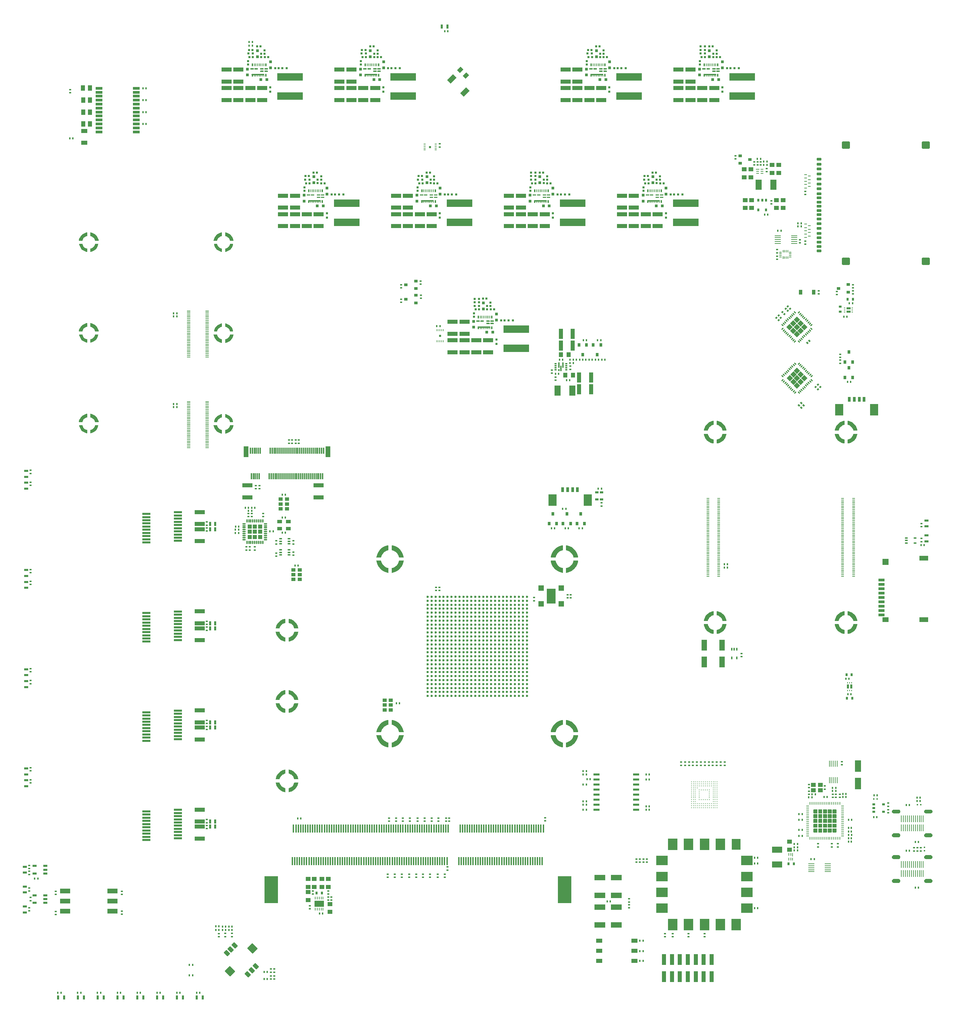
<source format=gtp>
G04*
G04 #@! TF.GenerationSoftware,Altium Limited,Altium Designer,22.10.1 (41)*
G04*
G04 Layer_Color=8421504*
%FSLAX43Y43*%
%MOMM*%
G71*
G04*
G04 #@! TF.SameCoordinates,B9F26087-2B66-42AB-B32E-372D1BB95FEE*
G04*
G04*
G04 #@! TF.FilePolarity,Positive*
G04*
G01*
G75*
%ADD32P,1.556X4X180.0*%
%ADD33P,1.556X4X90.0*%
%ADD34R,1.100X0.550*%
%ADD35R,1.100X1.100*%
%ADD36R,1.100X1.100*%
%ADD37R,1.100X1.100*%
%ADD38R,0.550X1.100*%
%ADD39R,0.480X0.380*%
%ADD40R,0.825X0.630*%
%ADD41R,0.380X0.480*%
%ADD42R,0.650X0.950*%
%ADD43R,0.300X1.550*%
%ADD44R,1.200X2.750*%
%ADD45R,2.500X1.000*%
G04:AMPARAMS|DCode=46|XSize=2mm|YSize=1.8mm|CornerRadius=0.045mm|HoleSize=0mm|Usage=FLASHONLY|Rotation=315.000|XOffset=0mm|YOffset=0mm|HoleType=Round|Shape=RoundedRectangle|*
%AMROUNDEDRECTD46*
21,1,2.000,1.710,0,0,315.0*
21,1,1.910,1.800,0,0,315.0*
1,1,0.090,0.071,-1.280*
1,1,0.090,-1.280,0.071*
1,1,0.090,-0.071,1.280*
1,1,0.090,1.280,-0.071*
%
%ADD46ROUNDEDRECTD46*%
G04:AMPARAMS|DCode=47|XSize=1.35mm|YSize=1mm|CornerRadius=0.05mm|HoleSize=0mm|Usage=FLASHONLY|Rotation=315.000|XOffset=0mm|YOffset=0mm|HoleType=Round|Shape=RoundedRectangle|*
%AMROUNDEDRECTD47*
21,1,1.350,0.900,0,0,315.0*
21,1,1.250,1.000,0,0,315.0*
1,1,0.100,0.124,-0.760*
1,1,0.100,-0.760,0.124*
1,1,0.100,-0.124,0.760*
1,1,0.100,0.760,-0.124*
%
%ADD47ROUNDEDRECTD47*%
G04:AMPARAMS|DCode=48|XSize=1.538mm|YSize=0.252mm|CornerRadius=0.126mm|HoleSize=0mm|Usage=FLASHONLY|Rotation=0.000|XOffset=0mm|YOffset=0mm|HoleType=Round|Shape=RoundedRectangle|*
%AMROUNDEDRECTD48*
21,1,1.538,0.000,0,0,0.0*
21,1,1.285,0.252,0,0,0.0*
1,1,0.252,0.643,0.000*
1,1,0.252,-0.643,0.000*
1,1,0.252,-0.643,0.000*
1,1,0.252,0.643,0.000*
%
%ADD48ROUNDEDRECTD48*%
%ADD49R,1.538X0.252*%
%ADD50R,0.800X1.300*%
%ADD51R,2.100X3.000*%
%ADD52R,0.950X0.650*%
%ADD53R,1.250X1.000*%
%ADD54R,0.750X0.280*%
%ADD55R,0.850X0.280*%
%ADD56R,1.500X2.500*%
%ADD57R,0.800X0.400*%
%ADD58R,0.250X0.625*%
%ADD59R,0.600X0.600*%
%ADD60R,1.100X1.400*%
G04:AMPARAMS|DCode=61|XSize=0.6mm|YSize=0.2mm|CornerRadius=0.01mm|HoleSize=0mm|Usage=FLASHONLY|Rotation=180.000|XOffset=0mm|YOffset=0mm|HoleType=Round|Shape=RoundedRectangle|*
%AMROUNDEDRECTD61*
21,1,0.600,0.180,0,0,180.0*
21,1,0.580,0.200,0,0,180.0*
1,1,0.020,-0.290,0.090*
1,1,0.020,0.290,0.090*
1,1,0.020,0.290,-0.090*
1,1,0.020,-0.290,-0.090*
%
%ADD61ROUNDEDRECTD61*%
%ADD62R,1.000X0.500*%
%ADD63R,1.000X2.500*%
%ADD64R,1.650X0.600*%
%ADD65R,0.360X0.410*%
%ADD66R,0.800X0.550*%
%ADD67R,2.500X1.500*%
%ADD68R,0.630X0.800*%
%ADD69R,0.280X0.750*%
%ADD70R,0.280X0.850*%
%ADD71O,0.250X0.800*%
%ADD72O,0.800X0.250*%
%ADD73R,1.200X1.000*%
%ADD74R,1.600X3.000*%
%ADD75R,0.410X0.360*%
G04:AMPARAMS|DCode=76|XSize=1.92mm|YSize=6.5mm|CornerRadius=0.192mm|HoleSize=0mm|Usage=FLASHONLY|Rotation=270.000|XOffset=0mm|YOffset=0mm|HoleType=Round|Shape=RoundedRectangle|*
%AMROUNDEDRECTD76*
21,1,1.920,6.116,0,0,270.0*
21,1,1.536,6.500,0,0,270.0*
1,1,0.384,-3.058,-0.768*
1,1,0.384,-3.058,0.768*
1,1,0.384,3.058,0.768*
1,1,0.384,3.058,-0.768*
%
%ADD76ROUNDEDRECTD76*%
G04:AMPARAMS|DCode=77|XSize=0.3mm|YSize=0.7mm|CornerRadius=0.05mm|HoleSize=0mm|Usage=FLASHONLY|Rotation=0.000|XOffset=0mm|YOffset=0mm|HoleType=Round|Shape=RoundedRectangle|*
%AMROUNDEDRECTD77*
21,1,0.300,0.601,0,0,0.0*
21,1,0.201,0.700,0,0,0.0*
1,1,0.099,0.101,-0.301*
1,1,0.099,-0.101,-0.301*
1,1,0.099,-0.101,0.301*
1,1,0.099,0.101,0.301*
%
%ADD77ROUNDEDRECTD77*%
G04:AMPARAMS|DCode=78|XSize=0.2mm|YSize=0.7mm|CornerRadius=0.033mm|HoleSize=0mm|Usage=FLASHONLY|Rotation=0.000|XOffset=0mm|YOffset=0mm|HoleType=Round|Shape=RoundedRectangle|*
%AMROUNDEDRECTD78*
21,1,0.200,0.634,0,0,0.0*
21,1,0.134,0.700,0,0,0.0*
1,1,0.066,0.067,-0.317*
1,1,0.066,-0.067,-0.317*
1,1,0.066,-0.067,0.317*
1,1,0.066,0.067,0.317*
%
%ADD78ROUNDEDRECTD78*%
G04:AMPARAMS|DCode=79|XSize=0.35mm|YSize=3.15mm|CornerRadius=0.058mm|HoleSize=0mm|Usage=FLASHONLY|Rotation=270.000|XOffset=0mm|YOffset=0mm|HoleType=Round|Shape=RoundedRectangle|*
%AMROUNDEDRECTD79*
21,1,0.350,3.035,0,0,270.0*
21,1,0.234,3.150,0,0,270.0*
1,1,0.116,-1.517,-0.117*
1,1,0.116,-1.517,0.117*
1,1,0.116,1.517,0.117*
1,1,0.116,1.517,-0.117*
%
%ADD79ROUNDEDRECTD79*%
%ADD80R,0.750X0.800*%
%ADD81R,0.600X0.550*%
%ADD82R,0.800X0.750*%
%ADD83R,0.500X0.600*%
%ADD84R,0.600X0.500*%
%ADD85R,0.550X0.600*%
G04:AMPARAMS|DCode=86|XSize=1.8mm|YSize=2mm|CornerRadius=0.18mm|HoleSize=0mm|Usage=FLASHONLY|Rotation=90.000|XOffset=0mm|YOffset=0mm|HoleType=Round|Shape=RoundedRectangle|*
%AMROUNDEDRECTD86*
21,1,1.800,1.640,0,0,90.0*
21,1,1.440,2.000,0,0,90.0*
1,1,0.360,0.820,0.720*
1,1,0.360,0.820,-0.720*
1,1,0.360,-0.820,-0.720*
1,1,0.360,-0.820,0.720*
%
%ADD86ROUNDEDRECTD86*%
G04:AMPARAMS|DCode=87|XSize=0.65mm|YSize=1.25mm|CornerRadius=0.163mm|HoleSize=0mm|Usage=FLASHONLY|Rotation=90.000|XOffset=0mm|YOffset=0mm|HoleType=Round|Shape=RoundedRectangle|*
%AMROUNDEDRECTD87*
21,1,0.650,0.925,0,0,90.0*
21,1,0.325,1.250,0,0,90.0*
1,1,0.325,0.463,0.163*
1,1,0.325,0.463,-0.163*
1,1,0.325,-0.463,-0.163*
1,1,0.325,-0.463,0.163*
%
%ADD87ROUNDEDRECTD87*%
%ADD88R,1.780X0.640*%
%ADD89R,1.600X1.000*%
%ADD90R,1.000X1.250*%
%ADD91R,0.600X0.600*%
%ADD92R,0.625X0.250*%
G04:AMPARAMS|DCode=93|XSize=0.2mm|YSize=0.6mm|CornerRadius=0.05mm|HoleSize=0mm|Usage=FLASHONLY|Rotation=90.000|XOffset=0mm|YOffset=0mm|HoleType=Round|Shape=RoundedRectangle|*
%AMROUNDEDRECTD93*
21,1,0.200,0.500,0,0,90.0*
21,1,0.100,0.600,0,0,90.0*
1,1,0.100,0.250,0.050*
1,1,0.100,0.250,-0.050*
1,1,0.100,-0.250,-0.050*
1,1,0.100,-0.250,0.050*
%
%ADD93ROUNDEDRECTD93*%
G04:AMPARAMS|DCode=94|XSize=0.2mm|YSize=0.6mm|CornerRadius=0.05mm|HoleSize=0mm|Usage=FLASHONLY|Rotation=180.000|XOffset=0mm|YOffset=0mm|HoleType=Round|Shape=RoundedRectangle|*
%AMROUNDEDRECTD94*
21,1,0.200,0.500,0,0,180.0*
21,1,0.100,0.600,0,0,180.0*
1,1,0.100,-0.050,0.250*
1,1,0.100,0.050,0.250*
1,1,0.100,0.050,-0.250*
1,1,0.100,-0.050,-0.250*
%
%ADD94ROUNDEDRECTD94*%
G04:AMPARAMS|DCode=95|XSize=0.2mm|YSize=0.7mm|CornerRadius=0.05mm|HoleSize=0mm|Usage=FLASHONLY|Rotation=180.000|XOffset=0mm|YOffset=0mm|HoleType=Round|Shape=RoundedRectangle|*
%AMROUNDEDRECTD95*
21,1,0.200,0.600,0,0,180.0*
21,1,0.100,0.700,0,0,180.0*
1,1,0.100,-0.050,0.300*
1,1,0.100,0.050,0.300*
1,1,0.100,0.050,-0.300*
1,1,0.100,-0.050,-0.300*
%
%ADD95ROUNDEDRECTD95*%
%ADD96R,0.550X0.800*%
G04:AMPARAMS|DCode=97|XSize=1.2mm|YSize=2.6mm|CornerRadius=0.12mm|HoleSize=0mm|Usage=FLASHONLY|Rotation=90.000|XOffset=0mm|YOffset=0mm|HoleType=Round|Shape=RoundedRectangle|*
%AMROUNDEDRECTD97*
21,1,1.200,2.360,0,0,90.0*
21,1,0.960,2.600,0,0,90.0*
1,1,0.240,1.180,0.480*
1,1,0.240,1.180,-0.480*
1,1,0.240,-1.180,-0.480*
1,1,0.240,-1.180,0.480*
%
%ADD97ROUNDEDRECTD97*%
G04:AMPARAMS|DCode=98|XSize=0.25mm|YSize=1.625mm|CornerRadius=0.031mm|HoleSize=0mm|Usage=FLASHONLY|Rotation=0.000|XOffset=0mm|YOffset=0mm|HoleType=Round|Shape=RoundedRectangle|*
%AMROUNDEDRECTD98*
21,1,0.250,1.563,0,0,0.0*
21,1,0.188,1.625,0,0,0.0*
1,1,0.063,0.094,-0.781*
1,1,0.063,-0.094,-0.781*
1,1,0.063,-0.094,0.781*
1,1,0.063,0.094,0.781*
%
%ADD98ROUNDEDRECTD98*%
%ADD99R,0.350X0.600*%
%ADD100R,0.350X1.400*%
%ADD101R,0.600X0.350*%
%ADD102R,0.350X0.600*%
%ADD103R,0.930X0.230*%
G04:AMPARAMS|DCode=104|XSize=1.538mm|YSize=0.252mm|CornerRadius=0.126mm|HoleSize=0mm|Usage=FLASHONLY|Rotation=270.000|XOffset=0mm|YOffset=0mm|HoleType=Round|Shape=RoundedRectangle|*
%AMROUNDEDRECTD104*
21,1,1.538,0.000,0,0,270.0*
21,1,1.285,0.252,0,0,270.0*
1,1,0.252,0.000,-0.643*
1,1,0.252,0.000,0.643*
1,1,0.252,0.000,0.643*
1,1,0.252,0.000,-0.643*
%
%ADD104ROUNDEDRECTD104*%
%ADD105R,0.252X1.538*%
%ADD106R,1.600X0.700*%
%ADD107R,2.200X1.200*%
%ADD108R,1.500X1.200*%
%ADD109R,1.500X1.600*%
G04:AMPARAMS|DCode=110|XSize=1.2mm|YSize=2.07mm|CornerRadius=0mm|HoleSize=0mm|Usage=FLASHONLY|Rotation=315.000|XOffset=0mm|YOffset=0mm|HoleType=Round|Shape=Rectangle|*
%AMROTATEDRECTD110*
4,1,4,-1.156,-0.308,0.308,1.156,1.156,0.308,-0.308,-1.156,-1.156,-0.308,0.0*
%
%ADD110ROTATEDRECTD110*%

%ADD111R,0.350X2.000*%
%ADD112R,3.500X6.800*%
%ADD113R,2.000X0.600*%
%ADD114R,1.000X2.750*%
%ADD115C,0.600*%
G04:AMPARAMS|DCode=116|XSize=0.25mm|YSize=0.6mm|CornerRadius=0.006mm|HoleSize=0mm|Usage=FLASHONLY|Rotation=0.000|XOffset=0mm|YOffset=0mm|HoleType=Round|Shape=RoundedRectangle|*
%AMROUNDEDRECTD116*
21,1,0.250,0.588,0,0,0.0*
21,1,0.238,0.600,0,0,0.0*
1,1,0.013,0.119,-0.294*
1,1,0.013,-0.119,-0.294*
1,1,0.013,-0.119,0.294*
1,1,0.013,0.119,0.294*
%
%ADD116ROUNDEDRECTD116*%
%ADD117R,2.400X1.650*%
%ADD118R,0.400X0.800*%
G04:AMPARAMS|DCode=119|XSize=2.8mm|YSize=2.3mm|CornerRadius=0mm|HoleSize=0mm|Usage=FLASHONLY|Rotation=0.000|XOffset=0mm|YOffset=0mm|HoleType=Round|Shape=RoundedRectangle|*
%AMROUNDEDRECTD119*
21,1,2.800,2.300,0,0,0.0*
21,1,2.800,2.300,0,0,0.0*
1,1,0.000,1.400,-1.150*
1,1,0.000,-1.400,-1.150*
1,1,0.000,-1.400,1.150*
1,1,0.000,1.400,1.150*
%
%ADD119ROUNDEDRECTD119*%
%ADD120R,2.300X2.800*%
G04:AMPARAMS|DCode=121|XSize=2.8mm|YSize=2.3mm|CornerRadius=0mm|HoleSize=0mm|Usage=FLASHONLY|Rotation=270.000|XOffset=0mm|YOffset=0mm|HoleType=Round|Shape=RoundedRectangle|*
%AMROUNDEDRECTD121*
21,1,2.800,2.300,0,0,270.0*
21,1,2.800,2.300,0,0,270.0*
1,1,0.000,-1.150,-1.400*
1,1,0.000,-1.150,1.400*
1,1,0.000,1.150,1.400*
1,1,0.000,1.150,-1.400*
%
%ADD121ROUNDEDRECTD121*%
G04:AMPARAMS|DCode=122|XSize=0.3mm|YSize=0.725mm|CornerRadius=0mm|HoleSize=0mm|Usage=FLASHONLY|Rotation=135.000|XOffset=0mm|YOffset=0mm|HoleType=Round|Shape=Round|*
%AMOVALD122*
21,1,0.425,0.300,0.000,0.000,225.0*
1,1,0.300,0.150,0.150*
1,1,0.300,-0.150,-0.150*
%
%ADD122OVALD122*%

G04:AMPARAMS|DCode=123|XSize=0.3mm|YSize=0.725mm|CornerRadius=0mm|HoleSize=0mm|Usage=FLASHONLY|Rotation=225.000|XOffset=0mm|YOffset=0mm|HoleType=Round|Shape=Round|*
%AMOVALD123*
21,1,0.425,0.300,0.000,0.000,315.0*
1,1,0.300,-0.150,0.150*
1,1,0.300,0.150,-0.150*
%
%ADD123OVALD123*%

%ADD124R,0.350X0.250*%
%ADD125O,0.900X0.300*%
%ADD126O,0.300X0.900*%
%ADD127R,2.200X3.700*%
%ADD128R,1.400X1.400*%
%ADD129R,1.200X0.950*%
%ADD130R,1.100X0.900*%
%ADD131R,0.700X0.200*%
%ADD132R,1.100X0.550*%
%ADD133C,0.250*%
%ADD134R,0.910X1.220*%
G04:AMPARAMS|DCode=135|XSize=0.48mm|YSize=0.38mm|CornerRadius=0mm|HoleSize=0mm|Usage=FLASHONLY|Rotation=45.000|XOffset=0mm|YOffset=0mm|HoleType=Round|Shape=Rectangle|*
%AMROTATEDRECTD135*
4,1,4,-0.035,-0.304,-0.304,-0.035,0.035,0.304,0.304,0.035,-0.035,-0.304,0.0*
%
%ADD135ROTATEDRECTD135*%

G04:AMPARAMS|DCode=136|XSize=0.48mm|YSize=0.38mm|CornerRadius=0mm|HoleSize=0mm|Usage=FLASHONLY|Rotation=135.000|XOffset=0mm|YOffset=0mm|HoleType=Round|Shape=Rectangle|*
%AMROTATEDRECTD136*
4,1,4,0.304,-0.035,0.035,-0.304,-0.304,0.035,-0.035,0.304,0.304,-0.035,0.0*
%
%ADD136ROTATEDRECTD136*%

%ADD137R,2.800X1.400*%
%ADD138R,0.800X0.630*%
%ADD139R,0.550X1.100*%
%ADD140R,0.250X0.350*%
G04:AMPARAMS|DCode=141|XSize=1mm|YSize=1.25mm|CornerRadius=0mm|HoleSize=0mm|Usage=FLASHONLY|Rotation=315.000|XOffset=0mm|YOffset=0mm|HoleType=Round|Shape=Rectangle|*
%AMROTATEDRECTD141*
4,1,4,-0.795,-0.088,0.088,0.795,0.795,0.088,-0.088,-0.795,-0.795,-0.088,0.0*
%
%ADD141ROTATEDRECTD141*%

%ADD142R,1.500X1.100*%
%ADD143R,0.550X1.000*%
%ADD144R,1.400X2.800*%
G36*
X90633Y235742D02*
X90647Y235728D01*
X90655Y235710D01*
Y235700D01*
Y235500D01*
Y235490D01*
X90647Y235472D01*
X90633Y235458D01*
X90615Y235450D01*
X89845D01*
X89827Y235458D01*
X89813Y235472D01*
X89805Y235490D01*
Y235500D01*
Y235700D01*
Y235710D01*
X89813Y235728D01*
X89827Y235742D01*
X89845Y235750D01*
X90615D01*
X90633Y235742D01*
D02*
G37*
G36*
X89583D02*
X89597Y235728D01*
X89605Y235710D01*
Y235700D01*
Y235500D01*
Y235490D01*
X89597Y235472D01*
X89583Y235458D01*
X89565Y235450D01*
X88795D01*
X88777Y235458D01*
X88763Y235472D01*
X88755Y235490D01*
Y235500D01*
Y235700D01*
Y235710D01*
X88763Y235728D01*
X88777Y235742D01*
X88795Y235750D01*
X89565D01*
X89583Y235742D01*
D02*
G37*
G36*
X88123D02*
X88137Y235728D01*
X88145Y235710D01*
Y235700D01*
Y235500D01*
Y235490D01*
X88137Y235472D01*
X88123Y235458D01*
X88105Y235450D01*
X87335D01*
X87317Y235458D01*
X87303Y235472D01*
X87295Y235490D01*
Y235500D01*
Y235700D01*
Y235710D01*
X87303Y235728D01*
X87317Y235742D01*
X87335Y235750D01*
X88105D01*
X88123Y235742D01*
D02*
G37*
G36*
X87073D02*
X87087Y235728D01*
X87095Y235710D01*
Y235700D01*
Y235500D01*
Y235490D01*
X87087Y235472D01*
X87073Y235458D01*
X87055Y235450D01*
X86285D01*
X86267Y235458D01*
X86253Y235472D01*
X86245Y235490D01*
Y235500D01*
Y235700D01*
Y235710D01*
X86253Y235728D01*
X86267Y235742D01*
X86285Y235750D01*
X87055D01*
X87073Y235742D01*
D02*
G37*
G36*
X62133Y235742D02*
X62147Y235728D01*
X62155Y235710D01*
Y235700D01*
Y235500D01*
Y235490D01*
X62147Y235472D01*
X62133Y235458D01*
X62115Y235450D01*
X61345D01*
X61327Y235458D01*
X61313Y235472D01*
X61305Y235490D01*
Y235500D01*
Y235700D01*
Y235710D01*
X61313Y235728D01*
X61327Y235742D01*
X61345Y235750D01*
X62115D01*
X62133Y235742D01*
D02*
G37*
G36*
X61083D02*
X61097Y235728D01*
X61105Y235710D01*
Y235700D01*
Y235500D01*
Y235490D01*
X61097Y235472D01*
X61083Y235458D01*
X61065Y235450D01*
X60295D01*
X60277Y235458D01*
X60263Y235472D01*
X60255Y235490D01*
Y235500D01*
Y235700D01*
Y235710D01*
X60263Y235728D01*
X60277Y235742D01*
X60295Y235750D01*
X61065D01*
X61083Y235742D01*
D02*
G37*
G36*
X59623D02*
X59637Y235728D01*
X59645Y235710D01*
Y235700D01*
Y235500D01*
Y235490D01*
X59637Y235472D01*
X59623Y235458D01*
X59605Y235450D01*
X58835D01*
X58817Y235458D01*
X58803Y235472D01*
X58795Y235490D01*
Y235500D01*
Y235700D01*
Y235710D01*
X58803Y235728D01*
X58817Y235742D01*
X58835Y235750D01*
X59605D01*
X59623Y235742D01*
D02*
G37*
G36*
X58573D02*
X58587Y235728D01*
X58595Y235710D01*
Y235700D01*
Y235500D01*
Y235490D01*
X58587Y235472D01*
X58573Y235458D01*
X58555Y235450D01*
X57785D01*
X57767Y235458D01*
X57753Y235472D01*
X57745Y235490D01*
Y235500D01*
Y235700D01*
Y235710D01*
X57753Y235728D01*
X57767Y235742D01*
X57785Y235750D01*
X58555D01*
X58573Y235742D01*
D02*
G37*
G36*
X176133Y235742D02*
X176147Y235728D01*
X176155Y235710D01*
Y235700D01*
Y235500D01*
Y235490D01*
X176147Y235472D01*
X176133Y235458D01*
X176115Y235450D01*
X175345D01*
X175327Y235458D01*
X175313Y235472D01*
X175305Y235490D01*
Y235500D01*
Y235700D01*
Y235710D01*
X175313Y235728D01*
X175327Y235742D01*
X175345Y235750D01*
X176115D01*
X176133Y235742D01*
D02*
G37*
G36*
X175083D02*
X175097Y235728D01*
X175105Y235710D01*
Y235700D01*
Y235500D01*
Y235490D01*
X175097Y235472D01*
X175083Y235458D01*
X175065Y235450D01*
X174295D01*
X174277Y235458D01*
X174263Y235472D01*
X174255Y235490D01*
Y235500D01*
Y235700D01*
Y235710D01*
X174263Y235728D01*
X174277Y235742D01*
X174295Y235750D01*
X175065D01*
X175083Y235742D01*
D02*
G37*
G36*
X173623D02*
X173637Y235728D01*
X173645Y235710D01*
Y235700D01*
Y235500D01*
Y235490D01*
X173637Y235472D01*
X173623Y235458D01*
X173605Y235450D01*
X172835D01*
X172817Y235458D01*
X172803Y235472D01*
X172795Y235490D01*
Y235500D01*
Y235700D01*
Y235710D01*
X172803Y235728D01*
X172817Y235742D01*
X172835Y235750D01*
X173605D01*
X173623Y235742D01*
D02*
G37*
G36*
X172573D02*
X172587Y235728D01*
X172595Y235710D01*
Y235700D01*
Y235500D01*
Y235490D01*
X172587Y235472D01*
X172573Y235458D01*
X172555Y235450D01*
X171785D01*
X171767Y235458D01*
X171753Y235472D01*
X171745Y235490D01*
Y235500D01*
Y235700D01*
Y235710D01*
X171753Y235728D01*
X171767Y235742D01*
X171785Y235750D01*
X172555D01*
X172573Y235742D01*
D02*
G37*
G36*
X147633Y235742D02*
X147647Y235728D01*
X147655Y235710D01*
Y235700D01*
Y235500D01*
Y235490D01*
X147647Y235472D01*
X147633Y235458D01*
X147615Y235450D01*
X146845D01*
X146827Y235458D01*
X146813Y235472D01*
X146805Y235490D01*
Y235500D01*
Y235700D01*
Y235710D01*
X146813Y235728D01*
X146827Y235742D01*
X146845Y235750D01*
X147615D01*
X147633Y235742D01*
D02*
G37*
G36*
X146583D02*
X146597Y235728D01*
X146605Y235710D01*
Y235700D01*
Y235500D01*
Y235490D01*
X146597Y235472D01*
X146583Y235458D01*
X146565Y235450D01*
X145795D01*
X145777Y235458D01*
X145763Y235472D01*
X145755Y235490D01*
Y235500D01*
Y235700D01*
Y235710D01*
X145763Y235728D01*
X145777Y235742D01*
X145795Y235750D01*
X146565D01*
X146583Y235742D01*
D02*
G37*
G36*
X145123D02*
X145137Y235728D01*
X145145Y235710D01*
Y235700D01*
Y235500D01*
Y235490D01*
X145137Y235472D01*
X145123Y235458D01*
X145105Y235450D01*
X144335D01*
X144317Y235458D01*
X144303Y235472D01*
X144295Y235490D01*
Y235500D01*
Y235700D01*
Y235710D01*
X144303Y235728D01*
X144317Y235742D01*
X144335Y235750D01*
X145105D01*
X145123Y235742D01*
D02*
G37*
G36*
X144073D02*
X144087Y235728D01*
X144095Y235710D01*
Y235700D01*
Y235500D01*
Y235490D01*
X144087Y235472D01*
X144073Y235458D01*
X144055Y235450D01*
X143285D01*
X143267Y235458D01*
X143253Y235472D01*
X143245Y235490D01*
Y235500D01*
Y235700D01*
Y235710D01*
X143253Y235728D01*
X143267Y235742D01*
X143285Y235750D01*
X144055D01*
X144073Y235742D01*
D02*
G37*
G36*
X90633Y235142D02*
X90647Y235128D01*
X90655Y235110D01*
Y235100D01*
Y234900D01*
Y234890D01*
X90647Y234872D01*
X90633Y234858D01*
X90615Y234850D01*
X89845D01*
X89827Y234858D01*
X89813Y234872D01*
X89805Y234890D01*
Y234900D01*
Y235100D01*
Y235110D01*
X89813Y235128D01*
X89827Y235142D01*
X89845Y235150D01*
X90615D01*
X90633Y235142D01*
D02*
G37*
G36*
X89583D02*
X89597Y235128D01*
X89605Y235110D01*
Y235100D01*
Y234900D01*
Y234890D01*
X89597Y234872D01*
X89583Y234858D01*
X89565Y234850D01*
X88795D01*
X88777Y234858D01*
X88763Y234872D01*
X88755Y234890D01*
Y234900D01*
Y235100D01*
Y235110D01*
X88763Y235128D01*
X88777Y235142D01*
X88795Y235150D01*
X89565D01*
X89583Y235142D01*
D02*
G37*
G36*
X62133Y235142D02*
X62147Y235128D01*
X62155Y235110D01*
Y235100D01*
Y234900D01*
Y234890D01*
X62147Y234872D01*
X62133Y234858D01*
X62115Y234850D01*
X61345D01*
X61327Y234858D01*
X61313Y234872D01*
X61305Y234890D01*
Y234900D01*
Y235100D01*
Y235110D01*
X61313Y235128D01*
X61327Y235142D01*
X61345Y235150D01*
X62115D01*
X62133Y235142D01*
D02*
G37*
G36*
X61083D02*
X61097Y235128D01*
X61105Y235110D01*
Y235100D01*
Y234900D01*
Y234890D01*
X61097Y234872D01*
X61083Y234858D01*
X61065Y234850D01*
X60295D01*
X60277Y234858D01*
X60263Y234872D01*
X60255Y234890D01*
Y234900D01*
Y235100D01*
Y235110D01*
X60263Y235128D01*
X60277Y235142D01*
X60295Y235150D01*
X61065D01*
X61083Y235142D01*
D02*
G37*
G36*
X176133Y235142D02*
X176147Y235128D01*
X176155Y235110D01*
Y235100D01*
Y234900D01*
Y234890D01*
X176147Y234872D01*
X176133Y234858D01*
X176115Y234850D01*
X175345D01*
X175327Y234858D01*
X175313Y234872D01*
X175305Y234890D01*
Y234900D01*
Y235100D01*
Y235110D01*
X175313Y235128D01*
X175327Y235142D01*
X175345Y235150D01*
X176115D01*
X176133Y235142D01*
D02*
G37*
G36*
X175083D02*
X175097Y235128D01*
X175105Y235110D01*
Y235100D01*
Y234900D01*
Y234890D01*
X175097Y234872D01*
X175083Y234858D01*
X175065Y234850D01*
X174295D01*
X174277Y234858D01*
X174263Y234872D01*
X174255Y234890D01*
Y234900D01*
Y235100D01*
Y235110D01*
X174263Y235128D01*
X174277Y235142D01*
X174295Y235150D01*
X175065D01*
X175083Y235142D01*
D02*
G37*
G36*
X147633Y235142D02*
X147647Y235128D01*
X147655Y235110D01*
Y235100D01*
Y234900D01*
Y234890D01*
X147647Y234872D01*
X147633Y234858D01*
X147615Y234850D01*
X146845D01*
X146827Y234858D01*
X146813Y234872D01*
X146805Y234890D01*
Y234900D01*
Y235100D01*
Y235110D01*
X146813Y235128D01*
X146827Y235142D01*
X146845Y235150D01*
X147615D01*
X147633Y235142D01*
D02*
G37*
G36*
X146583D02*
X146597Y235128D01*
X146605Y235110D01*
Y235100D01*
Y234900D01*
Y234890D01*
X146597Y234872D01*
X146583Y234858D01*
X146565Y234850D01*
X145795D01*
X145777Y234858D01*
X145763Y234872D01*
X145755Y234890D01*
Y234900D01*
Y235100D01*
Y235110D01*
X145763Y235128D01*
X145777Y235142D01*
X145795Y235150D01*
X146565D01*
X146583Y235142D01*
D02*
G37*
G36*
X104883Y203942D02*
X104897Y203928D01*
X104905Y203910D01*
Y203900D01*
Y203700D01*
Y203690D01*
X104897Y203672D01*
X104883Y203658D01*
X104865Y203650D01*
X104095D01*
X104077Y203658D01*
X104063Y203672D01*
X104055Y203690D01*
Y203700D01*
Y203900D01*
Y203910D01*
X104063Y203928D01*
X104077Y203942D01*
X104095Y203950D01*
X104865D01*
X104883Y203942D01*
D02*
G37*
G36*
X103833D02*
X103847Y203928D01*
X103855Y203910D01*
Y203900D01*
Y203700D01*
Y203690D01*
X103847Y203672D01*
X103833Y203658D01*
X103815Y203650D01*
X103045D01*
X103027Y203658D01*
X103013Y203672D01*
X103005Y203690D01*
Y203700D01*
Y203900D01*
Y203910D01*
X103013Y203928D01*
X103027Y203942D01*
X103045Y203950D01*
X103815D01*
X103833Y203942D01*
D02*
G37*
G36*
X102373D02*
X102387Y203928D01*
X102395Y203910D01*
Y203900D01*
Y203700D01*
Y203690D01*
X102387Y203672D01*
X102373Y203658D01*
X102355Y203650D01*
X101585D01*
X101567Y203658D01*
X101553Y203672D01*
X101545Y203690D01*
Y203700D01*
Y203900D01*
Y203910D01*
X101553Y203928D01*
X101567Y203942D01*
X101585Y203950D01*
X102355D01*
X102373Y203942D01*
D02*
G37*
G36*
X101323D02*
X101337Y203928D01*
X101345Y203910D01*
Y203900D01*
Y203700D01*
Y203690D01*
X101337Y203672D01*
X101323Y203658D01*
X101305Y203650D01*
X100535D01*
X100517Y203658D01*
X100503Y203672D01*
X100495Y203690D01*
Y203700D01*
Y203900D01*
Y203910D01*
X100503Y203928D01*
X100517Y203942D01*
X100535Y203950D01*
X101305D01*
X101323Y203942D01*
D02*
G37*
G36*
X76383Y203942D02*
X76397Y203928D01*
X76405Y203910D01*
Y203900D01*
Y203700D01*
Y203690D01*
X76397Y203672D01*
X76383Y203658D01*
X76365Y203650D01*
X75595D01*
X75577Y203658D01*
X75563Y203672D01*
X75555Y203690D01*
Y203700D01*
Y203900D01*
Y203910D01*
X75563Y203928D01*
X75577Y203942D01*
X75595Y203950D01*
X76365D01*
X76383Y203942D01*
D02*
G37*
G36*
X75333D02*
X75347Y203928D01*
X75355Y203910D01*
Y203900D01*
Y203700D01*
Y203690D01*
X75347Y203672D01*
X75333Y203658D01*
X75315Y203650D01*
X74545D01*
X74527Y203658D01*
X74513Y203672D01*
X74505Y203690D01*
Y203700D01*
Y203900D01*
Y203910D01*
X74513Y203928D01*
X74527Y203942D01*
X74545Y203950D01*
X75315D01*
X75333Y203942D01*
D02*
G37*
G36*
X73873D02*
X73887Y203928D01*
X73895Y203910D01*
Y203900D01*
Y203700D01*
Y203690D01*
X73887Y203672D01*
X73873Y203658D01*
X73855Y203650D01*
X73085D01*
X73067Y203658D01*
X73053Y203672D01*
X73045Y203690D01*
Y203700D01*
Y203900D01*
Y203910D01*
X73053Y203928D01*
X73067Y203942D01*
X73085Y203950D01*
X73855D01*
X73873Y203942D01*
D02*
G37*
G36*
X72823D02*
X72837Y203928D01*
X72845Y203910D01*
Y203900D01*
Y203700D01*
Y203690D01*
X72837Y203672D01*
X72823Y203658D01*
X72805Y203650D01*
X72035D01*
X72017Y203658D01*
X72003Y203672D01*
X71995Y203690D01*
Y203700D01*
Y203900D01*
Y203910D01*
X72003Y203928D01*
X72017Y203942D01*
X72035Y203950D01*
X72805D01*
X72823Y203942D01*
D02*
G37*
G36*
X133383Y203942D02*
X133397Y203928D01*
X133405Y203910D01*
Y203900D01*
Y203700D01*
Y203690D01*
X133397Y203672D01*
X133383Y203658D01*
X133365Y203650D01*
X132595D01*
X132577Y203658D01*
X132563Y203672D01*
X132555Y203690D01*
Y203700D01*
Y203900D01*
Y203910D01*
X132563Y203928D01*
X132577Y203942D01*
X132595Y203950D01*
X133365D01*
X133383Y203942D01*
D02*
G37*
G36*
X132333D02*
X132347Y203928D01*
X132355Y203910D01*
Y203900D01*
Y203700D01*
Y203690D01*
X132347Y203672D01*
X132333Y203658D01*
X132315Y203650D01*
X131545D01*
X131527Y203658D01*
X131513Y203672D01*
X131505Y203690D01*
Y203700D01*
Y203900D01*
Y203910D01*
X131513Y203928D01*
X131527Y203942D01*
X131545Y203950D01*
X132315D01*
X132333Y203942D01*
D02*
G37*
G36*
X130873D02*
X130887Y203928D01*
X130895Y203910D01*
Y203900D01*
Y203700D01*
Y203690D01*
X130887Y203672D01*
X130873Y203658D01*
X130855Y203650D01*
X130085D01*
X130067Y203658D01*
X130053Y203672D01*
X130045Y203690D01*
Y203700D01*
Y203900D01*
Y203910D01*
X130053Y203928D01*
X130067Y203942D01*
X130085Y203950D01*
X130855D01*
X130873Y203942D01*
D02*
G37*
G36*
X129823D02*
X129837Y203928D01*
X129845Y203910D01*
Y203900D01*
Y203700D01*
Y203690D01*
X129837Y203672D01*
X129823Y203658D01*
X129805Y203650D01*
X129035D01*
X129017Y203658D01*
X129003Y203672D01*
X128995Y203690D01*
Y203700D01*
Y203900D01*
Y203910D01*
X129003Y203928D01*
X129017Y203942D01*
X129035Y203950D01*
X129805D01*
X129823Y203942D01*
D02*
G37*
G36*
X161883Y203942D02*
X161897Y203928D01*
X161905Y203910D01*
Y203900D01*
Y203700D01*
Y203690D01*
X161897Y203672D01*
X161883Y203658D01*
X161865Y203650D01*
X161095D01*
X161077Y203658D01*
X161063Y203672D01*
X161055Y203690D01*
Y203700D01*
Y203900D01*
Y203910D01*
X161063Y203928D01*
X161077Y203942D01*
X161095Y203950D01*
X161865D01*
X161883Y203942D01*
D02*
G37*
G36*
X160833D02*
X160847Y203928D01*
X160855Y203910D01*
Y203900D01*
Y203700D01*
Y203690D01*
X160847Y203672D01*
X160833Y203658D01*
X160815Y203650D01*
X160045D01*
X160027Y203658D01*
X160013Y203672D01*
X160005Y203690D01*
Y203700D01*
Y203900D01*
Y203910D01*
X160013Y203928D01*
X160027Y203942D01*
X160045Y203950D01*
X160815D01*
X160833Y203942D01*
D02*
G37*
G36*
X159373D02*
X159387Y203928D01*
X159395Y203910D01*
Y203900D01*
Y203700D01*
Y203690D01*
X159387Y203672D01*
X159373Y203658D01*
X159355Y203650D01*
X158585D01*
X158567Y203658D01*
X158553Y203672D01*
X158545Y203690D01*
Y203700D01*
Y203900D01*
Y203910D01*
X158553Y203928D01*
X158567Y203942D01*
X158585Y203950D01*
X159355D01*
X159373Y203942D01*
D02*
G37*
G36*
X158323D02*
X158337Y203928D01*
X158345Y203910D01*
Y203900D01*
Y203700D01*
Y203690D01*
X158337Y203672D01*
X158323Y203658D01*
X158305Y203650D01*
X157535D01*
X157517Y203658D01*
X157503Y203672D01*
X157495Y203690D01*
Y203700D01*
Y203900D01*
Y203910D01*
X157503Y203928D01*
X157517Y203942D01*
X157535Y203950D01*
X158305D01*
X158323Y203942D01*
D02*
G37*
G36*
X104883Y203342D02*
X104897Y203328D01*
X104905Y203310D01*
Y203300D01*
Y203100D01*
Y203090D01*
X104897Y203072D01*
X104883Y203058D01*
X104865Y203050D01*
X104095D01*
X104077Y203058D01*
X104063Y203072D01*
X104055Y203090D01*
Y203100D01*
Y203300D01*
Y203310D01*
X104063Y203328D01*
X104077Y203342D01*
X104095Y203350D01*
X104865D01*
X104883Y203342D01*
D02*
G37*
G36*
X103833D02*
X103847Y203328D01*
X103855Y203310D01*
Y203300D01*
Y203100D01*
Y203090D01*
X103847Y203072D01*
X103833Y203058D01*
X103815Y203050D01*
X103045D01*
X103027Y203058D01*
X103013Y203072D01*
X103005Y203090D01*
Y203100D01*
Y203300D01*
Y203310D01*
X103013Y203328D01*
X103027Y203342D01*
X103045Y203350D01*
X103815D01*
X103833Y203342D01*
D02*
G37*
G36*
X76383Y203342D02*
X76397Y203328D01*
X76405Y203310D01*
Y203300D01*
Y203100D01*
Y203090D01*
X76397Y203072D01*
X76383Y203058D01*
X76365Y203050D01*
X75595D01*
X75577Y203058D01*
X75563Y203072D01*
X75555Y203090D01*
Y203100D01*
Y203300D01*
Y203310D01*
X75563Y203328D01*
X75577Y203342D01*
X75595Y203350D01*
X76365D01*
X76383Y203342D01*
D02*
G37*
G36*
X75333D02*
X75347Y203328D01*
X75355Y203310D01*
Y203300D01*
Y203100D01*
Y203090D01*
X75347Y203072D01*
X75333Y203058D01*
X75315Y203050D01*
X74545D01*
X74527Y203058D01*
X74513Y203072D01*
X74505Y203090D01*
Y203100D01*
Y203300D01*
Y203310D01*
X74513Y203328D01*
X74527Y203342D01*
X74545Y203350D01*
X75315D01*
X75333Y203342D01*
D02*
G37*
G36*
X133383Y203342D02*
X133397Y203328D01*
X133405Y203310D01*
Y203300D01*
Y203100D01*
Y203090D01*
X133397Y203072D01*
X133383Y203058D01*
X133365Y203050D01*
X132595D01*
X132577Y203058D01*
X132563Y203072D01*
X132555Y203090D01*
Y203100D01*
Y203300D01*
Y203310D01*
X132563Y203328D01*
X132577Y203342D01*
X132595Y203350D01*
X133365D01*
X133383Y203342D01*
D02*
G37*
G36*
X132333D02*
X132347Y203328D01*
X132355Y203310D01*
Y203300D01*
Y203100D01*
Y203090D01*
X132347Y203072D01*
X132333Y203058D01*
X132315Y203050D01*
X131545D01*
X131527Y203058D01*
X131513Y203072D01*
X131505Y203090D01*
Y203100D01*
Y203300D01*
Y203310D01*
X131513Y203328D01*
X131527Y203342D01*
X131545Y203350D01*
X132315D01*
X132333Y203342D01*
D02*
G37*
G36*
X161883Y203342D02*
X161897Y203328D01*
X161905Y203310D01*
Y203300D01*
Y203100D01*
Y203090D01*
X161897Y203072D01*
X161883Y203058D01*
X161865Y203050D01*
X161095D01*
X161077Y203058D01*
X161063Y203072D01*
X161055Y203090D01*
Y203100D01*
Y203300D01*
Y203310D01*
X161063Y203328D01*
X161077Y203342D01*
X161095Y203350D01*
X161865D01*
X161883Y203342D01*
D02*
G37*
G36*
X160833D02*
X160847Y203328D01*
X160855Y203310D01*
Y203300D01*
Y203100D01*
Y203090D01*
X160847Y203072D01*
X160833Y203058D01*
X160815Y203050D01*
X160045D01*
X160027Y203058D01*
X160013Y203072D01*
X160005Y203090D01*
Y203100D01*
Y203300D01*
Y203310D01*
X160013Y203328D01*
X160027Y203342D01*
X160045Y203350D01*
X160815D01*
X160833Y203342D01*
D02*
G37*
G36*
X49400Y192260D02*
X49400Y192260D01*
D01*
X49400Y192260D01*
D02*
G37*
G36*
X15400D02*
X15400Y192260D01*
D01*
X15400Y192260D01*
D02*
G37*
G36*
X51599Y194337D02*
X51985Y194225D01*
X52346Y194050D01*
X52674Y193817D01*
X52957Y193534D01*
X53190Y193206D01*
X53365Y192845D01*
X53477Y192459D01*
X53500Y192260D01*
X53500D01*
X53500Y192260D01*
Y192260D01*
X52600Y192260D01*
X52576Y192370D01*
X52503Y192584D01*
X52399Y192784D01*
X52266Y192966D01*
X52106Y193125D01*
X51924Y193259D01*
X51724Y193363D01*
X51510Y193436D01*
X51400Y193460D01*
X51400Y193460D01*
X51400Y194360D01*
X51599Y194337D01*
D02*
G37*
G36*
X17599D02*
X17985Y194225D01*
X18346Y194050D01*
X18674Y193817D01*
X18957Y193534D01*
X19190Y193206D01*
X19365Y192845D01*
X19477Y192459D01*
X19500Y192260D01*
X19500D01*
X19500Y192260D01*
Y192260D01*
X18600Y192260D01*
X18576Y192370D01*
X18503Y192584D01*
X18399Y192784D01*
X18266Y192966D01*
X18106Y193125D01*
X17924Y193259D01*
X17724Y193363D01*
X17510Y193436D01*
X17400Y193460D01*
X17400Y193460D01*
X17400Y194360D01*
X17599Y194337D01*
D02*
G37*
G36*
X50600Y193460D02*
X50490Y193436D01*
X50276Y193363D01*
X50076Y193259D01*
X49894Y193126D01*
X49735Y192966D01*
X49601Y192784D01*
X49497Y192584D01*
X49424Y192370D01*
X49400Y192260D01*
X48500Y192260D01*
X48523Y192459D01*
X48635Y192845D01*
X48810Y193206D01*
X49043Y193534D01*
X49326Y193817D01*
X49654Y194050D01*
X50015Y194225D01*
X50401Y194337D01*
X50600Y194360D01*
X50600Y194360D01*
X50600Y193460D01*
D02*
G37*
G36*
X16600D02*
X16490Y193436D01*
X16276Y193363D01*
X16076Y193259D01*
X15894Y193126D01*
X15735Y192966D01*
X15601Y192784D01*
X15497Y192584D01*
X15424Y192370D01*
X15400Y192260D01*
X14500Y192260D01*
X14523Y192459D01*
X14635Y192845D01*
X14810Y193206D01*
X15043Y193534D01*
X15326Y193817D01*
X15654Y194050D01*
X16015Y194225D01*
X16401Y194337D01*
X16600Y194360D01*
X16600Y194360D01*
X16600Y193460D01*
D02*
G37*
G36*
X49424Y191350D02*
X49497Y191136D01*
X49601Y190936D01*
X49734Y190754D01*
X49894Y190595D01*
X50076Y190461D01*
X50276Y190357D01*
X50490Y190284D01*
X50600Y190260D01*
X50600Y190260D01*
X50600Y189460D01*
X50410Y189482D01*
X50043Y189589D01*
X49699Y189755D01*
X49387Y189977D01*
X49117Y190247D01*
X48895Y190559D01*
X48729Y190903D01*
X48622Y191270D01*
X48600Y191460D01*
X48600Y191460D01*
X49400Y191460D01*
X49424Y191350D01*
D02*
G37*
G36*
X15424D02*
X15497Y191136D01*
X15601Y190936D01*
X15734Y190754D01*
X15894Y190595D01*
X16076Y190461D01*
X16276Y190357D01*
X16490Y190284D01*
X16600Y190260D01*
X16600Y190260D01*
X16600Y189460D01*
X16410Y189482D01*
X16043Y189589D01*
X15699Y189755D01*
X15387Y189977D01*
X15117Y190247D01*
X14895Y190559D01*
X14729Y190903D01*
X14622Y191270D01*
X14600Y191460D01*
X14600Y191460D01*
X15400Y191460D01*
X15424Y191350D01*
D02*
G37*
G36*
X53378Y191270D02*
X53271Y190903D01*
X53105Y190559D01*
X52883Y190247D01*
X52613Y189977D01*
X52301Y189755D01*
X51957Y189589D01*
X51590Y189482D01*
X51400Y189460D01*
X51400Y190260D01*
X51510Y190284D01*
X51724Y190357D01*
X51924Y190461D01*
X52106Y190594D01*
X52265Y190754D01*
X52399Y190936D01*
X52503Y191136D01*
X52576Y191350D01*
X52600Y191460D01*
X52600Y191460D01*
X53400Y191460D01*
X53378Y191270D01*
D02*
G37*
G36*
X19378D02*
X19271Y190903D01*
X19105Y190559D01*
X18883Y190247D01*
X18613Y189977D01*
X18301Y189755D01*
X17957Y189589D01*
X17590Y189482D01*
X17400Y189460D01*
X17400Y190260D01*
X17510Y190284D01*
X17724Y190357D01*
X17924Y190461D01*
X18106Y190594D01*
X18265Y190754D01*
X18399Y190936D01*
X18503Y191136D01*
X18576Y191350D01*
X18600Y191460D01*
X18600Y191460D01*
X19400Y191460D01*
X19378Y191270D01*
D02*
G37*
G36*
X51400Y189460D02*
X51400Y189460D01*
X51400D01*
Y189460D01*
D02*
G37*
G36*
X17400D02*
X17400Y189460D01*
X17400D01*
Y189460D01*
D02*
G37*
G36*
X119133Y172142D02*
X119147Y172128D01*
X119155Y172110D01*
Y172100D01*
Y171900D01*
Y171890D01*
X119147Y171872D01*
X119133Y171858D01*
X119115Y171850D01*
X118345D01*
X118327Y171858D01*
X118313Y171872D01*
X118305Y171890D01*
Y171900D01*
Y172100D01*
Y172110D01*
X118313Y172128D01*
X118327Y172142D01*
X118345Y172150D01*
X119115D01*
X119133Y172142D01*
D02*
G37*
G36*
X118083D02*
X118097Y172128D01*
X118105Y172110D01*
Y172100D01*
Y171900D01*
Y171890D01*
X118097Y171872D01*
X118083Y171858D01*
X118065Y171850D01*
X117295D01*
X117277Y171858D01*
X117263Y171872D01*
X117255Y171890D01*
Y171900D01*
Y172100D01*
Y172110D01*
X117263Y172128D01*
X117277Y172142D01*
X117295Y172150D01*
X118065D01*
X118083Y172142D01*
D02*
G37*
G36*
X116623D02*
X116637Y172128D01*
X116645Y172110D01*
Y172100D01*
Y171900D01*
Y171890D01*
X116637Y171872D01*
X116623Y171858D01*
X116605Y171850D01*
X115835D01*
X115817Y171858D01*
X115803Y171872D01*
X115795Y171890D01*
Y171900D01*
Y172100D01*
Y172110D01*
X115803Y172128D01*
X115817Y172142D01*
X115835Y172150D01*
X116605D01*
X116623Y172142D01*
D02*
G37*
G36*
X115573D02*
X115587Y172128D01*
X115595Y172110D01*
Y172100D01*
Y171900D01*
Y171890D01*
X115587Y171872D01*
X115573Y171858D01*
X115555Y171850D01*
X114785D01*
X114767Y171858D01*
X114753Y171872D01*
X114745Y171890D01*
Y171900D01*
Y172100D01*
Y172110D01*
X114753Y172128D01*
X114767Y172142D01*
X114785Y172150D01*
X115555D01*
X115573Y172142D01*
D02*
G37*
G36*
X119133Y171542D02*
X119147Y171528D01*
X119155Y171510D01*
Y171500D01*
Y171300D01*
Y171290D01*
X119147Y171272D01*
X119133Y171258D01*
X119115Y171250D01*
X118345D01*
X118327Y171258D01*
X118313Y171272D01*
X118305Y171290D01*
Y171300D01*
Y171500D01*
Y171510D01*
X118313Y171528D01*
X118327Y171542D01*
X118345Y171550D01*
X119115D01*
X119133Y171542D01*
D02*
G37*
G36*
X118083D02*
X118097Y171528D01*
X118105Y171510D01*
Y171500D01*
Y171300D01*
Y171290D01*
X118097Y171272D01*
X118083Y171258D01*
X118065Y171250D01*
X117295D01*
X117277Y171258D01*
X117263Y171272D01*
X117255Y171290D01*
Y171300D01*
Y171500D01*
Y171510D01*
X117263Y171528D01*
X117277Y171542D01*
X117295Y171550D01*
X118065D01*
X118083Y171542D01*
D02*
G37*
G36*
X15400Y169400D02*
X15400Y169400D01*
D01*
X15400Y169400D01*
D02*
G37*
G36*
X50600Y171400D02*
X50600D01*
X50600Y170600D01*
X50490Y170576D01*
X50276Y170503D01*
X50076Y170399D01*
X49894Y170266D01*
X49735Y170106D01*
X49601Y169924D01*
X49497Y169724D01*
X49424Y169510D01*
X49400Y169400D01*
X49400D01*
X48600Y169400D01*
X48622Y169590D01*
X48729Y169957D01*
X48895Y170301D01*
X49117Y170613D01*
X49387Y170883D01*
X49699Y171105D01*
X50043Y171271D01*
X50410Y171378D01*
X50600Y171400D01*
Y171400D01*
X50600Y171400D01*
D02*
G37*
G36*
X17599Y171477D02*
X17985Y171365D01*
X18346Y171190D01*
X18674Y170957D01*
X18957Y170674D01*
X19190Y170346D01*
X19365Y169985D01*
X19477Y169599D01*
X19500Y169400D01*
X19500D01*
X19500Y169400D01*
Y169400D01*
X18600Y169400D01*
X18576Y169510D01*
X18503Y169724D01*
X18399Y169924D01*
X18266Y170106D01*
X18106Y170265D01*
X17924Y170399D01*
X17724Y170503D01*
X17510Y170576D01*
X17400Y170600D01*
X17400Y170600D01*
X17400Y171500D01*
X17599Y171477D01*
D02*
G37*
G36*
X16600Y170600D02*
X16490Y170576D01*
X16276Y170503D01*
X16076Y170399D01*
X15894Y170266D01*
X15735Y170106D01*
X15601Y169924D01*
X15497Y169724D01*
X15424Y169510D01*
X15400Y169400D01*
X14500Y169400D01*
X14523Y169599D01*
X14635Y169985D01*
X14810Y170346D01*
X15043Y170674D01*
X15326Y170957D01*
X15654Y171190D01*
X16015Y171365D01*
X16401Y171477D01*
X16600Y171500D01*
X16600Y171500D01*
X16600Y170600D01*
D02*
G37*
G36*
X51590Y171378D02*
X51957Y171271D01*
X52301Y171105D01*
X52613Y170883D01*
X52883Y170613D01*
X53105Y170301D01*
X53271Y169957D01*
X53378Y169590D01*
X53400Y169400D01*
X53400D01*
X52600Y169400D01*
X52576Y169510D01*
X52503Y169724D01*
X52399Y169924D01*
X52266Y170106D01*
X52106Y170265D01*
X51924Y170399D01*
X51724Y170503D01*
X51510Y170576D01*
X51400Y170600D01*
X51400D01*
X51400Y171400D01*
X51590Y171378D01*
D02*
G37*
G36*
X53477Y168401D02*
X53365Y168015D01*
X53190Y167654D01*
X52957Y167326D01*
X52674Y167043D01*
X52346Y166810D01*
X51985Y166635D01*
X51599Y166523D01*
X51400Y166500D01*
Y166500D01*
X51400Y167400D01*
X51510Y167424D01*
X51724Y167497D01*
X51924Y167601D01*
X52106Y167734D01*
X52265Y167894D01*
X52399Y168076D01*
X52503Y168276D01*
X52576Y168490D01*
X52600Y168600D01*
Y168600D01*
X53500Y168600D01*
X53477Y168401D01*
D02*
G37*
G36*
X15424Y168490D02*
X15497Y168276D01*
X15601Y168076D01*
X15734Y167894D01*
X15894Y167735D01*
X16076Y167601D01*
X16276Y167497D01*
X16490Y167424D01*
X16600Y167400D01*
X16600Y167400D01*
X16600Y166600D01*
X16410Y166622D01*
X16043Y166729D01*
X15699Y166895D01*
X15387Y167117D01*
X15117Y167387D01*
X14895Y167699D01*
X14729Y168043D01*
X14622Y168410D01*
X14600Y168600D01*
X14600Y168600D01*
X15400Y168600D01*
X15424Y168490D01*
D02*
G37*
G36*
X19378Y168410D02*
X19271Y168043D01*
X19105Y167699D01*
X18883Y167387D01*
X18613Y167117D01*
X18301Y166895D01*
X17957Y166729D01*
X17590Y166622D01*
X17400Y166600D01*
X17400Y167400D01*
X17510Y167424D01*
X17724Y167497D01*
X17924Y167601D01*
X18106Y167734D01*
X18265Y167894D01*
X18399Y168076D01*
X18503Y168276D01*
X18576Y168490D01*
X18600Y168600D01*
X18600Y168600D01*
X19400Y168600D01*
X19378Y168410D01*
D02*
G37*
G36*
X17400Y166600D02*
X17400Y166600D01*
X17400D01*
Y166600D01*
D02*
G37*
G36*
X49424Y168490D02*
X49497Y168276D01*
X49601Y168076D01*
X49734Y167894D01*
X49894Y167735D01*
X50076Y167601D01*
X50276Y167497D01*
X50490Y167424D01*
X50600Y167400D01*
X50600Y167400D01*
X50600Y166500D01*
X50401Y166523D01*
X50015Y166635D01*
X49654Y166810D01*
X49326Y167043D01*
X49043Y167326D01*
X48810Y167654D01*
X48635Y168015D01*
X48523Y168401D01*
X48500Y168600D01*
X48500D01*
X49400Y168600D01*
X49424Y168490D01*
D02*
G37*
G36*
X15400Y146540D02*
X15400Y146540D01*
D01*
X15400Y146540D01*
D02*
G37*
G36*
X50600Y148540D02*
X50600D01*
X50600Y147740D01*
X50490Y147716D01*
X50276Y147643D01*
X50076Y147539D01*
X49894Y147406D01*
X49735Y147246D01*
X49601Y147064D01*
X49497Y146864D01*
X49424Y146650D01*
X49400Y146540D01*
X49400D01*
X48600Y146540D01*
X48622Y146730D01*
X48729Y147097D01*
X48895Y147441D01*
X49117Y147753D01*
X49387Y148023D01*
X49699Y148245D01*
X50043Y148411D01*
X50410Y148518D01*
X50600Y148540D01*
Y148540D01*
X50600Y148540D01*
D02*
G37*
G36*
X17599Y148617D02*
X17985Y148505D01*
X18346Y148330D01*
X18674Y148097D01*
X18957Y147814D01*
X19190Y147486D01*
X19365Y147125D01*
X19477Y146739D01*
X19500Y146540D01*
X19500D01*
X19500Y146540D01*
Y146540D01*
X18600Y146540D01*
X18576Y146650D01*
X18503Y146864D01*
X18399Y147064D01*
X18266Y147246D01*
X18106Y147405D01*
X17924Y147539D01*
X17724Y147643D01*
X17510Y147716D01*
X17400Y147740D01*
X17400Y147740D01*
X17400Y148640D01*
X17599Y148617D01*
D02*
G37*
G36*
X16600Y147740D02*
X16490Y147716D01*
X16276Y147643D01*
X16076Y147539D01*
X15894Y147406D01*
X15735Y147246D01*
X15601Y147064D01*
X15497Y146864D01*
X15424Y146650D01*
X15400Y146540D01*
X14500Y146540D01*
X14523Y146739D01*
X14635Y147125D01*
X14810Y147486D01*
X15043Y147814D01*
X15326Y148097D01*
X15654Y148330D01*
X16015Y148505D01*
X16401Y148617D01*
X16600Y148640D01*
X16600Y148640D01*
X16600Y147740D01*
D02*
G37*
G36*
X51590Y148518D02*
X51957Y148411D01*
X52301Y148245D01*
X52613Y148023D01*
X52883Y147753D01*
X53105Y147441D01*
X53271Y147097D01*
X53378Y146730D01*
X53400Y146540D01*
X53400D01*
X52600Y146540D01*
X52576Y146650D01*
X52503Y146864D01*
X52399Y147064D01*
X52266Y147246D01*
X52106Y147405D01*
X51924Y147539D01*
X51724Y147643D01*
X51510Y147716D01*
X51400Y147740D01*
X51400D01*
X51400Y148540D01*
X51590Y148518D01*
D02*
G37*
G36*
X53477Y145541D02*
X53365Y145155D01*
X53190Y144794D01*
X52957Y144466D01*
X52674Y144183D01*
X52346Y143950D01*
X51985Y143775D01*
X51599Y143663D01*
X51400Y143640D01*
Y143640D01*
X51400Y144540D01*
X51510Y144564D01*
X51724Y144637D01*
X51924Y144741D01*
X52106Y144874D01*
X52265Y145034D01*
X52399Y145216D01*
X52503Y145416D01*
X52576Y145630D01*
X52600Y145740D01*
Y145740D01*
X53500Y145740D01*
X53477Y145541D01*
D02*
G37*
G36*
X175633Y146823D02*
X176082Y146692D01*
X176504Y146488D01*
X176886Y146217D01*
X177217Y145886D01*
X177488Y145504D01*
X177692Y145082D01*
X177823Y144633D01*
X177850Y144400D01*
X177850D01*
X177850Y144400D01*
Y144400D01*
X176850Y144400D01*
X176821Y144533D01*
X176733Y144791D01*
X176607Y145033D01*
X176446Y145253D01*
X176253Y145446D01*
X176033Y145607D01*
X175791Y145733D01*
X175533Y145821D01*
X175400Y145850D01*
X175400D01*
X175400Y146850D01*
X175633Y146823D01*
D02*
G37*
G36*
X208633Y146823D02*
X209082Y146692D01*
X209504Y146488D01*
X209886Y146217D01*
X210217Y145886D01*
X210488Y145504D01*
X210692Y145082D01*
X210823Y144633D01*
X210850Y144400D01*
X210850D01*
X210850Y144400D01*
Y144400D01*
X209850Y144400D01*
X209821Y144533D01*
X209733Y144791D01*
X209607Y145033D01*
X209446Y145253D01*
X209253Y145446D01*
X209033Y145607D01*
X208791Y145733D01*
X208533Y145821D01*
X208400Y145850D01*
X208400D01*
X208400Y146850D01*
X208633Y146823D01*
D02*
G37*
G36*
X174600Y145850D02*
X174467Y145821D01*
X174209Y145733D01*
X173967Y145607D01*
X173747Y145446D01*
X173554Y145253D01*
X173393Y145033D01*
X173267Y144791D01*
X173179Y144533D01*
X173150Y144400D01*
Y144400D01*
X172150Y144400D01*
X172177Y144633D01*
X172308Y145082D01*
X172512Y145504D01*
X172783Y145886D01*
X173114Y146217D01*
X173496Y146488D01*
X173918Y146692D01*
X174367Y146823D01*
X174600Y146850D01*
Y146850D01*
X174600Y145850D01*
D02*
G37*
G36*
X207600Y145850D02*
X207467Y145821D01*
X207209Y145733D01*
X206967Y145607D01*
X206747Y145446D01*
X206554Y145253D01*
X206393Y145033D01*
X206267Y144791D01*
X206179Y144533D01*
X206150Y144400D01*
Y144400D01*
X205150Y144400D01*
X205177Y144633D01*
X205308Y145082D01*
X205512Y145504D01*
X205783Y145886D01*
X206114Y146217D01*
X206496Y146488D01*
X206918Y146692D01*
X207367Y146823D01*
X207600Y146850D01*
Y146850D01*
X207600Y145850D01*
D02*
G37*
G36*
X15424Y145630D02*
X15497Y145416D01*
X15601Y145216D01*
X15734Y145034D01*
X15894Y144875D01*
X16076Y144741D01*
X16276Y144637D01*
X16490Y144564D01*
X16600Y144540D01*
X16600Y144540D01*
X16600Y143740D01*
X16410Y143762D01*
X16043Y143869D01*
X15699Y144035D01*
X15387Y144257D01*
X15117Y144527D01*
X14895Y144839D01*
X14729Y145183D01*
X14622Y145550D01*
X14600Y145740D01*
X14600Y145740D01*
X15400Y145740D01*
X15424Y145630D01*
D02*
G37*
G36*
X19378Y145550D02*
X19271Y145183D01*
X19105Y144839D01*
X18883Y144527D01*
X18613Y144257D01*
X18301Y144035D01*
X17957Y143869D01*
X17590Y143762D01*
X17400Y143740D01*
X17400Y144540D01*
X17510Y144564D01*
X17724Y144637D01*
X17924Y144741D01*
X18106Y144874D01*
X18265Y145034D01*
X18399Y145216D01*
X18503Y145416D01*
X18576Y145630D01*
X18600Y145740D01*
X18600Y145740D01*
X19400Y145740D01*
X19378Y145550D01*
D02*
G37*
G36*
X17400Y143740D02*
X17400Y143740D01*
X17400D01*
Y143740D01*
D02*
G37*
G36*
X49424Y145630D02*
X49497Y145416D01*
X49601Y145216D01*
X49734Y145034D01*
X49894Y144875D01*
X50076Y144741D01*
X50276Y144637D01*
X50490Y144564D01*
X50600Y144540D01*
X50600Y144540D01*
X50600Y143640D01*
X50401Y143663D01*
X50015Y143775D01*
X49654Y143950D01*
X49326Y144183D01*
X49043Y144466D01*
X48810Y144794D01*
X48635Y145155D01*
X48523Y145541D01*
X48500Y145740D01*
X48500D01*
X49400Y145740D01*
X49424Y145630D01*
D02*
G37*
G36*
X177823Y143367D02*
X177692Y142918D01*
X177488Y142496D01*
X177217Y142114D01*
X176886Y141783D01*
X176504Y141512D01*
X176082Y141308D01*
X175633Y141177D01*
X175400Y141150D01*
X175400Y142150D01*
X175533Y142179D01*
X175791Y142267D01*
X176033Y142393D01*
X176253Y142554D01*
X176446Y142747D01*
X176607Y142967D01*
X176733Y143209D01*
X176821Y143467D01*
X176850Y143600D01*
Y143600D01*
X177850Y143600D01*
X177823Y143367D01*
D02*
G37*
G36*
X210823Y143367D02*
X210692Y142918D01*
X210488Y142496D01*
X210217Y142114D01*
X209886Y141783D01*
X209504Y141512D01*
X209082Y141308D01*
X208633Y141177D01*
X208400Y141150D01*
X208400Y142150D01*
X208533Y142179D01*
X208791Y142267D01*
X209033Y142393D01*
X209253Y142554D01*
X209446Y142747D01*
X209607Y142967D01*
X209733Y143209D01*
X209821Y143467D01*
X209850Y143600D01*
Y143600D01*
X210850Y143600D01*
X210823Y143367D01*
D02*
G37*
G36*
X174600Y142150D02*
X174600D01*
Y142150D01*
X174600Y142150D01*
D02*
G37*
G36*
X207600Y142150D02*
X207600D01*
Y142150D01*
X207600Y142150D01*
D02*
G37*
G36*
X173179Y143467D02*
X173267Y143209D01*
X173393Y142967D01*
X173554Y142747D01*
X173747Y142554D01*
X173967Y142393D01*
X174209Y142267D01*
X174467Y142179D01*
X174600Y142150D01*
X174600Y141150D01*
X174367Y141177D01*
X173918Y141308D01*
X173496Y141512D01*
X173114Y141783D01*
X172783Y142114D01*
X172512Y142496D01*
X172308Y142918D01*
X172177Y143367D01*
X172150Y143600D01*
X172150D01*
X173150Y143600D01*
X173179Y143467D01*
D02*
G37*
G36*
X206179Y143467D02*
X206267Y143209D01*
X206393Y142967D01*
X206554Y142747D01*
X206747Y142554D01*
X206967Y142393D01*
X207209Y142267D01*
X207467Y142179D01*
X207600Y142150D01*
X207600Y141150D01*
X207367Y141177D01*
X206918Y141308D01*
X206496Y141512D01*
X206114Y141783D01*
X205783Y142114D01*
X205512Y142496D01*
X205308Y142918D01*
X205177Y143367D01*
X205150Y143600D01*
X205150D01*
X206150Y143600D01*
X206179Y143467D01*
D02*
G37*
G36*
X175400Y141150D02*
X175400Y141150D01*
X175400D01*
Y141150D01*
D02*
G37*
G36*
X208400Y141150D02*
X208400Y141150D01*
X208400D01*
Y141150D01*
D02*
G37*
G36*
X137690Y115416D02*
X138249Y115254D01*
X138774Y115000D01*
X139250Y114662D01*
X139662Y114250D01*
X140000Y113774D01*
X140254Y113250D01*
X140416Y112690D01*
X140450Y112400D01*
X139250Y112400D01*
X139213Y112570D01*
X139101Y112899D01*
X138940Y113208D01*
X138734Y113488D01*
X138488Y113734D01*
X138208Y113940D01*
X137899Y114101D01*
X137570Y114213D01*
X137400Y114250D01*
X137400Y114250D01*
X137400D01*
Y115450D01*
X137690Y115416D01*
D02*
G37*
G36*
X93690D02*
X94249Y115254D01*
X94774Y115000D01*
X95250Y114662D01*
X95662Y114250D01*
X96000Y113774D01*
X96254Y113250D01*
X96416Y112690D01*
X96450Y112400D01*
X95250Y112400D01*
X95213Y112570D01*
X95101Y112899D01*
X94940Y113208D01*
X94734Y113488D01*
X94488Y113734D01*
X94208Y113940D01*
X93899Y114101D01*
X93570Y114213D01*
X93400Y114250D01*
X93400Y114250D01*
X93400D01*
Y115450D01*
X93690Y115416D01*
D02*
G37*
G36*
X136600Y114250D02*
X136430Y114213D01*
X136101Y114101D01*
X135792Y113940D01*
X135512Y113734D01*
X135266Y113488D01*
X135060Y113208D01*
X134899Y112899D01*
X134787Y112570D01*
X134750Y112400D01*
Y112400D01*
X133550D01*
X133584Y112690D01*
X133746Y113249D01*
X134000Y113774D01*
X134338Y114250D01*
X134750Y114662D01*
X135226Y115000D01*
X135750Y115254D01*
X136310Y115416D01*
X136600Y115450D01*
X136600D01*
X136600Y114250D01*
D02*
G37*
G36*
X92600D02*
X92430Y114213D01*
X92101Y114101D01*
X91792Y113940D01*
X91512Y113734D01*
X91266Y113488D01*
X91060Y113208D01*
X90899Y112899D01*
X90787Y112570D01*
X90750Y112400D01*
Y112400D01*
X89550D01*
X89584Y112690D01*
X89746Y113249D01*
X90000Y113774D01*
X90338Y114250D01*
X90750Y114662D01*
X91226Y115000D01*
X91750Y115254D01*
X92310Y115416D01*
X92600Y115450D01*
X92600D01*
X92600Y114250D01*
D02*
G37*
G36*
X140450Y111600D02*
X140416Y111310D01*
X140254Y110751D01*
X140000Y110226D01*
X139662Y109750D01*
X139250Y109338D01*
X138774Y109000D01*
X138250Y108746D01*
X137690Y108584D01*
X137400Y108550D01*
Y108550D01*
X137400Y109750D01*
X137570Y109787D01*
X137899Y109899D01*
X138208Y110060D01*
X138488Y110266D01*
X138734Y110512D01*
X138940Y110792D01*
X139101Y111101D01*
X139213Y111430D01*
X139250Y111600D01*
X139250D01*
Y111600D01*
X140450Y111600D01*
D02*
G37*
G36*
X96450D02*
X96416Y111310D01*
X96254Y110751D01*
X96000Y110226D01*
X95662Y109750D01*
X95250Y109338D01*
X94774Y109000D01*
X94250Y108746D01*
X93690Y108584D01*
X93400Y108550D01*
Y108550D01*
X93400Y109750D01*
X93570Y109787D01*
X93899Y109899D01*
X94208Y110060D01*
X94488Y110266D01*
X94734Y110512D01*
X94940Y110792D01*
X95101Y111101D01*
X95213Y111430D01*
X95250Y111600D01*
X95250D01*
Y111600D01*
X96450Y111600D01*
D02*
G37*
G36*
X134787Y111430D02*
X134899Y111101D01*
X135060Y110792D01*
X135266Y110512D01*
X135512Y110266D01*
X135792Y110060D01*
X136101Y109899D01*
X136430Y109787D01*
X136600Y109750D01*
X136600D01*
X136600Y108550D01*
X136310Y108584D01*
X135751Y108746D01*
X135226Y109000D01*
X134750Y109338D01*
X134338Y109750D01*
X134000Y110226D01*
X133746Y110750D01*
X133584Y111310D01*
X133550Y111600D01*
X133550Y111600D01*
X134750Y111600D01*
X134787Y111430D01*
D02*
G37*
G36*
X90787D02*
X90899Y111101D01*
X91060Y110792D01*
X91266Y110512D01*
X91512Y110266D01*
X91792Y110060D01*
X92101Y109899D01*
X92430Y109787D01*
X92600Y109750D01*
X92600D01*
X92600Y108550D01*
X92310Y108584D01*
X91751Y108746D01*
X91226Y109000D01*
X90750Y109338D01*
X90338Y109750D01*
X90000Y110226D01*
X89746Y110750D01*
X89584Y111310D01*
X89550Y111600D01*
X89550Y111600D01*
X90750Y111600D01*
X90787Y111430D01*
D02*
G37*
G36*
X175633Y98823D02*
X176082Y98692D01*
X176504Y98488D01*
X176886Y98217D01*
X177217Y97886D01*
X177488Y97504D01*
X177692Y97082D01*
X177823Y96633D01*
X177850Y96400D01*
X177850D01*
X177850Y96400D01*
Y96400D01*
X176850Y96400D01*
X176821Y96533D01*
X176733Y96791D01*
X176607Y97033D01*
X176446Y97253D01*
X176253Y97446D01*
X176033Y97607D01*
X175791Y97733D01*
X175533Y97821D01*
X175400Y97850D01*
X175400D01*
X175400Y98850D01*
X175633Y98823D01*
D02*
G37*
G36*
X208633Y98823D02*
X209082Y98692D01*
X209504Y98488D01*
X209886Y98217D01*
X210217Y97886D01*
X210488Y97504D01*
X210692Y97082D01*
X210823Y96633D01*
X210850Y96400D01*
X210850D01*
X210850Y96400D01*
Y96400D01*
X209850Y96400D01*
X209821Y96533D01*
X209733Y96791D01*
X209607Y97033D01*
X209446Y97253D01*
X209253Y97446D01*
X209033Y97607D01*
X208791Y97733D01*
X208533Y97821D01*
X208400Y97850D01*
X208400D01*
X208400Y98850D01*
X208633Y98823D01*
D02*
G37*
G36*
X174600Y97850D02*
X174467Y97821D01*
X174209Y97733D01*
X173967Y97607D01*
X173747Y97446D01*
X173554Y97253D01*
X173393Y97033D01*
X173267Y96791D01*
X173179Y96533D01*
X173150Y96400D01*
Y96400D01*
X172150Y96400D01*
X172177Y96633D01*
X172308Y97082D01*
X172512Y97504D01*
X172783Y97886D01*
X173114Y98217D01*
X173496Y98488D01*
X173918Y98692D01*
X174367Y98823D01*
X174600Y98850D01*
Y98850D01*
X174600Y97850D01*
D02*
G37*
G36*
X207600Y97850D02*
X207467Y97821D01*
X207209Y97733D01*
X206967Y97607D01*
X206747Y97446D01*
X206554Y97253D01*
X206393Y97033D01*
X206267Y96791D01*
X206179Y96533D01*
X206150Y96400D01*
Y96400D01*
X205150Y96400D01*
X205177Y96633D01*
X205308Y97082D01*
X205512Y97504D01*
X205783Y97886D01*
X206114Y98217D01*
X206496Y98488D01*
X206918Y98692D01*
X207367Y98823D01*
X207600Y98850D01*
Y98850D01*
X207600Y97850D01*
D02*
G37*
G36*
X177823Y95367D02*
X177692Y94918D01*
X177488Y94496D01*
X177217Y94114D01*
X176886Y93783D01*
X176504Y93512D01*
X176082Y93308D01*
X175633Y93177D01*
X175400Y93150D01*
X175400Y94150D01*
X175533Y94179D01*
X175791Y94267D01*
X176033Y94393D01*
X176253Y94554D01*
X176446Y94747D01*
X176607Y94967D01*
X176733Y95209D01*
X176821Y95467D01*
X176850Y95600D01*
Y95600D01*
X177850Y95600D01*
X177823Y95367D01*
D02*
G37*
G36*
X210823Y95367D02*
X210692Y94918D01*
X210488Y94496D01*
X210217Y94114D01*
X209886Y93783D01*
X209504Y93512D01*
X209082Y93308D01*
X208633Y93177D01*
X208400Y93150D01*
X208400Y94150D01*
X208533Y94179D01*
X208791Y94267D01*
X209033Y94393D01*
X209253Y94554D01*
X209446Y94747D01*
X209607Y94967D01*
X209733Y95209D01*
X209821Y95467D01*
X209850Y95600D01*
Y95600D01*
X210850Y95600D01*
X210823Y95367D01*
D02*
G37*
G36*
X67633Y96923D02*
X68082Y96792D01*
X68504Y96588D01*
X68886Y96317D01*
X69217Y95986D01*
X69488Y95604D01*
X69692Y95182D01*
X69823Y94733D01*
X69850Y94500D01*
X69850D01*
X69850Y94500D01*
Y94500D01*
X68850Y94500D01*
X68821Y94633D01*
X68733Y94891D01*
X68607Y95133D01*
X68446Y95353D01*
X68253Y95546D01*
X68033Y95707D01*
X67791Y95833D01*
X67533Y95921D01*
X67400Y95950D01*
X67400D01*
X67400Y96950D01*
X67633Y96923D01*
D02*
G37*
G36*
X66600Y95950D02*
X66467Y95921D01*
X66209Y95833D01*
X65967Y95707D01*
X65747Y95546D01*
X65554Y95353D01*
X65393Y95133D01*
X65267Y94891D01*
X65179Y94633D01*
X65150Y94500D01*
Y94500D01*
X64150Y94500D01*
X64177Y94733D01*
X64308Y95182D01*
X64512Y95604D01*
X64783Y95986D01*
X65114Y96317D01*
X65496Y96588D01*
X65918Y96792D01*
X66367Y96923D01*
X66600Y96950D01*
Y96950D01*
X66600Y95950D01*
D02*
G37*
G36*
X174600Y94150D02*
X174600D01*
Y94150D01*
X174600Y94150D01*
D02*
G37*
G36*
X207600Y94150D02*
X207600D01*
Y94150D01*
X207600Y94150D01*
D02*
G37*
G36*
X69823Y93467D02*
X69692Y93018D01*
X69488Y92596D01*
X69217Y92214D01*
X68886Y91883D01*
X68504Y91612D01*
X68082Y91408D01*
X67633Y91277D01*
X67400Y91250D01*
X67400Y92250D01*
X67533Y92279D01*
X67791Y92367D01*
X68033Y92493D01*
X68253Y92654D01*
X68446Y92847D01*
X68607Y93067D01*
X68733Y93309D01*
X68821Y93567D01*
X68850Y93700D01*
Y93700D01*
X69850Y93700D01*
X69823Y93467D01*
D02*
G37*
G36*
X173179Y95467D02*
X173267Y95209D01*
X173393Y94967D01*
X173554Y94747D01*
X173747Y94554D01*
X173967Y94393D01*
X174209Y94267D01*
X174467Y94179D01*
X174600Y94150D01*
X174600Y93150D01*
X174367Y93177D01*
X173918Y93308D01*
X173496Y93512D01*
X173114Y93783D01*
X172783Y94114D01*
X172512Y94496D01*
X172308Y94918D01*
X172177Y95367D01*
X172150Y95600D01*
X172150D01*
X173150Y95600D01*
X173179Y95467D01*
D02*
G37*
G36*
X206179Y95467D02*
X206267Y95209D01*
X206393Y94967D01*
X206554Y94747D01*
X206747Y94554D01*
X206967Y94393D01*
X207209Y94267D01*
X207467Y94179D01*
X207600Y94150D01*
X207600Y93150D01*
X207367Y93177D01*
X206918Y93308D01*
X206496Y93512D01*
X206114Y93783D01*
X205783Y94114D01*
X205512Y94496D01*
X205308Y94918D01*
X205177Y95367D01*
X205150Y95600D01*
X205150D01*
X206150Y95600D01*
X206179Y95467D01*
D02*
G37*
G36*
X175400Y93150D02*
X175400Y93150D01*
X175400D01*
Y93150D01*
D02*
G37*
G36*
X208400Y93150D02*
X208400Y93150D01*
X208400D01*
Y93150D01*
D02*
G37*
G36*
X66600Y92250D02*
X66600D01*
Y92250D01*
X66600Y92250D01*
D02*
G37*
G36*
X65179Y93567D02*
X65267Y93309D01*
X65393Y93067D01*
X65554Y92847D01*
X65747Y92654D01*
X65967Y92493D01*
X66209Y92367D01*
X66467Y92279D01*
X66600Y92250D01*
X66600Y91250D01*
X66367Y91277D01*
X65918Y91408D01*
X65496Y91612D01*
X65114Y91883D01*
X64783Y92214D01*
X64512Y92596D01*
X64308Y93018D01*
X64177Y93467D01*
X64150Y93700D01*
X64150D01*
X65150Y93700D01*
X65179Y93567D01*
D02*
G37*
G36*
X67400Y91250D02*
X67400Y91250D01*
X67400D01*
Y91250D01*
D02*
G37*
G36*
X67633Y78923D02*
X68082Y78792D01*
X68504Y78588D01*
X68886Y78317D01*
X69217Y77986D01*
X69488Y77604D01*
X69692Y77182D01*
X69823Y76733D01*
X69850Y76500D01*
X69850D01*
X69850Y76500D01*
Y76500D01*
X68850Y76500D01*
X68821Y76633D01*
X68733Y76891D01*
X68607Y77133D01*
X68446Y77353D01*
X68253Y77546D01*
X68033Y77707D01*
X67791Y77833D01*
X67533Y77921D01*
X67400Y77950D01*
X67400D01*
X67400Y78950D01*
X67633Y78923D01*
D02*
G37*
G36*
X66600Y77950D02*
X66467Y77921D01*
X66209Y77833D01*
X65967Y77707D01*
X65747Y77546D01*
X65554Y77353D01*
X65393Y77133D01*
X65267Y76891D01*
X65179Y76633D01*
X65150Y76500D01*
Y76500D01*
X64150Y76500D01*
X64177Y76733D01*
X64308Y77182D01*
X64512Y77604D01*
X64783Y77986D01*
X65114Y78317D01*
X65496Y78588D01*
X65918Y78792D01*
X66367Y78923D01*
X66600Y78950D01*
Y78950D01*
X66600Y77950D01*
D02*
G37*
G36*
X69823Y75467D02*
X69692Y75018D01*
X69488Y74596D01*
X69217Y74214D01*
X68886Y73883D01*
X68504Y73612D01*
X68082Y73408D01*
X67633Y73277D01*
X67400Y73250D01*
X67400Y74250D01*
X67533Y74279D01*
X67791Y74367D01*
X68033Y74493D01*
X68253Y74654D01*
X68446Y74847D01*
X68607Y75067D01*
X68733Y75309D01*
X68821Y75567D01*
X68850Y75700D01*
Y75700D01*
X69850Y75700D01*
X69823Y75467D01*
D02*
G37*
G36*
X66600Y74250D02*
X66600D01*
Y74250D01*
X66600Y74250D01*
D02*
G37*
G36*
X65179Y75567D02*
X65267Y75309D01*
X65393Y75067D01*
X65554Y74847D01*
X65747Y74654D01*
X65967Y74493D01*
X66209Y74367D01*
X66467Y74279D01*
X66600Y74250D01*
X66600Y73250D01*
X66367Y73277D01*
X65918Y73408D01*
X65496Y73612D01*
X65114Y73883D01*
X64783Y74214D01*
X64512Y74596D01*
X64308Y75018D01*
X64177Y75467D01*
X64150Y75700D01*
X64150D01*
X65150Y75700D01*
X65179Y75567D01*
D02*
G37*
G36*
X67400Y73250D02*
X67400Y73250D01*
X67400D01*
Y73250D01*
D02*
G37*
G36*
X137690Y71416D02*
X138249Y71254D01*
X138774Y71000D01*
X139250Y70662D01*
X139662Y70250D01*
X140000Y69774D01*
X140254Y69250D01*
X140416Y68690D01*
X140450Y68400D01*
X139250Y68400D01*
X139213Y68570D01*
X139101Y68899D01*
X138940Y69208D01*
X138734Y69488D01*
X138488Y69734D01*
X138208Y69940D01*
X137899Y70101D01*
X137570Y70213D01*
X137400Y70250D01*
X137400Y70250D01*
X137400D01*
Y71450D01*
X137690Y71416D01*
D02*
G37*
G36*
X93690D02*
X94249Y71254D01*
X94774Y71000D01*
X95250Y70662D01*
X95662Y70250D01*
X96000Y69774D01*
X96254Y69250D01*
X96416Y68690D01*
X96450Y68400D01*
X95250Y68400D01*
X95213Y68570D01*
X95101Y68899D01*
X94940Y69208D01*
X94734Y69488D01*
X94488Y69734D01*
X94208Y69940D01*
X93899Y70101D01*
X93570Y70213D01*
X93400Y70250D01*
X93400Y70250D01*
X93400D01*
Y71450D01*
X93690Y71416D01*
D02*
G37*
G36*
X136600Y70250D02*
X136430Y70213D01*
X136101Y70101D01*
X135792Y69940D01*
X135512Y69734D01*
X135266Y69488D01*
X135060Y69208D01*
X134899Y68899D01*
X134787Y68570D01*
X134750Y68400D01*
Y68400D01*
X133550D01*
X133584Y68690D01*
X133746Y69249D01*
X134000Y69774D01*
X134338Y70250D01*
X134750Y70662D01*
X135226Y71000D01*
X135750Y71254D01*
X136310Y71416D01*
X136600Y71450D01*
X136600D01*
X136600Y70250D01*
D02*
G37*
G36*
X92600D02*
X92430Y70213D01*
X92101Y70101D01*
X91792Y69940D01*
X91512Y69734D01*
X91266Y69488D01*
X91060Y69208D01*
X90899Y68899D01*
X90787Y68570D01*
X90750Y68400D01*
Y68400D01*
X89550D01*
X89584Y68690D01*
X89746Y69249D01*
X90000Y69774D01*
X90338Y70250D01*
X90750Y70662D01*
X91226Y71000D01*
X91750Y71254D01*
X92310Y71416D01*
X92600Y71450D01*
X92600D01*
X92600Y70250D01*
D02*
G37*
G36*
X140450Y67600D02*
X140416Y67310D01*
X140254Y66751D01*
X140000Y66226D01*
X139662Y65750D01*
X139250Y65338D01*
X138774Y65000D01*
X138250Y64746D01*
X137690Y64584D01*
X137400Y64550D01*
Y64550D01*
X137400Y65750D01*
X137570Y65787D01*
X137899Y65899D01*
X138208Y66060D01*
X138488Y66266D01*
X138734Y66512D01*
X138940Y66792D01*
X139101Y67101D01*
X139213Y67430D01*
X139250Y67600D01*
X139250D01*
Y67600D01*
X140450Y67600D01*
D02*
G37*
G36*
X96450D02*
X96416Y67310D01*
X96254Y66751D01*
X96000Y66226D01*
X95662Y65750D01*
X95250Y65338D01*
X94774Y65000D01*
X94250Y64746D01*
X93690Y64584D01*
X93400Y64550D01*
Y64550D01*
X93400Y65750D01*
X93570Y65787D01*
X93899Y65899D01*
X94208Y66060D01*
X94488Y66266D01*
X94734Y66512D01*
X94940Y66792D01*
X95101Y67101D01*
X95213Y67430D01*
X95250Y67600D01*
X95250D01*
Y67600D01*
X96450Y67600D01*
D02*
G37*
G36*
X134787Y67430D02*
X134899Y67101D01*
X135060Y66792D01*
X135266Y66512D01*
X135512Y66266D01*
X135792Y66060D01*
X136101Y65899D01*
X136430Y65787D01*
X136600Y65750D01*
X136600D01*
X136600Y64550D01*
X136310Y64584D01*
X135751Y64746D01*
X135226Y65000D01*
X134750Y65338D01*
X134338Y65750D01*
X134000Y66226D01*
X133746Y66750D01*
X133584Y67310D01*
X133550Y67600D01*
X133550Y67600D01*
X134750Y67600D01*
X134787Y67430D01*
D02*
G37*
G36*
X90787D02*
X90899Y67101D01*
X91060Y66792D01*
X91266Y66512D01*
X91512Y66266D01*
X91792Y66060D01*
X92101Y65899D01*
X92430Y65787D01*
X92600Y65750D01*
X92600D01*
X92600Y64550D01*
X92310Y64584D01*
X91751Y64746D01*
X91226Y65000D01*
X90750Y65338D01*
X90338Y65750D01*
X90000Y66226D01*
X89746Y66750D01*
X89584Y67310D01*
X89550Y67600D01*
X89550Y67600D01*
X90750Y67600D01*
X90787Y67430D01*
D02*
G37*
G36*
X67633Y58923D02*
X68082Y58792D01*
X68504Y58588D01*
X68886Y58317D01*
X69217Y57986D01*
X69488Y57604D01*
X69692Y57182D01*
X69823Y56733D01*
X69850Y56500D01*
X69850D01*
X69850Y56500D01*
Y56500D01*
X68850Y56500D01*
X68821Y56633D01*
X68733Y56891D01*
X68607Y57133D01*
X68446Y57353D01*
X68253Y57546D01*
X68033Y57707D01*
X67791Y57833D01*
X67533Y57921D01*
X67400Y57950D01*
X67400Y57950D01*
X67400Y58950D01*
X67633Y58923D01*
D02*
G37*
G36*
X66600Y57950D02*
X66467Y57921D01*
X66209Y57833D01*
X65967Y57707D01*
X65747Y57546D01*
X65554Y57353D01*
X65393Y57133D01*
X65267Y56891D01*
X65179Y56633D01*
X65150Y56500D01*
D01*
X65150Y56500D01*
X65150Y56500D01*
X64150Y56500D01*
X64177Y56733D01*
X64308Y57182D01*
X64512Y57604D01*
X64783Y57986D01*
X65114Y58317D01*
X65496Y58588D01*
X65918Y58792D01*
X66367Y58923D01*
X66600Y58950D01*
Y58950D01*
X66600Y57950D01*
D02*
G37*
G36*
X69823Y55467D02*
X69692Y55018D01*
X69488Y54596D01*
X69217Y54214D01*
X68886Y53883D01*
X68504Y53612D01*
X68082Y53408D01*
X67633Y53277D01*
X67400Y53250D01*
Y53250D01*
X67400Y53250D01*
X67400D01*
X67400Y54250D01*
X67533Y54279D01*
X67791Y54367D01*
X68033Y54493D01*
X68253Y54654D01*
X68446Y54847D01*
X68607Y55067D01*
X68733Y55309D01*
X68821Y55567D01*
X68850Y55700D01*
Y55700D01*
X69850Y55700D01*
X69823Y55467D01*
D02*
G37*
G36*
X65179Y55567D02*
X65267Y55309D01*
X65393Y55067D01*
X65554Y54847D01*
X65747Y54654D01*
X65967Y54493D01*
X66209Y54367D01*
X66467Y54279D01*
X66600Y54250D01*
D01*
X66600Y54250D01*
X66600Y54250D01*
X66600Y53250D01*
X66367Y53277D01*
X65918Y53408D01*
X65496Y53612D01*
X65114Y53883D01*
X64783Y54214D01*
X64512Y54596D01*
X64308Y55018D01*
X64177Y55467D01*
X64150Y55700D01*
X64150D01*
X65150Y55700D01*
X65179Y55567D01*
D02*
G37*
G36*
X229583Y48782D02*
X229724Y48641D01*
X229800Y48457D01*
X229800Y48358D01*
X229800Y48358D01*
Y48259D01*
X229724Y48075D01*
X229583Y47934D01*
X229399Y47858D01*
X229300Y47858D01*
X229300Y47858D01*
X228101D01*
X227917Y47934D01*
X227776Y48075D01*
X227700Y48259D01*
X227700Y48358D01*
Y48358D01*
X227700Y48457D01*
X227776Y48641D01*
X227917Y48782D01*
X228101Y48858D01*
X228200Y48858D01*
X228200Y48858D01*
X229300Y48858D01*
X229399Y48858D01*
X229583Y48782D01*
D02*
G37*
G36*
X221483D02*
X221624Y48641D01*
X221700Y48457D01*
X221700Y48358D01*
X221700Y48358D01*
Y48259D01*
X221624Y48075D01*
X221483Y47934D01*
X221299Y47858D01*
X221200Y47858D01*
X221200Y47858D01*
X220001D01*
X219817Y47934D01*
X219676Y48075D01*
X219600Y48259D01*
X219600Y48358D01*
Y48358D01*
X219600Y48457D01*
X219676Y48641D01*
X219817Y48782D01*
X220001Y48858D01*
X220100Y48858D01*
X220100Y48858D01*
X221200Y48858D01*
X221299Y48858D01*
X221483Y48782D01*
D02*
G37*
G36*
X205557Y48885D02*
X205585Y48857D01*
X205600Y48820D01*
Y48800D01*
Y48000D01*
Y47980D01*
X205585Y47943D01*
X205557Y47915D01*
X205520Y47900D01*
X204680D01*
X204643Y47915D01*
X204615Y47943D01*
X204600Y47980D01*
Y48000D01*
Y48800D01*
Y48820D01*
X204615Y48857D01*
X204643Y48885D01*
X204680Y48900D01*
X205520D01*
X205557Y48885D01*
D02*
G37*
G36*
X204357D02*
X204385Y48857D01*
X204400Y48820D01*
Y48800D01*
Y48000D01*
Y47980D01*
X204385Y47943D01*
X204357Y47915D01*
X204320Y47900D01*
X203480D01*
X203443Y47915D01*
X203415Y47943D01*
X203400Y47980D01*
Y48000D01*
Y48800D01*
Y48820D01*
X203415Y48857D01*
X203443Y48885D01*
X203480Y48900D01*
X204320D01*
X204357Y48885D01*
D02*
G37*
G36*
X203157D02*
X203185Y48857D01*
X203200Y48820D01*
Y48800D01*
Y48000D01*
Y47980D01*
X203185Y47943D01*
X203157Y47915D01*
X203120Y47900D01*
X202280D01*
X202243Y47915D01*
X202215Y47943D01*
X202200Y47980D01*
Y48000D01*
Y48800D01*
Y48820D01*
X202215Y48857D01*
X202243Y48885D01*
X202280Y48900D01*
X203120D01*
X203157Y48885D01*
D02*
G37*
G36*
X201957D02*
X201985Y48857D01*
X202000Y48820D01*
Y48800D01*
Y48000D01*
Y47980D01*
X201985Y47943D01*
X201957Y47915D01*
X201920Y47900D01*
X201080D01*
X201043Y47915D01*
X201015Y47943D01*
X201000Y47980D01*
Y48000D01*
Y48800D01*
Y48820D01*
X201015Y48857D01*
X201043Y48885D01*
X201080Y48900D01*
X201920D01*
X201957Y48885D01*
D02*
G37*
G36*
X200757D02*
X200785Y48857D01*
X200800Y48820D01*
Y48800D01*
Y48000D01*
Y47980D01*
X200785Y47943D01*
X200757Y47915D01*
X200720Y47900D01*
X199880D01*
X199843Y47915D01*
X199815Y47943D01*
X199800Y47980D01*
Y48000D01*
Y48800D01*
Y48820D01*
X199815Y48857D01*
X199843Y48885D01*
X199880Y48900D01*
X200720D01*
X200757Y48885D01*
D02*
G37*
G36*
X205557Y47685D02*
X205585Y47657D01*
X205600Y47620D01*
Y47600D01*
Y46800D01*
Y46780D01*
X205585Y46743D01*
X205557Y46715D01*
X205520Y46700D01*
X204680D01*
X204643Y46715D01*
X204615Y46743D01*
X204600Y46780D01*
Y46800D01*
Y47600D01*
Y47620D01*
X204615Y47657D01*
X204643Y47685D01*
X204680Y47700D01*
X205520D01*
X205557Y47685D01*
D02*
G37*
G36*
X204357D02*
X204385Y47657D01*
X204400Y47620D01*
Y47600D01*
Y46800D01*
Y46780D01*
X204385Y46743D01*
X204357Y46715D01*
X204320Y46700D01*
X203480D01*
X203443Y46715D01*
X203415Y46743D01*
X203400Y46780D01*
Y46800D01*
Y47600D01*
Y47620D01*
X203415Y47657D01*
X203443Y47685D01*
X203480Y47700D01*
X204320D01*
X204357Y47685D01*
D02*
G37*
G36*
X203157D02*
X203185Y47657D01*
X203200Y47620D01*
Y47600D01*
Y46800D01*
Y46780D01*
X203185Y46743D01*
X203157Y46715D01*
X203120Y46700D01*
X202280D01*
X202243Y46715D01*
X202215Y46743D01*
X202200Y46780D01*
Y46800D01*
Y47600D01*
Y47620D01*
X202215Y47657D01*
X202243Y47685D01*
X202280Y47700D01*
X203120D01*
X203157Y47685D01*
D02*
G37*
G36*
X201957D02*
X201985Y47657D01*
X202000Y47620D01*
Y47600D01*
Y46800D01*
Y46780D01*
X201985Y46743D01*
X201957Y46715D01*
X201920Y46700D01*
X201080D01*
X201043Y46715D01*
X201015Y46743D01*
X201000Y46780D01*
Y46800D01*
Y47600D01*
Y47620D01*
X201015Y47657D01*
X201043Y47685D01*
X201080Y47700D01*
X201920D01*
X201957Y47685D01*
D02*
G37*
G36*
X200757D02*
X200785Y47657D01*
X200800Y47620D01*
Y47600D01*
Y46800D01*
Y46780D01*
X200785Y46743D01*
X200757Y46715D01*
X200720Y46700D01*
X199880D01*
X199843Y46715D01*
X199815Y46743D01*
X199800Y46780D01*
Y46800D01*
Y47600D01*
Y47620D01*
X199815Y47657D01*
X199843Y47685D01*
X199880Y47700D01*
X200720D01*
X200757Y47685D01*
D02*
G37*
G36*
X205557Y46485D02*
X205585Y46457D01*
X205600Y46420D01*
Y46400D01*
Y45600D01*
Y45580D01*
X205585Y45543D01*
X205557Y45515D01*
X205520Y45500D01*
X204680D01*
X204643Y45515D01*
X204615Y45543D01*
X204600Y45580D01*
Y45600D01*
Y46400D01*
Y46420D01*
X204615Y46457D01*
X204643Y46485D01*
X204680Y46500D01*
X205520D01*
X205557Y46485D01*
D02*
G37*
G36*
X204357D02*
X204385Y46457D01*
X204400Y46420D01*
Y46400D01*
Y45600D01*
Y45580D01*
X204385Y45543D01*
X204357Y45515D01*
X204320Y45500D01*
X203480D01*
X203443Y45515D01*
X203415Y45543D01*
X203400Y45580D01*
Y45600D01*
Y46400D01*
Y46420D01*
X203415Y46457D01*
X203443Y46485D01*
X203480Y46500D01*
X204320D01*
X204357Y46485D01*
D02*
G37*
G36*
X203157D02*
X203185Y46457D01*
X203200Y46420D01*
Y46400D01*
Y45600D01*
Y45580D01*
X203185Y45543D01*
X203157Y45515D01*
X203120Y45500D01*
X202280D01*
X202243Y45515D01*
X202215Y45543D01*
X202200Y45580D01*
Y45600D01*
Y46400D01*
Y46420D01*
X202215Y46457D01*
X202243Y46485D01*
X202280Y46500D01*
X203120D01*
X203157Y46485D01*
D02*
G37*
G36*
X201957D02*
X201985Y46457D01*
X202000Y46420D01*
Y46400D01*
Y45600D01*
Y45580D01*
X201985Y45543D01*
X201957Y45515D01*
X201920Y45500D01*
X201080D01*
X201043Y45515D01*
X201015Y45543D01*
X201000Y45580D01*
Y45600D01*
Y46400D01*
Y46420D01*
X201015Y46457D01*
X201043Y46485D01*
X201080Y46500D01*
X201920D01*
X201957Y46485D01*
D02*
G37*
G36*
X200757D02*
X200785Y46457D01*
X200800Y46420D01*
Y46400D01*
Y45600D01*
Y45580D01*
X200785Y45543D01*
X200757Y45515D01*
X200720Y45500D01*
X199880D01*
X199843Y45515D01*
X199815Y45543D01*
X199800Y45580D01*
Y45600D01*
Y46400D01*
Y46420D01*
X199815Y46457D01*
X199843Y46485D01*
X199880Y46500D01*
X200720D01*
X200757Y46485D01*
D02*
G37*
G36*
X205557Y45285D02*
X205585Y45257D01*
X205600Y45220D01*
Y45200D01*
Y44400D01*
Y44380D01*
X205585Y44343D01*
X205557Y44315D01*
X205520Y44300D01*
X204680D01*
X204643Y44315D01*
X204615Y44343D01*
X204600Y44380D01*
Y44400D01*
Y45200D01*
Y45220D01*
X204615Y45257D01*
X204643Y45285D01*
X204680Y45300D01*
X205520D01*
X205557Y45285D01*
D02*
G37*
G36*
X204357D02*
X204385Y45257D01*
X204400Y45220D01*
Y45200D01*
Y44400D01*
Y44380D01*
X204385Y44343D01*
X204357Y44315D01*
X204320Y44300D01*
X203480D01*
X203443Y44315D01*
X203415Y44343D01*
X203400Y44380D01*
Y44400D01*
Y45200D01*
Y45220D01*
X203415Y45257D01*
X203443Y45285D01*
X203480Y45300D01*
X204320D01*
X204357Y45285D01*
D02*
G37*
G36*
X203157D02*
X203185Y45257D01*
X203200Y45220D01*
Y45200D01*
Y44400D01*
Y44380D01*
X203185Y44343D01*
X203157Y44315D01*
X203120Y44300D01*
X202280D01*
X202243Y44315D01*
X202215Y44343D01*
X202200Y44380D01*
Y44400D01*
Y45200D01*
Y45220D01*
X202215Y45257D01*
X202243Y45285D01*
X202280Y45300D01*
X203120D01*
X203157Y45285D01*
D02*
G37*
G36*
X201957D02*
X201985Y45257D01*
X202000Y45220D01*
Y45200D01*
Y44400D01*
Y44380D01*
X201985Y44343D01*
X201957Y44315D01*
X201920Y44300D01*
X201080D01*
X201043Y44315D01*
X201015Y44343D01*
X201000Y44380D01*
Y44400D01*
Y45200D01*
Y45220D01*
X201015Y45257D01*
X201043Y45285D01*
X201080Y45300D01*
X201920D01*
X201957Y45285D01*
D02*
G37*
G36*
X200757D02*
X200785Y45257D01*
X200800Y45220D01*
Y45200D01*
Y44400D01*
Y44380D01*
X200785Y44343D01*
X200757Y44315D01*
X200720Y44300D01*
X199880D01*
X199843Y44315D01*
X199815Y44343D01*
X199800Y44380D01*
Y44400D01*
Y45200D01*
Y45220D01*
X199815Y45257D01*
X199843Y45285D01*
X199880Y45300D01*
X200720D01*
X200757Y45285D01*
D02*
G37*
G36*
X205557Y44085D02*
X205585Y44057D01*
X205600Y44020D01*
Y44000D01*
Y43200D01*
Y43180D01*
X205585Y43143D01*
X205557Y43115D01*
X205520Y43100D01*
X204680D01*
X204643Y43115D01*
X204615Y43143D01*
X204600Y43180D01*
Y43200D01*
Y44000D01*
Y44020D01*
X204615Y44057D01*
X204643Y44085D01*
X204680Y44100D01*
X205520D01*
X205557Y44085D01*
D02*
G37*
G36*
X204357D02*
X204385Y44057D01*
X204400Y44020D01*
Y44000D01*
Y43200D01*
Y43180D01*
X204385Y43143D01*
X204357Y43115D01*
X204320Y43100D01*
X203480D01*
X203443Y43115D01*
X203415Y43143D01*
X203400Y43180D01*
Y43200D01*
Y44000D01*
Y44020D01*
X203415Y44057D01*
X203443Y44085D01*
X203480Y44100D01*
X204320D01*
X204357Y44085D01*
D02*
G37*
G36*
X203157D02*
X203185Y44057D01*
X203200Y44020D01*
Y44000D01*
Y43200D01*
Y43180D01*
X203185Y43143D01*
X203157Y43115D01*
X203120Y43100D01*
X202280D01*
X202243Y43115D01*
X202215Y43143D01*
X202200Y43180D01*
Y43200D01*
Y44000D01*
Y44020D01*
X202215Y44057D01*
X202243Y44085D01*
X202280Y44100D01*
X203120D01*
X203157Y44085D01*
D02*
G37*
G36*
X201957D02*
X201985Y44057D01*
X202000Y44020D01*
Y44000D01*
Y43200D01*
Y43180D01*
X201985Y43143D01*
X201957Y43115D01*
X201920Y43100D01*
X201080D01*
X201043Y43115D01*
X201015Y43143D01*
X201000Y43180D01*
Y43200D01*
Y44000D01*
Y44020D01*
X201015Y44057D01*
X201043Y44085D01*
X201080Y44100D01*
X201920D01*
X201957Y44085D01*
D02*
G37*
G36*
X200757D02*
X200785Y44057D01*
X200800Y44020D01*
Y44000D01*
Y43200D01*
Y43180D01*
X200785Y43143D01*
X200757Y43115D01*
X200720Y43100D01*
X199880D01*
X199843Y43115D01*
X199815Y43143D01*
X199800Y43180D01*
Y43200D01*
Y44000D01*
Y44020D01*
X199815Y44057D01*
X199843Y44085D01*
X199880Y44100D01*
X200720D01*
X200757Y44085D01*
D02*
G37*
G36*
X229583Y42782D02*
X229724Y42641D01*
X229800Y42457D01*
X229800Y42358D01*
X229800Y42358D01*
Y42259D01*
X229724Y42075D01*
X229583Y41934D01*
X229399Y41858D01*
X229300Y41858D01*
X229300Y41858D01*
X228101D01*
X227917Y41934D01*
X227776Y42075D01*
X227700Y42259D01*
X227700Y42358D01*
Y42358D01*
X227700Y42457D01*
X227776Y42641D01*
X227917Y42782D01*
X228101Y42858D01*
X228200Y42858D01*
X228200Y42858D01*
X229300Y42858D01*
X229399Y42858D01*
X229583Y42782D01*
D02*
G37*
G36*
X221483D02*
X221624Y42641D01*
X221700Y42457D01*
X221700Y42358D01*
X221700Y42358D01*
Y42259D01*
X221624Y42075D01*
X221483Y41934D01*
X221299Y41858D01*
X221200Y41858D01*
X221200Y41858D01*
X220001D01*
X219817Y41934D01*
X219676Y42075D01*
X219600Y42259D01*
X219600Y42358D01*
Y42358D01*
X219600Y42457D01*
X219676Y42641D01*
X219817Y42782D01*
X220001Y42858D01*
X220100Y42858D01*
X220100Y42858D01*
X221200Y42858D01*
X221299Y42858D01*
X221483Y42782D01*
D02*
G37*
G36*
X229583Y37282D02*
X229724Y37141D01*
X229800Y36957D01*
X229800Y36858D01*
X229800Y36858D01*
Y36759D01*
X229724Y36575D01*
X229583Y36434D01*
X229399Y36358D01*
X229300Y36358D01*
X228101D01*
X227917Y36434D01*
X227776Y36575D01*
X227700Y36759D01*
X227700Y36858D01*
Y36858D01*
X227700Y36957D01*
X227776Y37141D01*
X227917Y37282D01*
X228101Y37358D01*
X228200Y37358D01*
X228200Y37358D01*
X229300Y37358D01*
X229399Y37358D01*
X229583Y37282D01*
D02*
G37*
G36*
X221483D02*
X221624Y37141D01*
X221700Y36957D01*
X221700Y36858D01*
X221700Y36858D01*
Y36759D01*
X221624Y36575D01*
X221483Y36434D01*
X221299Y36358D01*
X221200Y36358D01*
X221200Y36358D01*
X220001D01*
X219817Y36434D01*
X219676Y36575D01*
X219600Y36759D01*
X219600Y36858D01*
Y36858D01*
X219600Y36957D01*
X219676Y37141D01*
X219817Y37282D01*
X220001Y37358D01*
X220100Y37358D01*
X220100Y37358D01*
X221200Y37358D01*
X221299Y37358D01*
X221483Y37282D01*
D02*
G37*
G36*
X229583Y31282D02*
X229724Y31141D01*
X229800Y30957D01*
X229800Y30858D01*
X229800Y30858D01*
Y30759D01*
X229724Y30575D01*
X229583Y30434D01*
X229399Y30358D01*
X229300Y30358D01*
X229300Y30358D01*
X228101D01*
X227917Y30434D01*
X227776Y30575D01*
X227700Y30759D01*
X227700Y30858D01*
Y30858D01*
X227700Y30957D01*
X227776Y31141D01*
X227917Y31282D01*
X228101Y31358D01*
X228200Y31358D01*
X228200Y31358D01*
X229300Y31358D01*
X229399Y31358D01*
X229583Y31282D01*
D02*
G37*
G36*
X221483D02*
X221624Y31141D01*
X221700Y30957D01*
X221700Y30858D01*
X221700Y30858D01*
Y30759D01*
X221624Y30575D01*
X221483Y30434D01*
X221299Y30358D01*
X221200Y30358D01*
X221200Y30358D01*
X220001D01*
X219817Y30434D01*
X219676Y30575D01*
X219600Y30759D01*
X219600Y30858D01*
Y30858D01*
X219600Y30957D01*
X219676Y31141D01*
X219817Y31282D01*
X220001Y31358D01*
X220100Y31358D01*
X220100Y31358D01*
X221200Y31358D01*
X221299Y31358D01*
X221483Y31282D01*
D02*
G37*
D32*
X195617Y170513D02*
D03*
X194697Y171432D02*
D03*
X196536Y169593D02*
D03*
X197455Y170513D02*
D03*
X195617Y168674D02*
D03*
X193778Y170513D02*
D03*
X195617Y172351D02*
D03*
X194732Y158532D02*
D03*
X196570Y156693D02*
D03*
D33*
X194697Y169593D02*
D03*
X196536Y171432D02*
D03*
X193813Y157613D02*
D03*
X195651Y155774D02*
D03*
X197490Y157613D02*
D03*
X195651Y159451D02*
D03*
X196570Y158532D02*
D03*
X194732Y156693D02*
D03*
X195651Y157613D02*
D03*
D34*
X208637Y174389D02*
D03*
Y175239D02*
D03*
D35*
X58900Y118900D02*
D03*
X57600Y118900D02*
D03*
X60200Y118900D02*
D03*
X60200Y120200D02*
D03*
X60200Y117600D02*
D03*
X57600D02*
D03*
X57600Y120200D02*
D03*
D36*
X58900Y117600D02*
D03*
D37*
Y120200D02*
D03*
D38*
X208472Y79854D02*
D03*
X209322D02*
D03*
D39*
X146375Y125380D02*
D03*
Y126170D02*
D03*
X60100Y129730D02*
D03*
X60100Y130520D02*
D03*
X59100Y129730D02*
D03*
X59100Y130520D02*
D03*
X68300Y141995D02*
D03*
Y141205D02*
D03*
X67500Y141995D02*
D03*
Y141205D02*
D03*
X69200Y141995D02*
D03*
Y141205D02*
D03*
X70000Y141995D02*
D03*
X70000Y141205D02*
D03*
X171395Y60034D02*
D03*
Y60824D02*
D03*
X190593Y190026D02*
D03*
Y189236D02*
D03*
X190593Y187586D02*
D03*
Y188376D02*
D03*
X188000Y209660D02*
D03*
Y210450D02*
D03*
X185700Y211355D02*
D03*
Y212145D02*
D03*
X186500Y211355D02*
D03*
Y212145D02*
D03*
X184900Y211355D02*
D03*
Y212145D02*
D03*
X180100Y213695D02*
D03*
Y212905D02*
D03*
X64300Y116595D02*
D03*
Y115805D02*
D03*
X196400Y192495D02*
D03*
Y191705D02*
D03*
X226860Y39213D02*
D03*
Y38423D02*
D03*
X226010Y39213D02*
D03*
Y38423D02*
D03*
X225160Y39213D02*
D03*
Y38423D02*
D03*
X198650Y53495D02*
D03*
Y52705D02*
D03*
X218600Y49705D02*
D03*
Y50495D02*
D03*
X218600Y48055D02*
D03*
Y48845D02*
D03*
X53100Y16855D02*
D03*
Y17645D02*
D03*
X62900Y8645D02*
D03*
Y7855D02*
D03*
X51450Y16850D02*
D03*
Y17640D02*
D03*
X49800Y16805D02*
D03*
Y17595D02*
D03*
X63800Y8645D02*
D03*
Y7855D02*
D03*
X62900Y6895D02*
D03*
Y6105D02*
D03*
X63800Y6895D02*
D03*
Y6105D02*
D03*
X12325Y229580D02*
D03*
Y230370D02*
D03*
X155100Y36395D02*
D03*
X155100Y35605D02*
D03*
X156900Y36395D02*
D03*
X156900Y35605D02*
D03*
X156000Y36395D02*
D03*
X156000Y35605D02*
D03*
X157800Y36395D02*
D03*
Y35605D02*
D03*
X205450Y52745D02*
D03*
Y51955D02*
D03*
X205950Y39455D02*
D03*
Y40245D02*
D03*
X204450Y39455D02*
D03*
Y40245D02*
D03*
X200950Y39455D02*
D03*
Y40245D02*
D03*
X204650Y52745D02*
D03*
Y51955D02*
D03*
X202600Y54795D02*
D03*
Y54005D02*
D03*
X198650Y54405D02*
D03*
Y55195D02*
D03*
X64300Y113495D02*
D03*
Y112705D02*
D03*
X68600Y113005D02*
D03*
Y113795D02*
D03*
X134750Y157895D02*
D03*
Y157105D02*
D03*
X133800Y159645D02*
D03*
Y158855D02*
D03*
X138450Y160645D02*
D03*
Y159855D02*
D03*
X105550Y216695D02*
D03*
Y215905D02*
D03*
X197700Y192195D02*
D03*
Y191405D02*
D03*
Y204695D02*
D03*
Y203905D02*
D03*
X189150Y201555D02*
D03*
Y202345D02*
D03*
X206986Y60155D02*
D03*
Y60945D02*
D03*
X173395Y60034D02*
D03*
X173395Y60824D02*
D03*
X172395Y60034D02*
D03*
Y60824D02*
D03*
X170395Y60034D02*
D03*
Y60824D02*
D03*
X168395Y60034D02*
D03*
Y60824D02*
D03*
X166395Y60034D02*
D03*
Y60824D02*
D03*
X167395Y60034D02*
D03*
Y60824D02*
D03*
X169395Y60034D02*
D03*
Y60824D02*
D03*
X181600Y87405D02*
D03*
Y88195D02*
D03*
X95800Y177545D02*
D03*
X95800Y176755D02*
D03*
X95800Y181140D02*
D03*
X95800Y180350D02*
D03*
X100700Y182095D02*
D03*
Y181305D02*
D03*
X100750Y178545D02*
D03*
Y177755D02*
D03*
X201097Y179649D02*
D03*
Y178859D02*
D03*
X105400Y104895D02*
D03*
Y104105D02*
D03*
X104600Y104900D02*
D03*
X104600Y104110D02*
D03*
X105000Y32595D02*
D03*
X105000Y31805D02*
D03*
X106800Y32595D02*
D03*
Y31805D02*
D03*
X176395Y60824D02*
D03*
Y60034D02*
D03*
X174395Y60824D02*
D03*
Y60034D02*
D03*
X177395Y60824D02*
D03*
Y60034D02*
D03*
X175395Y60824D02*
D03*
Y60034D02*
D03*
X2300Y56395D02*
D03*
Y55605D02*
D03*
Y59395D02*
D03*
Y58605D02*
D03*
X2300Y134395D02*
D03*
Y133605D02*
D03*
Y131395D02*
D03*
X2300Y130605D02*
D03*
X2300Y84395D02*
D03*
Y83605D02*
D03*
Y81395D02*
D03*
Y80605D02*
D03*
X2300Y109395D02*
D03*
Y108605D02*
D03*
Y106395D02*
D03*
Y105605D02*
D03*
X2300Y26695D02*
D03*
X137750Y103040D02*
D03*
X78200Y26055D02*
D03*
X72800Y24645D02*
D03*
X73525Y27555D02*
D03*
X77400Y26055D02*
D03*
X107100Y46695D02*
D03*
X101700D02*
D03*
X99900D02*
D03*
X105200D02*
D03*
X103500D02*
D03*
X96000Y31805D02*
D03*
X97800D02*
D03*
X92400D02*
D03*
X94200D02*
D03*
X103100D02*
D03*
X99600D02*
D03*
X101300Y31805D02*
D03*
X94500Y46695D02*
D03*
X92700D02*
D03*
X98000D02*
D03*
X96200D02*
D03*
X107500Y33605D02*
D03*
X107900Y46695D02*
D03*
X132100Y46795D02*
D03*
X209757Y181149D02*
D03*
X8700Y22405D02*
D03*
X25350Y27455D02*
D03*
X8700D02*
D03*
X25350Y22455D02*
D03*
X68600Y116595D02*
D03*
X61000Y123495D02*
D03*
X58900Y114305D02*
D03*
X206450Y52745D02*
D03*
X46800Y69055D02*
D03*
X46800Y71340D02*
D03*
X46800Y94055D02*
D03*
Y44055D02*
D03*
X46800Y46345D02*
D03*
Y121345D02*
D03*
Y96345D02*
D03*
X46800Y119055D02*
D03*
X138550Y102250D02*
D03*
X137750D02*
D03*
X61000Y122705D02*
D03*
X58900Y115095D02*
D03*
X2000Y32505D02*
D03*
X153300Y25555D02*
D03*
X153300Y24845D02*
D03*
X2300Y25905D02*
D03*
X205657Y178659D02*
D03*
X68600Y115805D02*
D03*
X206497Y162149D02*
D03*
X206497Y162859D02*
D03*
Y163649D02*
D03*
X206497Y161359D02*
D03*
X46800Y119845D02*
D03*
X46800Y95555D02*
D03*
Y120555D02*
D03*
Y45555D02*
D03*
X46800Y44845D02*
D03*
Y94845D02*
D03*
X46800Y70550D02*
D03*
X46800Y69845D02*
D03*
X206450Y51955D02*
D03*
X56800Y115095D02*
D03*
Y114305D02*
D03*
X58100Y122705D02*
D03*
Y123495D02*
D03*
X57600Y115095D02*
D03*
Y114305D02*
D03*
X57300Y122705D02*
D03*
Y123495D02*
D03*
X227000Y117195D02*
D03*
Y116405D02*
D03*
Y120995D02*
D03*
Y120205D02*
D03*
X25350Y23245D02*
D03*
X8700Y28245D02*
D03*
X25350D02*
D03*
X8700Y23195D02*
D03*
X205657Y179449D02*
D03*
X209757Y178859D02*
D03*
X209757Y179649D02*
D03*
Y180359D02*
D03*
X132100Y46005D02*
D03*
X107900Y45905D02*
D03*
X107500Y34395D02*
D03*
X96200Y45905D02*
D03*
X98000D02*
D03*
X92700D02*
D03*
X94500D02*
D03*
X101300Y32595D02*
D03*
X99600Y32595D02*
D03*
X103100D02*
D03*
X94200D02*
D03*
X92400D02*
D03*
X97800Y32595D02*
D03*
X96000Y32595D02*
D03*
X103500Y45905D02*
D03*
X105200D02*
D03*
X99900D02*
D03*
X101700D02*
D03*
X107100D02*
D03*
X77400Y27555D02*
D03*
Y28345D02*
D03*
X77400Y26845D02*
D03*
X73525Y28345D02*
D03*
X72800Y23855D02*
D03*
X78200Y26845D02*
D03*
X153300Y24055D02*
D03*
X153300Y26345D02*
D03*
X164300Y17595D02*
D03*
Y16805D02*
D03*
X168300Y17600D02*
D03*
Y16810D02*
D03*
X172300Y17595D02*
D03*
X172300Y16805D02*
D03*
X162300Y17595D02*
D03*
Y16805D02*
D03*
X129300Y101505D02*
D03*
X129300Y102295D02*
D03*
X138550Y103040D02*
D03*
X2000Y33295D02*
D03*
X2000Y23305D02*
D03*
Y24095D02*
D03*
X2000Y34005D02*
D03*
Y34795D02*
D03*
X2000Y29095D02*
D03*
Y28305D02*
D03*
D40*
X145113Y127015D02*
D03*
X146337D02*
D03*
Y128835D02*
D03*
X145113D02*
D03*
D41*
X145505Y129719D02*
D03*
X146295D02*
D03*
X134470Y119800D02*
D03*
X133680Y119800D02*
D03*
X137970D02*
D03*
X137180D02*
D03*
X141470Y119800D02*
D03*
X140680Y119800D02*
D03*
X141707Y57743D02*
D03*
X142497D02*
D03*
X187255Y212200D02*
D03*
X188045D02*
D03*
Y211400D02*
D03*
X187255D02*
D03*
X186445Y212900D02*
D03*
X185655D02*
D03*
X190805Y194800D02*
D03*
X191595D02*
D03*
X3355Y31450D02*
D03*
X4145D02*
D03*
X146405Y162250D02*
D03*
X147195D02*
D03*
X144805Y162250D02*
D03*
X145595D02*
D03*
X143205D02*
D03*
X143995D02*
D03*
X141605D02*
D03*
X142395D02*
D03*
X140005D02*
D03*
X140795D02*
D03*
X138405D02*
D03*
X139195D02*
D03*
X139195Y161450D02*
D03*
X138405D02*
D03*
X141707Y55202D02*
D03*
X142497D02*
D03*
X141707Y50123D02*
D03*
X142497Y50123D02*
D03*
X158392Y56478D02*
D03*
X157602D02*
D03*
X141707Y48853D02*
D03*
X142497D02*
D03*
X158392Y49658D02*
D03*
X157602Y49658D02*
D03*
X158393Y48858D02*
D03*
X157602Y48858D02*
D03*
X158395Y57750D02*
D03*
X157605Y57750D02*
D03*
X226295Y40700D02*
D03*
X225505D02*
D03*
X195745Y40150D02*
D03*
X194955Y40150D02*
D03*
X194955Y39350D02*
D03*
X195745Y39350D02*
D03*
X195745Y38550D02*
D03*
X194955Y38550D02*
D03*
X207205Y52000D02*
D03*
X207995D02*
D03*
X205395Y53550D02*
D03*
X204605D02*
D03*
X209440Y46250D02*
D03*
X208650D02*
D03*
X57295Y124950D02*
D03*
X56505D02*
D03*
X58105Y124950D02*
D03*
X58895D02*
D03*
X215055Y52500D02*
D03*
X215845D02*
D03*
X215005Y46950D02*
D03*
X215795D02*
D03*
X52355Y18500D02*
D03*
X53145D02*
D03*
X52355Y19350D02*
D03*
X53145D02*
D03*
X50705Y18495D02*
D03*
X51495D02*
D03*
X49055Y18500D02*
D03*
X49845D02*
D03*
X61255Y7900D02*
D03*
X62045D02*
D03*
X50705Y19395D02*
D03*
X51495D02*
D03*
X49055Y19400D02*
D03*
X49845D02*
D03*
X61255Y6150D02*
D03*
X62045D02*
D03*
X225505Y29200D02*
D03*
X226295D02*
D03*
X207205Y52800D02*
D03*
X207995Y52800D02*
D03*
X30655Y221700D02*
D03*
X31445D02*
D03*
X30655Y224700D02*
D03*
X31445D02*
D03*
X30655Y227700D02*
D03*
X31445D02*
D03*
X12205Y218100D02*
D03*
X12995D02*
D03*
X30655Y230700D02*
D03*
X31445D02*
D03*
X225905Y51000D02*
D03*
X226695D02*
D03*
X225905Y51900D02*
D03*
X226695D02*
D03*
X223995Y50000D02*
D03*
X223205D02*
D03*
X203245Y52000D02*
D03*
X202455D02*
D03*
X196155Y43750D02*
D03*
X196945D02*
D03*
X196155Y46250D02*
D03*
X196945D02*
D03*
X196155Y47750D02*
D03*
X196945D02*
D03*
X198605Y51950D02*
D03*
X199395D02*
D03*
X209445Y42500D02*
D03*
X208655D02*
D03*
X196155Y42250D02*
D03*
X196945D02*
D03*
X204605Y54350D02*
D03*
X205395D02*
D03*
X135755Y162300D02*
D03*
X136545D02*
D03*
X135495Y158750D02*
D03*
X134705D02*
D03*
X138295Y157150D02*
D03*
X137505D02*
D03*
X145355Y167200D02*
D03*
X146145D02*
D03*
X141755D02*
D03*
X142545D02*
D03*
X57455Y241450D02*
D03*
X58245D02*
D03*
X58245Y242350D02*
D03*
X57455D02*
D03*
X104805Y170750D02*
D03*
X105595D02*
D03*
X196695Y195850D02*
D03*
X195905D02*
D03*
X196695Y196650D02*
D03*
X195905D02*
D03*
X187455Y198850D02*
D03*
X188245D02*
D03*
X43190Y7100D02*
D03*
X42400Y7100D02*
D03*
X43190Y9700D02*
D03*
X42400Y9700D02*
D03*
X178095Y110700D02*
D03*
X177305D02*
D03*
X178095Y109900D02*
D03*
X177305Y109900D02*
D03*
X142495Y58550D02*
D03*
X141705Y58550D02*
D03*
X143457Y56487D02*
D03*
X142667Y56487D02*
D03*
X142495Y50900D02*
D03*
X141705D02*
D03*
X38405Y151100D02*
D03*
X39195D02*
D03*
X38405Y173960D02*
D03*
X39195D02*
D03*
X38405Y150300D02*
D03*
X39195D02*
D03*
X38405Y173160D02*
D03*
X39195D02*
D03*
X156795Y10700D02*
D03*
X156795Y15800D02*
D03*
Y13200D02*
D03*
X148545Y25700D02*
D03*
X185695Y36700D02*
D03*
X75205Y22650D02*
D03*
X70495Y46600D02*
D03*
X208232Y173114D02*
D03*
X208842Y176514D02*
D03*
X227695Y115500D02*
D03*
X208482Y77954D02*
D03*
X207982Y81854D02*
D03*
X95395Y75700D02*
D03*
X65805Y128200D02*
D03*
X69005Y110400D02*
D03*
X54010Y120200D02*
D03*
X66595Y118700D02*
D03*
X65805Y122500D02*
D03*
X63495Y119000D02*
D03*
X200000Y36400D02*
D03*
X209192Y156654D02*
D03*
X94605Y75700D02*
D03*
X66595Y128200D02*
D03*
X69795Y110400D02*
D03*
X62705Y119000D02*
D03*
X185695Y24000D02*
D03*
X75995Y22650D02*
D03*
X69705Y46600D02*
D03*
X54005Y119400D02*
D03*
X54005Y118600D02*
D03*
X223995Y38500D02*
D03*
X200245Y52750D02*
D03*
X199210Y36400D02*
D03*
X136555Y124650D02*
D03*
X207442Y173114D02*
D03*
X209272Y77954D02*
D03*
X106760Y245100D02*
D03*
X209632Y176514D02*
D03*
X208402Y156654D02*
D03*
X199455Y52750D02*
D03*
X223205Y38500D02*
D03*
X57305Y124200D02*
D03*
X58095D02*
D03*
X66595Y122500D02*
D03*
X65805Y118700D02*
D03*
X54795Y118600D02*
D03*
Y119400D02*
D03*
X54800Y120200D02*
D03*
X208772Y81854D02*
D03*
X226905Y115500D02*
D03*
X107550Y245100D02*
D03*
X45000Y2700D02*
D03*
X44210D02*
D03*
X39995Y2700D02*
D03*
X39205D02*
D03*
X34995D02*
D03*
X34205D02*
D03*
X30000Y2700D02*
D03*
X29210D02*
D03*
X24995Y2700D02*
D03*
X24205D02*
D03*
X19995D02*
D03*
X19205D02*
D03*
X14995D02*
D03*
X14205D02*
D03*
X9995D02*
D03*
X9205D02*
D03*
X137345Y124650D02*
D03*
X184905Y24000D02*
D03*
X185695Y35300D02*
D03*
X184905D02*
D03*
X184905Y36700D02*
D03*
X147755Y25700D02*
D03*
X156005Y10700D02*
D03*
X156005Y13200D02*
D03*
X156005Y15800D02*
D03*
D42*
X141075Y123435D02*
D03*
X142025Y120965D02*
D03*
X140125D02*
D03*
X137575Y123435D02*
D03*
X138525Y120965D02*
D03*
X136625Y120965D02*
D03*
X134075Y123435D02*
D03*
X135025Y120965D02*
D03*
X133125D02*
D03*
X142550Y165985D02*
D03*
X140650D02*
D03*
X141600Y163515D02*
D03*
X145200D02*
D03*
X144250Y165985D02*
D03*
X146150D02*
D03*
X209647Y161719D02*
D03*
Y157784D02*
D03*
X207747Y161719D02*
D03*
X208697Y164189D02*
D03*
X207747Y157784D02*
D03*
X208697Y160254D02*
D03*
D43*
X73750Y139325D02*
D03*
X72250Y139325D02*
D03*
X72750Y139325D02*
D03*
X73250D02*
D03*
X74000Y132875D02*
D03*
X72500D02*
D03*
X73000D02*
D03*
X73500Y132875D02*
D03*
X57750Y139325D02*
D03*
X59000Y132875D02*
D03*
X59500Y132875D02*
D03*
X60000D02*
D03*
X59750Y139325D02*
D03*
X59250Y139325D02*
D03*
X63000Y132875D02*
D03*
X62500D02*
D03*
X63250Y139325D02*
D03*
X62750D02*
D03*
X66250D02*
D03*
X66000Y132875D02*
D03*
X65500D02*
D03*
X68250Y139325D02*
D03*
X67750D02*
D03*
X66750D02*
D03*
X68000Y132875D02*
D03*
X67500D02*
D03*
X67000D02*
D03*
X66500D02*
D03*
X69750Y139325D02*
D03*
X69250D02*
D03*
X70000Y132875D02*
D03*
X69500D02*
D03*
X69000D02*
D03*
X68500D02*
D03*
X71250Y139325D02*
D03*
X70750D02*
D03*
X71500Y132875D02*
D03*
X71000D02*
D03*
X70500Y132875D02*
D03*
X74250Y139325D02*
D03*
X74750D02*
D03*
X76250D02*
D03*
X74500Y132875D02*
D03*
X63500D02*
D03*
X64000D02*
D03*
X64500D02*
D03*
X65000D02*
D03*
X63750Y139325D02*
D03*
X64750D02*
D03*
X65250D02*
D03*
X72000Y132875D02*
D03*
X76000Y132875D02*
D03*
X75500Y132875D02*
D03*
X75000D02*
D03*
X58500D02*
D03*
X58000D02*
D03*
X64250Y139325D02*
D03*
X75750D02*
D03*
X75250D02*
D03*
X71750D02*
D03*
X68750D02*
D03*
X70250D02*
D03*
X67250D02*
D03*
X65750D02*
D03*
X58750D02*
D03*
X60250D02*
D03*
X58250D02*
D03*
D44*
X56650Y139100D02*
D03*
X77350Y139100D02*
D03*
D45*
X57000Y127600D02*
D03*
Y130600D02*
D03*
X75000Y127600D02*
D03*
Y130600D02*
D03*
X117750Y167150D02*
D03*
Y164150D02*
D03*
X114750Y167150D02*
D03*
Y164150D02*
D03*
X111750Y167150D02*
D03*
Y164150D02*
D03*
X108750Y167150D02*
D03*
Y164150D02*
D03*
X111750Y168800D02*
D03*
Y171800D02*
D03*
X108750Y168800D02*
D03*
Y171800D02*
D03*
X160500Y198950D02*
D03*
Y195950D02*
D03*
X94500Y198950D02*
D03*
Y195950D02*
D03*
X69000Y198950D02*
D03*
Y195950D02*
D03*
X57750Y230750D02*
D03*
Y227750D02*
D03*
X54750Y232400D02*
D03*
Y235400D02*
D03*
X51750Y232400D02*
D03*
Y235400D02*
D03*
X51750Y230750D02*
D03*
Y227750D02*
D03*
X54750Y230750D02*
D03*
Y227750D02*
D03*
X60750Y230750D02*
D03*
Y227750D02*
D03*
X154500Y200600D02*
D03*
Y203600D02*
D03*
X151500Y200600D02*
D03*
Y203600D02*
D03*
X151500Y198950D02*
D03*
Y195950D02*
D03*
X154500Y198950D02*
D03*
Y195950D02*
D03*
X157500Y198950D02*
D03*
Y195950D02*
D03*
X168750Y232400D02*
D03*
Y235400D02*
D03*
X165750Y232400D02*
D03*
Y235400D02*
D03*
X165750Y230750D02*
D03*
Y227750D02*
D03*
X168750Y230750D02*
D03*
Y227750D02*
D03*
X171750Y230750D02*
D03*
Y227750D02*
D03*
X174750Y230750D02*
D03*
Y227750D02*
D03*
X69000Y200600D02*
D03*
Y203600D02*
D03*
X66000Y200600D02*
D03*
Y203600D02*
D03*
X66000Y198950D02*
D03*
Y195950D02*
D03*
X72000Y198950D02*
D03*
Y195950D02*
D03*
X75000Y198950D02*
D03*
Y195950D02*
D03*
X140250Y232400D02*
D03*
Y235400D02*
D03*
X137250Y232400D02*
D03*
Y235400D02*
D03*
X137250Y230750D02*
D03*
Y227750D02*
D03*
X140250Y230750D02*
D03*
Y227750D02*
D03*
X143250Y230750D02*
D03*
Y227750D02*
D03*
X146250Y230750D02*
D03*
Y227750D02*
D03*
X83250Y232400D02*
D03*
Y235400D02*
D03*
X80250Y232400D02*
D03*
Y235400D02*
D03*
X80250Y230750D02*
D03*
Y227750D02*
D03*
X83250Y230750D02*
D03*
Y227750D02*
D03*
X86250Y230750D02*
D03*
Y227750D02*
D03*
X89250Y230750D02*
D03*
Y227750D02*
D03*
X97500Y200600D02*
D03*
Y203600D02*
D03*
X94500Y200600D02*
D03*
Y203600D02*
D03*
X97500Y198950D02*
D03*
Y195950D02*
D03*
X100500Y198950D02*
D03*
Y195950D02*
D03*
X103500Y198950D02*
D03*
Y195950D02*
D03*
X126000Y200600D02*
D03*
Y203600D02*
D03*
X123000Y200600D02*
D03*
Y203600D02*
D03*
X123000Y198950D02*
D03*
Y195950D02*
D03*
X126000Y198950D02*
D03*
Y195950D02*
D03*
X129000Y198950D02*
D03*
Y195950D02*
D03*
X132000Y198950D02*
D03*
Y195950D02*
D03*
X45000Y66550D02*
D03*
Y73850D02*
D03*
Y91550D02*
D03*
Y41550D02*
D03*
Y48850D02*
D03*
Y123850D02*
D03*
Y98850D02*
D03*
Y116550D02*
D03*
Y119550D02*
D03*
Y95850D02*
D03*
Y120850D02*
D03*
Y45850D02*
D03*
Y44550D02*
D03*
Y94550D02*
D03*
Y70850D02*
D03*
Y69550D02*
D03*
D46*
X58314Y13864D02*
D03*
X52586Y8136D02*
D03*
D47*
X53824Y14642D02*
D03*
X52816Y13634D02*
D03*
X51808Y12626D02*
D03*
X59092Y9374D02*
D03*
X58084Y8366D02*
D03*
X57076Y7358D02*
D03*
D48*
X199233Y33200D02*
D03*
X203367Y35200D02*
D03*
Y34700D02*
D03*
Y34200D02*
D03*
Y33700D02*
D03*
Y33200D02*
D03*
X199233Y33700D02*
D03*
Y34200D02*
D03*
Y34700D02*
D03*
X190817Y193050D02*
D03*
Y192550D02*
D03*
Y192050D02*
D03*
Y191550D02*
D03*
X194950D02*
D03*
Y192050D02*
D03*
Y192550D02*
D03*
Y193050D02*
D03*
Y193550D02*
D03*
D49*
X199233Y35200D02*
D03*
X190817Y193550D02*
D03*
D50*
X212575Y152300D02*
D03*
X211325Y152300D02*
D03*
X210075D02*
D03*
X208825Y152300D02*
D03*
X136525Y129500D02*
D03*
X137775D02*
D03*
X139025D02*
D03*
X140275D02*
D03*
D51*
X215125Y149650D02*
D03*
X206275D02*
D03*
X133975Y126850D02*
D03*
X142825D02*
D03*
D52*
X97015Y181150D02*
D03*
X99485Y182100D02*
D03*
Y180200D02*
D03*
X181265Y213700D02*
D03*
Y211800D02*
D03*
X183735Y212750D02*
D03*
X97015Y177550D02*
D03*
X99485Y178500D02*
D03*
X99485Y176600D02*
D03*
X208592Y181204D02*
D03*
Y179304D02*
D03*
X206122Y180254D02*
D03*
D53*
X191050Y211350D02*
D03*
Y209350D02*
D03*
X189350Y211350D02*
D03*
Y209350D02*
D03*
X182300Y210250D02*
D03*
Y208250D02*
D03*
X184000Y210250D02*
D03*
Y208250D02*
D03*
X193750Y40750D02*
D03*
X193750Y38750D02*
D03*
X192100Y202500D02*
D03*
Y200500D02*
D03*
X190450Y202500D02*
D03*
Y200500D02*
D03*
X184200Y202500D02*
D03*
Y200500D02*
D03*
X182550Y202500D02*
D03*
Y200500D02*
D03*
X72350Y26050D02*
D03*
X72350Y31350D02*
D03*
X73900D02*
D03*
X75850D02*
D03*
X77400D02*
D03*
X77800Y25050D02*
D03*
X77800Y23050D02*
D03*
X77400Y29350D02*
D03*
X75850Y29350D02*
D03*
X73900D02*
D03*
X72350D02*
D03*
X72350Y28050D02*
D03*
D54*
X186825Y209250D02*
D03*
Y209750D02*
D03*
Y210250D02*
D03*
X185675Y209250D02*
D03*
Y209750D02*
D03*
D55*
X185725Y210250D02*
D03*
D56*
X186000Y206350D02*
D03*
X189700D02*
D03*
X135250Y154450D02*
D03*
X138950D02*
D03*
D57*
X65375Y115850D02*
D03*
Y116500D02*
D03*
Y117150D02*
D03*
X67525D02*
D03*
Y116500D02*
D03*
Y115850D02*
D03*
Y113050D02*
D03*
Y113700D02*
D03*
Y114350D02*
D03*
X65375D02*
D03*
Y113700D02*
D03*
Y113050D02*
D03*
X225375Y117350D02*
D03*
Y116050D02*
D03*
X223225D02*
D03*
Y116700D02*
D03*
Y117350D02*
D03*
D58*
X104850Y166887D02*
D03*
X105350D02*
D03*
X105850D02*
D03*
X106350D02*
D03*
X104850Y169712D02*
D03*
X105350D02*
D03*
X105850D02*
D03*
X106350D02*
D03*
D59*
X105600Y168300D02*
D03*
D60*
X15575Y224700D02*
D03*
X17325D02*
D03*
X15575Y221700D02*
D03*
X17325D02*
D03*
Y227700D02*
D03*
X15575D02*
D03*
X17275Y230750D02*
D03*
X15525D02*
D03*
D61*
X197806Y194750D02*
D03*
X198756Y196050D02*
D03*
Y195150D02*
D03*
Y194350D02*
D03*
Y193450D02*
D03*
X197806Y193050D02*
D03*
Y193950D02*
D03*
Y195550D02*
D03*
Y196450D02*
D03*
Y207243D02*
D03*
X198756Y208543D02*
D03*
Y207643D02*
D03*
Y206843D02*
D03*
Y205943D02*
D03*
X197806Y205543D02*
D03*
Y206443D02*
D03*
Y208043D02*
D03*
Y208943D02*
D03*
D62*
X6050Y32750D02*
D03*
Y33700D02*
D03*
Y34650D02*
D03*
X3350D02*
D03*
Y32750D02*
D03*
X6050Y27250D02*
D03*
X3350Y25350D02*
D03*
Y27250D02*
D03*
X6050Y26300D02*
D03*
X6050Y25350D02*
D03*
D63*
X136050Y165850D02*
D03*
X139050D02*
D03*
Y168750D02*
D03*
X136050D02*
D03*
X143700Y157800D02*
D03*
X140700D02*
D03*
X143700Y154800D02*
D03*
X140700D02*
D03*
D64*
X145050Y55205D02*
D03*
Y53935D02*
D03*
Y52665D02*
D03*
X145050Y51395D02*
D03*
X155050Y55205D02*
D03*
Y53935D02*
D03*
X155050Y52665D02*
D03*
Y51395D02*
D03*
X145050Y50125D02*
D03*
X145050Y48855D02*
D03*
X155050Y48855D02*
D03*
X155050Y56475D02*
D03*
X155050Y57745D02*
D03*
X145050D02*
D03*
X145050Y56475D02*
D03*
X155050Y50125D02*
D03*
D65*
X227750Y38525D02*
D03*
Y39375D02*
D03*
D66*
X217450Y48300D02*
D03*
X215000D02*
D03*
Y50200D02*
D03*
X217450D02*
D03*
X215000Y49250D02*
D03*
D67*
X190650Y38750D02*
D03*
Y35050D02*
D03*
D68*
X193475Y35150D02*
D03*
X194825D02*
D03*
X208362Y177514D02*
D03*
X208202Y76954D02*
D03*
X208102Y82854D02*
D03*
X74425Y27850D02*
D03*
X209552Y76954D02*
D03*
X75775Y27850D02*
D03*
X209452Y82854D02*
D03*
X209712Y177514D02*
D03*
D69*
X194050Y37525D02*
D03*
X194550Y36375D02*
D03*
X193550Y37525D02*
D03*
X194050Y36375D02*
D03*
X193550Y36375D02*
D03*
D70*
X194550Y37475D02*
D03*
D71*
X198950Y50400D02*
D03*
X199450D02*
D03*
X199950D02*
D03*
X200450D02*
D03*
X200950D02*
D03*
X201450D02*
D03*
X201950D02*
D03*
X202450D02*
D03*
X202950D02*
D03*
X203450D02*
D03*
X203950D02*
D03*
X204450D02*
D03*
X204950D02*
D03*
X205450D02*
D03*
X205950D02*
D03*
X206450D02*
D03*
Y41600D02*
D03*
X205950D02*
D03*
X205450D02*
D03*
X204950D02*
D03*
X204450D02*
D03*
X203950D02*
D03*
X203450D02*
D03*
X202950D02*
D03*
X202450D02*
D03*
X201950D02*
D03*
X201450D02*
D03*
X200950D02*
D03*
X200450D02*
D03*
X199950D02*
D03*
X199450D02*
D03*
X198950D02*
D03*
D72*
X207100Y49750D02*
D03*
Y49250D02*
D03*
Y48750D02*
D03*
Y48250D02*
D03*
Y47750D02*
D03*
Y47250D02*
D03*
Y46750D02*
D03*
Y46250D02*
D03*
Y45750D02*
D03*
Y45250D02*
D03*
Y44750D02*
D03*
Y44250D02*
D03*
Y43750D02*
D03*
Y43250D02*
D03*
Y42750D02*
D03*
Y42250D02*
D03*
X198300D02*
D03*
Y42750D02*
D03*
Y43250D02*
D03*
Y43750D02*
D03*
Y44250D02*
D03*
Y44750D02*
D03*
Y45250D02*
D03*
Y45750D02*
D03*
Y46250D02*
D03*
Y46750D02*
D03*
Y47250D02*
D03*
Y47750D02*
D03*
Y48250D02*
D03*
Y48750D02*
D03*
Y49250D02*
D03*
Y49750D02*
D03*
D73*
X201500Y55050D02*
D03*
X199800Y53750D02*
D03*
X201500Y53750D02*
D03*
X199800Y55050D02*
D03*
D74*
X211050Y55400D02*
D03*
Y59800D02*
D03*
D75*
X215875Y51550D02*
D03*
X215025D02*
D03*
X226850Y50050D02*
D03*
X226000D02*
D03*
D76*
X124800Y169960D02*
D03*
Y165140D02*
D03*
X153300Y233560D02*
D03*
Y228740D02*
D03*
X167550Y201760D02*
D03*
Y196940D02*
D03*
X181800Y233560D02*
D03*
Y228740D02*
D03*
X82050Y201760D02*
D03*
Y196940D02*
D03*
X96300Y233560D02*
D03*
Y228740D02*
D03*
X110550Y201760D02*
D03*
Y196940D02*
D03*
X139050Y201760D02*
D03*
Y196940D02*
D03*
X67800Y233560D02*
D03*
Y228740D02*
D03*
D77*
X118650Y173050D02*
D03*
X115250D02*
D03*
X118650Y170350D02*
D03*
X115250D02*
D03*
X61650Y236650D02*
D03*
X58250D02*
D03*
X61650Y233950D02*
D03*
X58250D02*
D03*
X161400Y204850D02*
D03*
X158000D02*
D03*
X161400Y202150D02*
D03*
X158000D02*
D03*
X175650Y236650D02*
D03*
X172250D02*
D03*
X175650Y233950D02*
D03*
X172250D02*
D03*
X75900Y204850D02*
D03*
X72500D02*
D03*
X75900Y202150D02*
D03*
X72500D02*
D03*
X147150Y236650D02*
D03*
X143750D02*
D03*
X147150Y233950D02*
D03*
X143750D02*
D03*
X90150Y236650D02*
D03*
X86750D02*
D03*
X90150Y233950D02*
D03*
X86750D02*
D03*
X104400Y204850D02*
D03*
X101000D02*
D03*
X104400Y202150D02*
D03*
X101000D02*
D03*
X132900Y204850D02*
D03*
X129500D02*
D03*
X132900Y202150D02*
D03*
X129500D02*
D03*
D78*
X117750Y173050D02*
D03*
X118150D02*
D03*
X117350D02*
D03*
X116950D02*
D03*
X116550D02*
D03*
X116150D02*
D03*
X115750D02*
D03*
X117750Y170350D02*
D03*
X118150D02*
D03*
X117350D02*
D03*
X116950D02*
D03*
X116550D02*
D03*
X116150D02*
D03*
X115750D02*
D03*
X60750Y236650D02*
D03*
X61150D02*
D03*
X60350D02*
D03*
X59950D02*
D03*
X59550D02*
D03*
X59150D02*
D03*
X58750D02*
D03*
X60750Y233950D02*
D03*
X61150D02*
D03*
X60350D02*
D03*
X59950D02*
D03*
X59550D02*
D03*
X59150D02*
D03*
X58750D02*
D03*
X160500Y204850D02*
D03*
X160900D02*
D03*
X160100D02*
D03*
X159700D02*
D03*
X159300D02*
D03*
X158900D02*
D03*
X158500D02*
D03*
X160500Y202150D02*
D03*
X160900D02*
D03*
X160100D02*
D03*
X159700D02*
D03*
X159300D02*
D03*
X158900D02*
D03*
X158500D02*
D03*
X174750Y236650D02*
D03*
X175150D02*
D03*
X174350D02*
D03*
X173950D02*
D03*
X173550D02*
D03*
X173150D02*
D03*
X172750D02*
D03*
X174750Y233950D02*
D03*
X175150D02*
D03*
X174350D02*
D03*
X173950D02*
D03*
X173550D02*
D03*
X173150D02*
D03*
X172750D02*
D03*
X75000Y204850D02*
D03*
X75400D02*
D03*
X74600D02*
D03*
X74200D02*
D03*
X73800D02*
D03*
X73400D02*
D03*
X73000D02*
D03*
X75000Y202150D02*
D03*
X75400D02*
D03*
X74600D02*
D03*
X74200D02*
D03*
X73800D02*
D03*
X73400D02*
D03*
X73000D02*
D03*
X146250Y236650D02*
D03*
X146650D02*
D03*
X145850D02*
D03*
X145450D02*
D03*
X145050D02*
D03*
X144650D02*
D03*
X144250D02*
D03*
X146250Y233950D02*
D03*
X146650D02*
D03*
X145850D02*
D03*
X145450D02*
D03*
X145050D02*
D03*
X144650D02*
D03*
X144250D02*
D03*
X89250Y236650D02*
D03*
X89650D02*
D03*
X88850D02*
D03*
X88450D02*
D03*
X88050D02*
D03*
X87650D02*
D03*
X87250D02*
D03*
X89250Y233950D02*
D03*
X89650D02*
D03*
X88850D02*
D03*
X88450D02*
D03*
X88050D02*
D03*
X87650D02*
D03*
X87250D02*
D03*
X103500Y204850D02*
D03*
X103900D02*
D03*
X103100D02*
D03*
X102700D02*
D03*
X102300D02*
D03*
X101900D02*
D03*
X101500D02*
D03*
X103500Y202150D02*
D03*
X103900D02*
D03*
X103100D02*
D03*
X102700D02*
D03*
X102300D02*
D03*
X101900D02*
D03*
X101500D02*
D03*
X132000Y204850D02*
D03*
X132400D02*
D03*
X131600D02*
D03*
X131200D02*
D03*
X130800D02*
D03*
X130400D02*
D03*
X130000D02*
D03*
X132000Y202150D02*
D03*
X132400D02*
D03*
X131600D02*
D03*
X131200D02*
D03*
X130800D02*
D03*
X130400D02*
D03*
X130000D02*
D03*
D79*
X116675Y170525D02*
D03*
X59675Y234125D02*
D03*
X159425Y202325D02*
D03*
X173675Y234125D02*
D03*
X73925Y202325D02*
D03*
X145175Y234125D02*
D03*
X88175Y234125D02*
D03*
X102425Y202325D02*
D03*
X130925Y202325D02*
D03*
D80*
X119850Y173750D02*
D03*
Y172250D02*
D03*
X114050Y170450D02*
D03*
Y171950D02*
D03*
X116535Y175075D02*
D03*
Y176575D02*
D03*
X148350Y237350D02*
D03*
Y235850D02*
D03*
X142550Y234050D02*
D03*
Y235550D02*
D03*
X162600Y205550D02*
D03*
Y204050D02*
D03*
X156800Y202250D02*
D03*
Y203750D02*
D03*
X176850Y237350D02*
D03*
Y235850D02*
D03*
X171050Y234050D02*
D03*
Y235550D02*
D03*
X134100Y205550D02*
D03*
Y204050D02*
D03*
X128300Y202250D02*
D03*
Y203750D02*
D03*
X105600Y205550D02*
D03*
Y204050D02*
D03*
X99800Y202250D02*
D03*
Y203750D02*
D03*
X91350Y237350D02*
D03*
Y235850D02*
D03*
X85550Y234050D02*
D03*
Y235550D02*
D03*
X77100Y205550D02*
D03*
Y204050D02*
D03*
X71300Y202250D02*
D03*
Y203750D02*
D03*
X62850Y237350D02*
D03*
Y235850D02*
D03*
X57050Y234050D02*
D03*
Y235550D02*
D03*
X59535Y240175D02*
D03*
Y238675D02*
D03*
X159285Y208375D02*
D03*
Y206875D02*
D03*
X173535Y240175D02*
D03*
Y238675D02*
D03*
X73785Y208375D02*
D03*
Y206875D02*
D03*
X145035Y240175D02*
D03*
Y238675D02*
D03*
X102285Y208375D02*
D03*
Y206875D02*
D03*
X130785Y208375D02*
D03*
Y206875D02*
D03*
X88035Y240175D02*
D03*
Y238675D02*
D03*
D81*
X121025Y172150D02*
D03*
X121875D02*
D03*
X119225Y174950D02*
D03*
X118375D02*
D03*
X115425D02*
D03*
X114575D02*
D03*
X116475Y177650D02*
D03*
X117325D02*
D03*
X75625Y206750D02*
D03*
X76475D02*
D03*
X161125Y206750D02*
D03*
X161975D02*
D03*
X146875Y238550D02*
D03*
X147725D02*
D03*
X130725Y209450D02*
D03*
X131575D02*
D03*
X101175Y206750D02*
D03*
X100325D02*
D03*
X64025Y235750D02*
D03*
X64875D02*
D03*
X59475Y241250D02*
D03*
X60325D02*
D03*
X57425Y240350D02*
D03*
X58275D02*
D03*
X58375Y238550D02*
D03*
X57525D02*
D03*
X62225Y238550D02*
D03*
X61375D02*
D03*
X163775Y203950D02*
D03*
X164625D02*
D03*
X159225Y209450D02*
D03*
X160075D02*
D03*
X157175Y208550D02*
D03*
X158025D02*
D03*
X158175Y206750D02*
D03*
X157325D02*
D03*
X178025Y235750D02*
D03*
X178875D02*
D03*
X173475Y241250D02*
D03*
X174325D02*
D03*
X172425Y238550D02*
D03*
X171575D02*
D03*
X176225D02*
D03*
X175375D02*
D03*
X78275Y203950D02*
D03*
X79125D02*
D03*
X73725Y209450D02*
D03*
X74575D02*
D03*
X71675Y208550D02*
D03*
X72525D02*
D03*
X72675Y206750D02*
D03*
X71825D02*
D03*
X149525Y235750D02*
D03*
X150375D02*
D03*
X144975Y241250D02*
D03*
X145825D02*
D03*
X142925Y240350D02*
D03*
X143775D02*
D03*
X143925Y238550D02*
D03*
X143075D02*
D03*
X92525Y235750D02*
D03*
X93375D02*
D03*
X87975Y241250D02*
D03*
X88825D02*
D03*
X85925Y240350D02*
D03*
X86775D02*
D03*
X86925Y238550D02*
D03*
X86075D02*
D03*
X90725D02*
D03*
X89875D02*
D03*
X106775Y203950D02*
D03*
X107625D02*
D03*
X102225Y209450D02*
D03*
X103075D02*
D03*
X100175Y208550D02*
D03*
X101025D02*
D03*
X104975Y206750D02*
D03*
X104125D02*
D03*
X135275Y203950D02*
D03*
X136125D02*
D03*
X129675Y206750D02*
D03*
X128825D02*
D03*
X133475D02*
D03*
X132625D02*
D03*
D82*
X117400Y169250D02*
D03*
X118900D02*
D03*
X60400Y232850D02*
D03*
X61900D02*
D03*
X160150Y201050D02*
D03*
X161650D02*
D03*
X174400Y232850D02*
D03*
X175900D02*
D03*
X74650Y201050D02*
D03*
X76150D02*
D03*
X145900Y232850D02*
D03*
X147400D02*
D03*
X88900Y232850D02*
D03*
X90400D02*
D03*
X103150Y201050D02*
D03*
X104650D02*
D03*
X131650Y201050D02*
D03*
X133150D02*
D03*
D83*
X119800Y166250D02*
D03*
Y167350D02*
D03*
X62800Y229850D02*
D03*
Y230950D02*
D03*
X162550Y198050D02*
D03*
Y199150D02*
D03*
X176800Y229850D02*
D03*
Y230950D02*
D03*
X77050Y198050D02*
D03*
Y199150D02*
D03*
X148300Y229850D02*
D03*
Y230950D02*
D03*
X91300Y229850D02*
D03*
Y230950D02*
D03*
X105550Y198050D02*
D03*
Y199150D02*
D03*
X134050Y198050D02*
D03*
Y199150D02*
D03*
D84*
X122850Y172150D02*
D03*
X123950D02*
D03*
X114300Y175850D02*
D03*
X115400D02*
D03*
X65850Y235750D02*
D03*
X66950D02*
D03*
X57300Y239450D02*
D03*
X58400D02*
D03*
X165600Y203950D02*
D03*
X166700D02*
D03*
X157050Y207650D02*
D03*
X158150D02*
D03*
X179850Y235750D02*
D03*
X180950D02*
D03*
X171300Y239450D02*
D03*
X172400D02*
D03*
X80100Y203950D02*
D03*
X81200D02*
D03*
X71550Y207650D02*
D03*
X72650D02*
D03*
X151350Y235750D02*
D03*
X152450D02*
D03*
X142800Y239450D02*
D03*
X143900D02*
D03*
X94350Y235750D02*
D03*
X95450D02*
D03*
X85800Y239450D02*
D03*
X86900D02*
D03*
X108600Y203950D02*
D03*
X109700D02*
D03*
X100050Y207650D02*
D03*
X101150D02*
D03*
X137100Y203950D02*
D03*
X138200D02*
D03*
X128550Y207650D02*
D03*
X129650D02*
D03*
D85*
X114300Y176775D02*
D03*
Y177625D02*
D03*
X115400Y177625D02*
D03*
Y176775D02*
D03*
X114150Y173075D02*
D03*
Y173925D02*
D03*
X117500Y174975D02*
D03*
Y175825D02*
D03*
X118350Y176675D02*
D03*
Y175825D02*
D03*
X146850Y239425D02*
D03*
Y240275D02*
D03*
X85650Y236675D02*
D03*
Y237525D02*
D03*
X128550Y208575D02*
D03*
Y209425D02*
D03*
X57150Y236675D02*
D03*
Y237525D02*
D03*
X60500Y239425D02*
D03*
Y238575D02*
D03*
X61350Y240275D02*
D03*
Y239425D02*
D03*
X156900Y204875D02*
D03*
Y205725D02*
D03*
X160200Y207625D02*
D03*
Y206775D02*
D03*
X161100Y208475D02*
D03*
Y207625D02*
D03*
X171150Y236675D02*
D03*
Y237525D02*
D03*
X172400Y241225D02*
D03*
Y240375D02*
D03*
X171300Y240375D02*
D03*
Y241225D02*
D03*
X174500Y239425D02*
D03*
Y238575D02*
D03*
X175350Y240275D02*
D03*
Y239425D02*
D03*
X71400Y204875D02*
D03*
Y205725D02*
D03*
X74750Y207625D02*
D03*
Y206775D02*
D03*
X75600Y208475D02*
D03*
Y207625D02*
D03*
X142650Y236675D02*
D03*
Y237525D02*
D03*
X146000Y239425D02*
D03*
Y238575D02*
D03*
X89000Y239425D02*
D03*
Y238575D02*
D03*
X89850Y240275D02*
D03*
Y239425D02*
D03*
X99900Y204875D02*
D03*
Y205725D02*
D03*
X103250Y207625D02*
D03*
Y206775D02*
D03*
X104100Y208475D02*
D03*
Y207625D02*
D03*
X128400Y204875D02*
D03*
Y205725D02*
D03*
X129650Y209425D02*
D03*
Y208575D02*
D03*
X131750Y207625D02*
D03*
Y206775D02*
D03*
X132600Y208475D02*
D03*
Y207625D02*
D03*
D86*
X207989Y187115D02*
D03*
X228089D02*
D03*
X207989Y216365D02*
D03*
X228089D02*
D03*
D87*
X201174Y212840D02*
D03*
Y211590D02*
D03*
Y210340D02*
D03*
Y209090D02*
D03*
Y207840D02*
D03*
Y206590D02*
D03*
Y205340D02*
D03*
Y204090D02*
D03*
Y203040D02*
D03*
Y201990D02*
D03*
Y200940D02*
D03*
Y199890D02*
D03*
Y198840D02*
D03*
Y197790D02*
D03*
Y196590D02*
D03*
Y195340D02*
D03*
Y194140D02*
D03*
Y193040D02*
D03*
Y191940D02*
D03*
Y190840D02*
D03*
Y189740D02*
D03*
D88*
X19550Y230700D02*
D03*
X19550Y229700D02*
D03*
Y228700D02*
D03*
Y227700D02*
D03*
Y226700D02*
D03*
Y225700D02*
D03*
Y224700D02*
D03*
Y223700D02*
D03*
Y222700D02*
D03*
Y221700D02*
D03*
Y220700D02*
D03*
X28970D02*
D03*
Y221700D02*
D03*
Y222700D02*
D03*
Y223700D02*
D03*
Y224700D02*
D03*
Y225700D02*
D03*
Y226700D02*
D03*
Y227700D02*
D03*
Y228700D02*
D03*
Y229700D02*
D03*
X28970Y230700D02*
D03*
X19550Y219700D02*
D03*
X28970D02*
D03*
D89*
X15850Y216950D02*
D03*
Y219950D02*
D03*
D90*
X136050Y163550D02*
D03*
X138050D02*
D03*
X139150Y158400D02*
D03*
X137150D02*
D03*
D91*
X103100Y215900D02*
D03*
D92*
X104512Y215150D02*
D03*
Y215650D02*
D03*
Y216150D02*
D03*
Y216650D02*
D03*
X101688Y215150D02*
D03*
Y215650D02*
D03*
Y216150D02*
D03*
Y216650D02*
D03*
D93*
X191500Y188200D02*
D03*
Y188600D02*
D03*
Y189000D02*
D03*
Y189400D02*
D03*
X193900D02*
D03*
Y189000D02*
D03*
Y188600D02*
D03*
Y188200D02*
D03*
D94*
X192100Y189600D02*
D03*
X192500D02*
D03*
X192900D02*
D03*
X193300D02*
D03*
Y188000D02*
D03*
X192900D02*
D03*
X192500D02*
D03*
D95*
X192100Y188050D02*
D03*
D96*
X187800Y202525D02*
D03*
X186850D02*
D03*
X185900D02*
D03*
Y200075D02*
D03*
X187800D02*
D03*
D97*
X23000Y25750D02*
D03*
X11000D02*
D03*
Y23210D02*
D03*
X23000Y28290D02*
D03*
X11000D02*
D03*
X23000Y23210D02*
D03*
D98*
X221975Y46496D02*
D03*
Y44221D02*
D03*
X222475Y46496D02*
D03*
Y44221D02*
D03*
X222975Y46496D02*
D03*
Y44221D02*
D03*
X223475Y46496D02*
D03*
Y44221D02*
D03*
X223975Y46496D02*
D03*
Y44221D02*
D03*
X224475Y46496D02*
D03*
Y44221D02*
D03*
X224975Y46496D02*
D03*
Y44221D02*
D03*
X225475Y46496D02*
D03*
Y44221D02*
D03*
X225975Y46496D02*
D03*
Y44221D02*
D03*
X226475Y46496D02*
D03*
Y44221D02*
D03*
X227475Y46496D02*
D03*
Y44221D02*
D03*
X226975Y46496D02*
D03*
Y44221D02*
D03*
X221975Y34996D02*
D03*
Y32721D02*
D03*
X222475Y34996D02*
D03*
Y32721D02*
D03*
X222975Y34996D02*
D03*
Y32721D02*
D03*
X223475Y34996D02*
D03*
Y32721D02*
D03*
X223975Y34996D02*
D03*
Y32721D02*
D03*
X224475Y34996D02*
D03*
Y32721D02*
D03*
X224975Y34996D02*
D03*
Y32721D02*
D03*
X225475Y34996D02*
D03*
Y32721D02*
D03*
X225975Y34996D02*
D03*
Y32721D02*
D03*
X226475Y34996D02*
D03*
Y32721D02*
D03*
X227475Y34996D02*
D03*
Y32721D02*
D03*
X226975Y34996D02*
D03*
Y32721D02*
D03*
D99*
X135600Y159650D02*
D03*
D100*
X136100Y160050D02*
D03*
X135600Y160950D02*
D03*
X136600D02*
D03*
D101*
X137450Y161250D02*
D03*
Y160750D02*
D03*
Y160250D02*
D03*
Y159750D02*
D03*
X134750D02*
D03*
Y160250D02*
D03*
Y160750D02*
D03*
Y161250D02*
D03*
D102*
X208650Y44250D02*
D03*
X209300D02*
D03*
X208650Y43350D02*
D03*
X209300D02*
D03*
X208650Y41650D02*
D03*
X209300D02*
D03*
X208650Y40750D02*
D03*
X209300D02*
D03*
D103*
X42165Y151730D02*
D03*
Y151330D02*
D03*
Y150930D02*
D03*
Y150530D02*
D03*
Y150130D02*
D03*
Y149730D02*
D03*
Y149330D02*
D03*
Y148930D02*
D03*
Y148530D02*
D03*
Y148130D02*
D03*
Y147730D02*
D03*
Y147330D02*
D03*
Y146930D02*
D03*
Y146530D02*
D03*
Y146130D02*
D03*
Y145730D02*
D03*
Y145330D02*
D03*
Y144930D02*
D03*
Y144530D02*
D03*
Y144130D02*
D03*
Y143730D02*
D03*
Y143330D02*
D03*
Y142930D02*
D03*
Y142530D02*
D03*
Y142130D02*
D03*
Y141730D02*
D03*
Y141330D02*
D03*
Y140930D02*
D03*
Y140530D02*
D03*
Y140130D02*
D03*
X46835Y151730D02*
D03*
Y151330D02*
D03*
Y150930D02*
D03*
Y150530D02*
D03*
Y150130D02*
D03*
Y149730D02*
D03*
Y149330D02*
D03*
Y148930D02*
D03*
Y148530D02*
D03*
Y148130D02*
D03*
Y147730D02*
D03*
Y147330D02*
D03*
Y146930D02*
D03*
Y146530D02*
D03*
Y146130D02*
D03*
Y145730D02*
D03*
Y145330D02*
D03*
Y144930D02*
D03*
Y144530D02*
D03*
Y144130D02*
D03*
Y143730D02*
D03*
Y143330D02*
D03*
Y142930D02*
D03*
Y142530D02*
D03*
Y142130D02*
D03*
Y141730D02*
D03*
Y141330D02*
D03*
Y140930D02*
D03*
Y140530D02*
D03*
Y140130D02*
D03*
Y162990D02*
D03*
Y163390D02*
D03*
Y163790D02*
D03*
Y164190D02*
D03*
Y164590D02*
D03*
Y164990D02*
D03*
Y165390D02*
D03*
Y165790D02*
D03*
Y166190D02*
D03*
Y166590D02*
D03*
Y166990D02*
D03*
Y167390D02*
D03*
Y167790D02*
D03*
Y168190D02*
D03*
Y168590D02*
D03*
Y168990D02*
D03*
Y169390D02*
D03*
Y169790D02*
D03*
Y170190D02*
D03*
Y170590D02*
D03*
Y170990D02*
D03*
Y171390D02*
D03*
Y171790D02*
D03*
Y172190D02*
D03*
Y172590D02*
D03*
Y172990D02*
D03*
Y173390D02*
D03*
Y173790D02*
D03*
Y174190D02*
D03*
Y174590D02*
D03*
X42165Y162990D02*
D03*
Y163390D02*
D03*
Y163790D02*
D03*
Y164190D02*
D03*
Y164590D02*
D03*
Y164990D02*
D03*
Y165390D02*
D03*
Y165790D02*
D03*
Y166190D02*
D03*
Y166590D02*
D03*
Y166990D02*
D03*
Y167390D02*
D03*
Y167790D02*
D03*
Y168190D02*
D03*
Y168590D02*
D03*
Y168990D02*
D03*
Y169390D02*
D03*
Y169790D02*
D03*
Y170190D02*
D03*
Y170590D02*
D03*
Y170990D02*
D03*
Y171390D02*
D03*
Y171790D02*
D03*
Y172190D02*
D03*
Y172590D02*
D03*
Y172990D02*
D03*
Y173390D02*
D03*
Y173790D02*
D03*
Y174190D02*
D03*
Y174590D02*
D03*
D104*
X205786Y56283D02*
D03*
X205286D02*
D03*
X204786D02*
D03*
X204286D02*
D03*
X203786D02*
D03*
Y60416D02*
D03*
X204286D02*
D03*
X204786D02*
D03*
X205286D02*
D03*
D105*
X205786D02*
D03*
D106*
X216975Y97900D02*
D03*
Y106700D02*
D03*
X216975Y105600D02*
D03*
X216975Y104500D02*
D03*
X216975Y103400D02*
D03*
X216975Y102300D02*
D03*
X216975Y100100D02*
D03*
Y99000D02*
D03*
Y101200D02*
D03*
D107*
X227575Y112200D02*
D03*
Y96700D02*
D03*
D108*
X217975Y96700D02*
D03*
D109*
Y111300D02*
D03*
D110*
X111858Y229740D02*
D03*
X108577Y233021D02*
D03*
D111*
X68350Y35900D02*
D03*
X68650Y44100D02*
D03*
X68950Y35900D02*
D03*
X69550D02*
D03*
X70150D02*
D03*
X71350D02*
D03*
X71650Y44100D02*
D03*
X71950Y35900D02*
D03*
X72250Y44100D02*
D03*
X73150Y35900D02*
D03*
X73750D02*
D03*
X74650Y44100D02*
D03*
X74950Y35900D02*
D03*
X75550D02*
D03*
X76450Y44100D02*
D03*
X76750Y35900D02*
D03*
X77050Y44100D02*
D03*
X77350Y35900D02*
D03*
X78250Y44100D02*
D03*
X78550Y35900D02*
D03*
X78850Y44100D02*
D03*
X79750Y35900D02*
D03*
X80050Y44100D02*
D03*
X80350Y35900D02*
D03*
X80650Y44100D02*
D03*
X81550Y35900D02*
D03*
X81850Y44100D02*
D03*
X82150Y35900D02*
D03*
X82450Y44100D02*
D03*
X83350Y35900D02*
D03*
X83650Y44100D02*
D03*
X83950Y35900D02*
D03*
X84850Y44100D02*
D03*
X85150Y35900D02*
D03*
X85450Y44100D02*
D03*
X85750Y35900D02*
D03*
X86650Y44100D02*
D03*
X86950Y35900D02*
D03*
X87250Y44100D02*
D03*
X87550Y35900D02*
D03*
X88450Y44100D02*
D03*
X88750Y35900D02*
D03*
X89050Y44100D02*
D03*
X89950Y35900D02*
D03*
X90250Y44100D02*
D03*
X90550Y35900D02*
D03*
X90850Y44100D02*
D03*
X91750Y35900D02*
D03*
X92050Y44100D02*
D03*
X92350Y35900D02*
D03*
X92650Y44100D02*
D03*
X92950Y35900D02*
D03*
X93250Y44100D02*
D03*
X93550Y35900D02*
D03*
X93850Y44100D02*
D03*
X94150Y35900D02*
D03*
X94450Y44100D02*
D03*
X94750Y35900D02*
D03*
X95050Y44100D02*
D03*
X95350Y35900D02*
D03*
X95650Y44100D02*
D03*
X95950Y35900D02*
D03*
X96250Y44100D02*
D03*
X96550Y35900D02*
D03*
X96850Y44100D02*
D03*
X97150Y35900D02*
D03*
X97450Y44100D02*
D03*
X97750Y35900D02*
D03*
X98050Y44100D02*
D03*
X98350Y35900D02*
D03*
X98650Y44100D02*
D03*
X98950Y35900D02*
D03*
X99250Y44100D02*
D03*
X99550Y35900D02*
D03*
X99850Y44100D02*
D03*
X100150Y35900D02*
D03*
X100450Y44100D02*
D03*
X100750Y35900D02*
D03*
X101050Y44100D02*
D03*
X101350Y35900D02*
D03*
X101650Y44100D02*
D03*
X101950Y35900D02*
D03*
X102250Y44100D02*
D03*
X102550Y35900D02*
D03*
X102850Y44100D02*
D03*
X103150Y35900D02*
D03*
X103450Y44100D02*
D03*
X103750Y35900D02*
D03*
X104050Y44100D02*
D03*
X104350Y35900D02*
D03*
X104650Y44100D02*
D03*
X104950Y35900D02*
D03*
X105250Y44100D02*
D03*
X105550Y35900D02*
D03*
X105850Y44100D02*
D03*
X106150Y35900D02*
D03*
X106450Y44100D02*
D03*
X106750Y35900D02*
D03*
X107050Y44100D02*
D03*
X107350Y35900D02*
D03*
X107650Y44100D02*
D03*
X110950Y35900D02*
D03*
X111250Y44100D02*
D03*
X111550Y35900D02*
D03*
X111850Y44100D02*
D03*
X112750Y35900D02*
D03*
X113050Y44100D02*
D03*
X113350Y35900D02*
D03*
X114250Y44100D02*
D03*
X114550Y35900D02*
D03*
X114850Y44100D02*
D03*
X115150Y35900D02*
D03*
X116050Y44100D02*
D03*
X116350Y35900D02*
D03*
X116650Y44100D02*
D03*
X116950Y35900D02*
D03*
X117850Y44100D02*
D03*
X118150Y35900D02*
D03*
X118450Y44100D02*
D03*
X119350Y35900D02*
D03*
X119650Y44100D02*
D03*
X119950Y35900D02*
D03*
X120250Y44100D02*
D03*
X121150Y35900D02*
D03*
X121450Y44100D02*
D03*
X121750Y35900D02*
D03*
X122050Y44100D02*
D03*
X122950Y35900D02*
D03*
X123250Y44100D02*
D03*
X123550Y35900D02*
D03*
X123850Y44100D02*
D03*
X124750Y35900D02*
D03*
X125050Y44100D02*
D03*
X125350Y35900D02*
D03*
X126550D02*
D03*
X126850Y44100D02*
D03*
X127150Y35900D02*
D03*
X127450Y44100D02*
D03*
X128350Y35900D02*
D03*
X128650Y44100D02*
D03*
X128950Y35900D02*
D03*
X129850Y44100D02*
D03*
X130150Y35900D02*
D03*
X130450Y44100D02*
D03*
X130750Y35900D02*
D03*
X131650Y44100D02*
D03*
X125650D02*
D03*
X75250D02*
D03*
X73450D02*
D03*
X69850D02*
D03*
X131350Y35900D02*
D03*
X131050Y44100D02*
D03*
X129550Y35900D02*
D03*
X129250Y44100D02*
D03*
X128050D02*
D03*
X127750Y35900D02*
D03*
X126250Y44100D02*
D03*
X125950Y35900D02*
D03*
X124450Y44100D02*
D03*
X124150Y35900D02*
D03*
X122650Y44100D02*
D03*
X122350Y35900D02*
D03*
X120850Y44100D02*
D03*
X120550Y35900D02*
D03*
X119050Y44100D02*
D03*
X118750Y35900D02*
D03*
X117550D02*
D03*
X117250Y44100D02*
D03*
X115750Y35900D02*
D03*
X115450Y44100D02*
D03*
X113950Y35900D02*
D03*
X113650Y44100D02*
D03*
X112450D02*
D03*
X112150Y35900D02*
D03*
X110650Y44100D02*
D03*
X110350Y35900D02*
D03*
X91450Y44100D02*
D03*
X91150Y35900D02*
D03*
X89650Y44100D02*
D03*
X89350Y35900D02*
D03*
X88150D02*
D03*
X87850Y44100D02*
D03*
X86350Y35900D02*
D03*
X86050Y44100D02*
D03*
X84550Y35900D02*
D03*
X84250Y44100D02*
D03*
X83050D02*
D03*
X82750Y35900D02*
D03*
X81250Y44100D02*
D03*
X80950Y35900D02*
D03*
X79450Y44100D02*
D03*
X79150Y35900D02*
D03*
X77950Y35900D02*
D03*
X77650Y44100D02*
D03*
X76150Y35900D02*
D03*
X75850Y44100D02*
D03*
X74350Y35900D02*
D03*
X74050Y44100D02*
D03*
X72850D02*
D03*
X72550Y35900D02*
D03*
X71050Y44100D02*
D03*
X70750Y35900D02*
D03*
X70450Y44100D02*
D03*
X69250D02*
D03*
D112*
X63000Y28700D02*
D03*
X137000Y28700D02*
D03*
D113*
X31500Y117000D02*
D03*
Y117800D02*
D03*
Y118600D02*
D03*
X31500Y119400D02*
D03*
Y120200D02*
D03*
X31500Y121000D02*
D03*
Y121800D02*
D03*
Y122600D02*
D03*
X39500Y117400D02*
D03*
Y118200D02*
D03*
X39500Y119800D02*
D03*
Y120600D02*
D03*
X39500Y122200D02*
D03*
Y123000D02*
D03*
Y123800D02*
D03*
Y121400D02*
D03*
Y119000D02*
D03*
X39500Y116600D02*
D03*
X31500Y123400D02*
D03*
X31500Y116200D02*
D03*
Y66200D02*
D03*
X31500Y73400D02*
D03*
X39500Y66600D02*
D03*
X39500Y69000D02*
D03*
Y71400D02*
D03*
Y73800D02*
D03*
X31500Y91200D02*
D03*
X31500Y98400D02*
D03*
X39500Y91600D02*
D03*
X39500Y94000D02*
D03*
Y96400D02*
D03*
Y98800D02*
D03*
X31500Y41200D02*
D03*
X31500Y48400D02*
D03*
X39500Y41600D02*
D03*
X39500Y44000D02*
D03*
Y46400D02*
D03*
Y48800D02*
D03*
Y48000D02*
D03*
Y47200D02*
D03*
X39500Y45600D02*
D03*
Y44800D02*
D03*
X39500Y43200D02*
D03*
Y42400D02*
D03*
X31500Y47600D02*
D03*
Y46800D02*
D03*
Y46000D02*
D03*
X31500Y45200D02*
D03*
Y44400D02*
D03*
X31500Y43600D02*
D03*
Y42800D02*
D03*
Y42000D02*
D03*
X39500Y98000D02*
D03*
Y97200D02*
D03*
X39500Y95600D02*
D03*
Y94800D02*
D03*
X39500Y93200D02*
D03*
Y92400D02*
D03*
X31500Y97600D02*
D03*
Y96800D02*
D03*
Y96000D02*
D03*
X31500Y95200D02*
D03*
Y94400D02*
D03*
X31500Y93600D02*
D03*
Y92800D02*
D03*
Y92000D02*
D03*
X39500Y73000D02*
D03*
Y72200D02*
D03*
X39500Y70600D02*
D03*
Y69800D02*
D03*
X39500Y68200D02*
D03*
Y67400D02*
D03*
X31500Y72600D02*
D03*
Y71800D02*
D03*
Y71000D02*
D03*
X31500Y70200D02*
D03*
Y69400D02*
D03*
X31500Y68600D02*
D03*
Y67800D02*
D03*
Y67000D02*
D03*
D114*
X174100Y11025D02*
D03*
X172100Y11025D02*
D03*
X170100D02*
D03*
X168100D02*
D03*
X166100Y11025D02*
D03*
X164100Y11025D02*
D03*
X162100D02*
D03*
Y6775D02*
D03*
X164100D02*
D03*
X166100Y6775D02*
D03*
X168100D02*
D03*
X170100Y6775D02*
D03*
X172100Y6775D02*
D03*
X174100D02*
D03*
D115*
X127500Y77500D02*
D03*
Y78500D02*
D03*
Y79500D02*
D03*
Y80500D02*
D03*
Y81500D02*
D03*
Y82500D02*
D03*
Y83500D02*
D03*
Y84500D02*
D03*
Y85500D02*
D03*
Y86500D02*
D03*
Y87500D02*
D03*
Y88500D02*
D03*
Y89500D02*
D03*
Y90500D02*
D03*
Y91500D02*
D03*
Y92500D02*
D03*
Y93500D02*
D03*
Y94500D02*
D03*
Y95500D02*
D03*
Y96500D02*
D03*
Y97500D02*
D03*
Y98500D02*
D03*
Y99500D02*
D03*
Y100500D02*
D03*
Y101500D02*
D03*
Y102500D02*
D03*
X126500Y77500D02*
D03*
Y78500D02*
D03*
Y79500D02*
D03*
Y80500D02*
D03*
Y81500D02*
D03*
Y82500D02*
D03*
Y83500D02*
D03*
Y84500D02*
D03*
Y85500D02*
D03*
Y86500D02*
D03*
Y88500D02*
D03*
Y89500D02*
D03*
Y90500D02*
D03*
Y91500D02*
D03*
Y92500D02*
D03*
Y93500D02*
D03*
Y95500D02*
D03*
Y96500D02*
D03*
Y97500D02*
D03*
Y98500D02*
D03*
Y99500D02*
D03*
Y100500D02*
D03*
Y101500D02*
D03*
Y102500D02*
D03*
X125500Y77500D02*
D03*
Y78500D02*
D03*
Y79500D02*
D03*
Y80500D02*
D03*
Y81500D02*
D03*
Y82500D02*
D03*
Y83500D02*
D03*
Y84500D02*
D03*
Y85500D02*
D03*
Y86500D02*
D03*
Y88500D02*
D03*
Y89500D02*
D03*
Y90500D02*
D03*
Y91500D02*
D03*
Y92500D02*
D03*
Y93500D02*
D03*
Y96500D02*
D03*
Y97500D02*
D03*
Y98500D02*
D03*
Y99500D02*
D03*
Y100500D02*
D03*
Y101500D02*
D03*
Y102500D02*
D03*
X124500Y77500D02*
D03*
Y78500D02*
D03*
Y79500D02*
D03*
Y80500D02*
D03*
Y81500D02*
D03*
Y82500D02*
D03*
Y83500D02*
D03*
Y84500D02*
D03*
Y85500D02*
D03*
Y86500D02*
D03*
Y89500D02*
D03*
Y90500D02*
D03*
Y91500D02*
D03*
Y92500D02*
D03*
Y93500D02*
D03*
Y94500D02*
D03*
Y96500D02*
D03*
Y97500D02*
D03*
Y98500D02*
D03*
Y99500D02*
D03*
Y100500D02*
D03*
Y101500D02*
D03*
Y102500D02*
D03*
X123500Y77500D02*
D03*
Y78500D02*
D03*
Y79500D02*
D03*
Y80500D02*
D03*
Y81500D02*
D03*
Y82500D02*
D03*
Y83500D02*
D03*
Y84500D02*
D03*
Y85500D02*
D03*
Y86500D02*
D03*
Y89500D02*
D03*
Y90500D02*
D03*
Y91500D02*
D03*
Y92500D02*
D03*
Y93500D02*
D03*
Y94500D02*
D03*
Y97500D02*
D03*
Y98500D02*
D03*
Y99500D02*
D03*
Y100500D02*
D03*
Y101500D02*
D03*
Y102500D02*
D03*
X122500Y77500D02*
D03*
Y78500D02*
D03*
Y79500D02*
D03*
Y80500D02*
D03*
Y81500D02*
D03*
Y82500D02*
D03*
Y83500D02*
D03*
Y84500D02*
D03*
Y85500D02*
D03*
Y86500D02*
D03*
Y87500D02*
D03*
Y88500D02*
D03*
Y90500D02*
D03*
Y91500D02*
D03*
Y92500D02*
D03*
Y93500D02*
D03*
Y97500D02*
D03*
Y99500D02*
D03*
Y102500D02*
D03*
X121500Y77500D02*
D03*
Y78500D02*
D03*
Y79500D02*
D03*
Y80500D02*
D03*
Y81500D02*
D03*
Y82500D02*
D03*
Y83500D02*
D03*
Y84500D02*
D03*
Y85500D02*
D03*
Y88500D02*
D03*
Y89500D02*
D03*
Y90500D02*
D03*
Y91500D02*
D03*
Y92500D02*
D03*
Y93500D02*
D03*
Y94500D02*
D03*
Y95500D02*
D03*
Y96500D02*
D03*
Y97500D02*
D03*
Y98500D02*
D03*
Y99500D02*
D03*
Y100500D02*
D03*
Y101500D02*
D03*
Y102500D02*
D03*
X120500Y77500D02*
D03*
Y78500D02*
D03*
Y79500D02*
D03*
Y80500D02*
D03*
Y81500D02*
D03*
Y82500D02*
D03*
Y83500D02*
D03*
Y84500D02*
D03*
Y85500D02*
D03*
Y86500D02*
D03*
Y87500D02*
D03*
Y88500D02*
D03*
Y89500D02*
D03*
Y90500D02*
D03*
Y91500D02*
D03*
Y92500D02*
D03*
Y93500D02*
D03*
Y94500D02*
D03*
Y95500D02*
D03*
Y96500D02*
D03*
Y97500D02*
D03*
Y98500D02*
D03*
Y99500D02*
D03*
Y100500D02*
D03*
Y101500D02*
D03*
Y102500D02*
D03*
X119500Y77500D02*
D03*
Y78500D02*
D03*
Y79500D02*
D03*
Y80500D02*
D03*
Y81500D02*
D03*
Y82500D02*
D03*
Y83500D02*
D03*
Y84500D02*
D03*
Y85500D02*
D03*
Y86500D02*
D03*
Y87500D02*
D03*
Y88500D02*
D03*
Y89500D02*
D03*
Y90500D02*
D03*
Y91500D02*
D03*
Y92500D02*
D03*
Y93500D02*
D03*
Y94500D02*
D03*
Y95500D02*
D03*
Y96500D02*
D03*
Y97500D02*
D03*
Y98500D02*
D03*
Y100500D02*
D03*
Y101500D02*
D03*
Y102500D02*
D03*
X118500Y77500D02*
D03*
Y78500D02*
D03*
Y79500D02*
D03*
Y80500D02*
D03*
Y81500D02*
D03*
Y82500D02*
D03*
Y83500D02*
D03*
Y84500D02*
D03*
Y85500D02*
D03*
Y86500D02*
D03*
Y87500D02*
D03*
Y88500D02*
D03*
Y89500D02*
D03*
Y90500D02*
D03*
Y91500D02*
D03*
Y92500D02*
D03*
Y93500D02*
D03*
Y94500D02*
D03*
Y95500D02*
D03*
Y96500D02*
D03*
Y97500D02*
D03*
Y98500D02*
D03*
Y99500D02*
D03*
Y100500D02*
D03*
Y101500D02*
D03*
Y102500D02*
D03*
X117500Y77500D02*
D03*
Y78500D02*
D03*
Y79500D02*
D03*
Y80500D02*
D03*
Y81500D02*
D03*
Y82500D02*
D03*
Y83500D02*
D03*
Y84500D02*
D03*
Y85500D02*
D03*
Y86500D02*
D03*
Y87500D02*
D03*
Y88500D02*
D03*
Y89500D02*
D03*
Y90500D02*
D03*
Y91500D02*
D03*
Y92500D02*
D03*
Y93500D02*
D03*
Y94500D02*
D03*
Y96500D02*
D03*
Y97500D02*
D03*
Y98500D02*
D03*
Y99500D02*
D03*
Y100500D02*
D03*
Y101500D02*
D03*
Y102500D02*
D03*
X116500Y77500D02*
D03*
Y78500D02*
D03*
Y79500D02*
D03*
Y80500D02*
D03*
Y81500D02*
D03*
Y82500D02*
D03*
Y83500D02*
D03*
Y84500D02*
D03*
Y85500D02*
D03*
Y86500D02*
D03*
Y87500D02*
D03*
Y88500D02*
D03*
Y89500D02*
D03*
Y90500D02*
D03*
Y91500D02*
D03*
Y92500D02*
D03*
Y93500D02*
D03*
Y94500D02*
D03*
Y95500D02*
D03*
Y96500D02*
D03*
Y97500D02*
D03*
Y98500D02*
D03*
Y99500D02*
D03*
Y100500D02*
D03*
Y101500D02*
D03*
Y102500D02*
D03*
X115500Y77500D02*
D03*
Y78500D02*
D03*
Y79500D02*
D03*
Y80500D02*
D03*
Y81500D02*
D03*
Y82500D02*
D03*
Y83500D02*
D03*
Y84500D02*
D03*
Y85500D02*
D03*
Y86500D02*
D03*
Y87500D02*
D03*
Y88500D02*
D03*
Y89500D02*
D03*
Y90500D02*
D03*
Y91500D02*
D03*
Y92500D02*
D03*
Y93500D02*
D03*
Y94500D02*
D03*
Y95500D02*
D03*
Y96500D02*
D03*
Y97500D02*
D03*
Y98500D02*
D03*
Y99500D02*
D03*
Y100500D02*
D03*
Y101500D02*
D03*
Y102500D02*
D03*
X114500Y77500D02*
D03*
Y78500D02*
D03*
Y79500D02*
D03*
Y80500D02*
D03*
Y81500D02*
D03*
Y82500D02*
D03*
Y83500D02*
D03*
Y84500D02*
D03*
Y85500D02*
D03*
Y86500D02*
D03*
Y87500D02*
D03*
Y88500D02*
D03*
Y89500D02*
D03*
Y90500D02*
D03*
Y91500D02*
D03*
Y92500D02*
D03*
Y93500D02*
D03*
Y94500D02*
D03*
Y95500D02*
D03*
Y96500D02*
D03*
Y97500D02*
D03*
Y98500D02*
D03*
Y99500D02*
D03*
Y100500D02*
D03*
Y101500D02*
D03*
Y102500D02*
D03*
X113500Y77500D02*
D03*
Y78500D02*
D03*
Y79500D02*
D03*
Y80500D02*
D03*
Y81500D02*
D03*
Y82500D02*
D03*
Y83500D02*
D03*
Y84500D02*
D03*
Y85500D02*
D03*
Y86500D02*
D03*
Y87500D02*
D03*
Y88500D02*
D03*
Y89500D02*
D03*
Y90500D02*
D03*
Y91500D02*
D03*
Y92500D02*
D03*
Y93500D02*
D03*
Y94500D02*
D03*
Y96500D02*
D03*
Y97500D02*
D03*
Y98500D02*
D03*
Y99500D02*
D03*
Y100500D02*
D03*
Y101500D02*
D03*
Y102500D02*
D03*
X112500Y77500D02*
D03*
Y78500D02*
D03*
Y79500D02*
D03*
Y80500D02*
D03*
Y81500D02*
D03*
Y82500D02*
D03*
Y83500D02*
D03*
Y84500D02*
D03*
Y85500D02*
D03*
Y86500D02*
D03*
Y87500D02*
D03*
Y88500D02*
D03*
Y89500D02*
D03*
Y90500D02*
D03*
Y91500D02*
D03*
Y92500D02*
D03*
Y93500D02*
D03*
Y96500D02*
D03*
Y97500D02*
D03*
Y98500D02*
D03*
Y99500D02*
D03*
Y100500D02*
D03*
Y101500D02*
D03*
Y102500D02*
D03*
X111500Y77500D02*
D03*
Y78500D02*
D03*
Y79500D02*
D03*
Y80500D02*
D03*
Y81500D02*
D03*
Y82500D02*
D03*
Y83500D02*
D03*
Y84500D02*
D03*
Y85500D02*
D03*
Y86500D02*
D03*
Y87500D02*
D03*
Y88500D02*
D03*
Y89500D02*
D03*
Y90500D02*
D03*
Y91500D02*
D03*
Y92500D02*
D03*
Y93500D02*
D03*
Y95500D02*
D03*
Y96500D02*
D03*
Y97500D02*
D03*
Y98500D02*
D03*
Y99500D02*
D03*
Y100500D02*
D03*
Y101500D02*
D03*
Y102500D02*
D03*
X110500Y77500D02*
D03*
Y78500D02*
D03*
Y79500D02*
D03*
Y80500D02*
D03*
Y81500D02*
D03*
Y82500D02*
D03*
Y83500D02*
D03*
Y84500D02*
D03*
Y85500D02*
D03*
Y86500D02*
D03*
Y87500D02*
D03*
Y88500D02*
D03*
Y89500D02*
D03*
Y90500D02*
D03*
Y91500D02*
D03*
Y92500D02*
D03*
Y93500D02*
D03*
Y94500D02*
D03*
Y95500D02*
D03*
Y96500D02*
D03*
Y97500D02*
D03*
Y98500D02*
D03*
Y99500D02*
D03*
X109500Y77500D02*
D03*
Y78500D02*
D03*
Y79500D02*
D03*
Y80500D02*
D03*
Y81500D02*
D03*
Y82500D02*
D03*
Y83500D02*
D03*
Y84500D02*
D03*
Y85500D02*
D03*
Y86500D02*
D03*
Y87500D02*
D03*
Y88500D02*
D03*
Y89500D02*
D03*
Y90500D02*
D03*
Y91500D02*
D03*
Y92500D02*
D03*
Y93500D02*
D03*
Y94500D02*
D03*
Y95500D02*
D03*
Y96500D02*
D03*
Y97500D02*
D03*
Y98500D02*
D03*
Y99500D02*
D03*
Y100500D02*
D03*
Y101500D02*
D03*
X108500Y77500D02*
D03*
Y78500D02*
D03*
Y79500D02*
D03*
Y80500D02*
D03*
Y81500D02*
D03*
Y82500D02*
D03*
Y83500D02*
D03*
Y84500D02*
D03*
Y85500D02*
D03*
Y86500D02*
D03*
Y87500D02*
D03*
Y88500D02*
D03*
Y89500D02*
D03*
Y90500D02*
D03*
Y91500D02*
D03*
Y92500D02*
D03*
Y93500D02*
D03*
Y94500D02*
D03*
Y95500D02*
D03*
Y96500D02*
D03*
Y97500D02*
D03*
Y98500D02*
D03*
Y99500D02*
D03*
Y100500D02*
D03*
Y101500D02*
D03*
Y102500D02*
D03*
X107500Y77500D02*
D03*
Y78500D02*
D03*
Y79500D02*
D03*
Y80500D02*
D03*
Y81500D02*
D03*
Y82500D02*
D03*
Y83500D02*
D03*
Y84500D02*
D03*
Y85500D02*
D03*
Y86500D02*
D03*
Y87500D02*
D03*
Y88500D02*
D03*
Y89500D02*
D03*
Y90500D02*
D03*
Y91500D02*
D03*
Y92500D02*
D03*
Y93500D02*
D03*
Y94500D02*
D03*
Y95500D02*
D03*
Y96500D02*
D03*
Y97500D02*
D03*
Y98500D02*
D03*
Y99500D02*
D03*
Y100500D02*
D03*
Y101500D02*
D03*
Y102500D02*
D03*
X106500Y77500D02*
D03*
Y78500D02*
D03*
Y79500D02*
D03*
Y80500D02*
D03*
Y81500D02*
D03*
Y82500D02*
D03*
Y83500D02*
D03*
Y84500D02*
D03*
Y85500D02*
D03*
Y86500D02*
D03*
Y87500D02*
D03*
Y88500D02*
D03*
Y89500D02*
D03*
Y90500D02*
D03*
Y91500D02*
D03*
Y92500D02*
D03*
Y93500D02*
D03*
Y94500D02*
D03*
Y95500D02*
D03*
Y96500D02*
D03*
Y97500D02*
D03*
Y98500D02*
D03*
Y99500D02*
D03*
Y100500D02*
D03*
Y101500D02*
D03*
Y102500D02*
D03*
X105500Y77500D02*
D03*
Y78500D02*
D03*
Y79500D02*
D03*
Y80500D02*
D03*
Y81500D02*
D03*
Y82500D02*
D03*
Y83500D02*
D03*
Y84500D02*
D03*
Y85500D02*
D03*
Y86500D02*
D03*
Y87500D02*
D03*
Y88500D02*
D03*
Y89500D02*
D03*
Y90500D02*
D03*
Y91500D02*
D03*
Y92500D02*
D03*
Y93500D02*
D03*
Y94500D02*
D03*
Y95500D02*
D03*
Y96500D02*
D03*
Y97500D02*
D03*
Y98500D02*
D03*
Y99500D02*
D03*
Y100500D02*
D03*
Y101500D02*
D03*
Y102500D02*
D03*
X104500Y77500D02*
D03*
Y78500D02*
D03*
Y79500D02*
D03*
Y80500D02*
D03*
Y81500D02*
D03*
Y82500D02*
D03*
Y83500D02*
D03*
Y84500D02*
D03*
Y85500D02*
D03*
Y86500D02*
D03*
Y87500D02*
D03*
Y88500D02*
D03*
Y89500D02*
D03*
Y90500D02*
D03*
Y91500D02*
D03*
Y92500D02*
D03*
Y93500D02*
D03*
Y94500D02*
D03*
Y95500D02*
D03*
Y96500D02*
D03*
Y97500D02*
D03*
Y98500D02*
D03*
Y99500D02*
D03*
Y100500D02*
D03*
Y101500D02*
D03*
Y102500D02*
D03*
X103500Y77500D02*
D03*
Y78500D02*
D03*
Y79500D02*
D03*
Y80500D02*
D03*
Y81500D02*
D03*
Y82500D02*
D03*
Y83500D02*
D03*
Y84500D02*
D03*
Y85500D02*
D03*
Y86500D02*
D03*
Y87500D02*
D03*
Y88500D02*
D03*
Y89500D02*
D03*
Y90500D02*
D03*
Y91500D02*
D03*
Y92500D02*
D03*
Y93500D02*
D03*
Y94500D02*
D03*
Y95500D02*
D03*
Y96500D02*
D03*
Y97500D02*
D03*
Y98500D02*
D03*
Y99500D02*
D03*
Y100500D02*
D03*
Y101500D02*
D03*
Y102500D02*
D03*
X102500Y77500D02*
D03*
Y78500D02*
D03*
Y79500D02*
D03*
Y80500D02*
D03*
Y81500D02*
D03*
Y82500D02*
D03*
Y83500D02*
D03*
Y84500D02*
D03*
Y85500D02*
D03*
Y86500D02*
D03*
Y87500D02*
D03*
Y88500D02*
D03*
Y89500D02*
D03*
Y90500D02*
D03*
Y91500D02*
D03*
Y92500D02*
D03*
Y93500D02*
D03*
Y94500D02*
D03*
Y95500D02*
D03*
Y96500D02*
D03*
Y97500D02*
D03*
Y98500D02*
D03*
Y99500D02*
D03*
Y100500D02*
D03*
Y101500D02*
D03*
Y102500D02*
D03*
X109500D02*
D03*
X110500D02*
D03*
Y101500D02*
D03*
Y100500D02*
D03*
X112500Y95500D02*
D03*
X113500D02*
D03*
X111500Y94500D02*
D03*
X112500D02*
D03*
X119500Y99500D02*
D03*
X117500Y95500D02*
D03*
X126500Y87500D02*
D03*
X125500D02*
D03*
X124500Y88500D02*
D03*
X123500D02*
D03*
X122500Y89500D02*
D03*
X126500Y94500D02*
D03*
X125500D02*
D03*
X122500D02*
D03*
X125500Y95500D02*
D03*
X124500D02*
D03*
X123500D02*
D03*
X121500Y87500D02*
D03*
X124500D02*
D03*
X121500Y86500D02*
D03*
X123500Y87500D02*
D03*
X122500Y95500D02*
D03*
X123500Y96500D02*
D03*
X122500D02*
D03*
Y98500D02*
D03*
Y100500D02*
D03*
Y101500D02*
D03*
D116*
X75600Y23750D02*
D03*
X74100Y23750D02*
D03*
X75100Y26550D02*
D03*
X75600D02*
D03*
X76100D02*
D03*
X74100D02*
D03*
X76100Y23750D02*
D03*
X74600D02*
D03*
Y26550D02*
D03*
X75100Y23750D02*
D03*
D117*
Y25150D02*
D03*
D118*
X180450Y89275D02*
D03*
X179800D02*
D03*
X179150D02*
D03*
Y87125D02*
D03*
X180450D02*
D03*
D119*
X161575Y32000D02*
D03*
Y28000D02*
D03*
X183025Y36000D02*
D03*
Y32000D02*
D03*
Y28000D02*
D03*
Y24000D02*
D03*
X161575Y36000D02*
D03*
Y24000D02*
D03*
D120*
X180300Y40100D02*
D03*
D121*
Y19900D02*
D03*
X164300Y40100D02*
D03*
Y19900D02*
D03*
X176300D02*
D03*
Y40100D02*
D03*
X172300D02*
D03*
X168300D02*
D03*
Y19900D02*
D03*
X172300D02*
D03*
D122*
X194075Y167910D02*
D03*
X191954Y170032D02*
D03*
X196098Y174175D02*
D03*
X198219Y172054D02*
D03*
X195136Y166850D02*
D03*
X193015Y168971D02*
D03*
X197158Y173115D02*
D03*
X199280Y170993D02*
D03*
X198926Y171347D02*
D03*
X198572Y171700D02*
D03*
X197865Y172408D02*
D03*
X197512Y172761D02*
D03*
X196805Y173468D02*
D03*
X196451Y173822D02*
D03*
X192307Y169678D02*
D03*
X192661Y169325D02*
D03*
X193368Y168617D02*
D03*
X193722Y168264D02*
D03*
X194429Y167557D02*
D03*
X194782Y167203D02*
D03*
X193049Y156071D02*
D03*
X194110Y155010D02*
D03*
X195170Y153950D02*
D03*
X194817Y154303D02*
D03*
X194463Y154657D02*
D03*
X193756Y155364D02*
D03*
X193402Y155717D02*
D03*
X192695Y156425D02*
D03*
X192342Y156778D02*
D03*
X191988Y157132D02*
D03*
X196132Y161275D02*
D03*
X196485Y160922D02*
D03*
X196839Y160568D02*
D03*
X197193Y160215D02*
D03*
X197546Y159861D02*
D03*
X197900Y159508D02*
D03*
X198253Y159154D02*
D03*
X198607Y158800D02*
D03*
X198960Y158447D02*
D03*
X199314Y158093D02*
D03*
D123*
X193368Y172408D02*
D03*
X195136Y174175D02*
D03*
X198572Y169325D02*
D03*
X196805Y167557D02*
D03*
X193015Y172054D02*
D03*
X194075Y173115D02*
D03*
X197158Y167910D02*
D03*
X196098Y166850D02*
D03*
X196451Y167203D02*
D03*
X197512Y168264D02*
D03*
X197865Y168617D02*
D03*
X198219Y168971D02*
D03*
X198926Y169678D02*
D03*
X199280Y170032D02*
D03*
X194782Y173822D02*
D03*
X194429Y173468D02*
D03*
X193722Y172761D02*
D03*
X192661Y171700D02*
D03*
X192307Y171347D02*
D03*
X191954Y170993D02*
D03*
X198253Y156071D02*
D03*
X196839Y154657D02*
D03*
X199314Y157132D02*
D03*
X198960Y156778D02*
D03*
X198607Y156425D02*
D03*
X197900Y155717D02*
D03*
X197546Y155364D02*
D03*
X197193Y155010D02*
D03*
X196485Y154303D02*
D03*
X196132Y153950D02*
D03*
X191988Y158093D02*
D03*
X192342Y158447D02*
D03*
X192695Y158800D02*
D03*
X193049Y159154D02*
D03*
X193402Y159508D02*
D03*
X193756Y159861D02*
D03*
X194110Y160215D02*
D03*
X194463Y160568D02*
D03*
X194817Y160922D02*
D03*
X195170Y161275D02*
D03*
D124*
X209612Y175314D02*
D03*
Y174814D02*
D03*
Y174314D02*
D03*
X207662Y174814D02*
D03*
Y174314D02*
D03*
Y175314D02*
D03*
D125*
X61610Y116900D02*
D03*
Y117400D02*
D03*
Y117900D02*
D03*
Y118400D02*
D03*
Y119400D02*
D03*
Y119900D02*
D03*
Y120900D02*
D03*
X56190Y119900D02*
D03*
Y119400D02*
D03*
Y118900D02*
D03*
Y116900D02*
D03*
X61610Y118900D02*
D03*
X56190Y117400D02*
D03*
Y117900D02*
D03*
Y118400D02*
D03*
Y120400D02*
D03*
Y120900D02*
D03*
X61610Y120400D02*
D03*
D126*
X60400Y121610D02*
D03*
X59900D02*
D03*
X59400D02*
D03*
X58900D02*
D03*
X58400D02*
D03*
X57900D02*
D03*
X57400D02*
D03*
X56900D02*
D03*
X56900Y116190D02*
D03*
X57400D02*
D03*
X57900D02*
D03*
X59400D02*
D03*
X59900D02*
D03*
X60400D02*
D03*
X58900D02*
D03*
X60900Y121610D02*
D03*
X60900Y116190D02*
D03*
X58400D02*
D03*
D127*
X133600Y102700D02*
D03*
D128*
X136140Y104700D02*
D03*
X131060Y100700D02*
D03*
X136140D02*
D03*
X131060Y104700D02*
D03*
D129*
X65100Y119725D02*
D03*
X67300Y121475D02*
D03*
X65100D02*
D03*
X67300Y119725D02*
D03*
D130*
X70200Y106900D02*
D03*
X68600Y108100D02*
D03*
X70200D02*
D03*
X70200Y109300D02*
D03*
X68600Y109300D02*
D03*
Y106900D02*
D03*
X91600Y74000D02*
D03*
X65400Y124700D02*
D03*
X91600Y76400D02*
D03*
X93200Y76400D02*
D03*
X65400Y127100D02*
D03*
X67000D02*
D03*
Y125900D02*
D03*
X65400D02*
D03*
X67000Y124700D02*
D03*
X93200Y75200D02*
D03*
X91600D02*
D03*
X93200Y74000D02*
D03*
D131*
X175880Y111300D02*
D03*
Y110900D02*
D03*
Y110100D02*
D03*
Y110500D02*
D03*
Y108900D02*
D03*
Y108500D02*
D03*
Y109300D02*
D03*
Y109700D02*
D03*
Y107700D02*
D03*
Y115300D02*
D03*
Y114900D02*
D03*
Y114100D02*
D03*
Y112500D02*
D03*
Y113300D02*
D03*
Y113700D02*
D03*
Y111700D02*
D03*
Y112100D02*
D03*
Y118900D02*
D03*
Y118100D02*
D03*
Y118500D02*
D03*
Y116900D02*
D03*
Y116500D02*
D03*
Y117700D02*
D03*
Y116100D02*
D03*
Y122900D02*
D03*
Y122100D02*
D03*
Y122500D02*
D03*
Y120900D02*
D03*
X175880Y120500D02*
D03*
X175880Y121700D02*
D03*
Y119700D02*
D03*
Y120100D02*
D03*
X175880Y124100D02*
D03*
X175880Y123700D02*
D03*
Y125700D02*
D03*
Y125300D02*
D03*
Y124500D02*
D03*
Y126500D02*
D03*
Y126900D02*
D03*
X173150Y126900D02*
D03*
Y126500D02*
D03*
Y124500D02*
D03*
Y125300D02*
D03*
Y125700D02*
D03*
Y123700D02*
D03*
Y124100D02*
D03*
Y120100D02*
D03*
Y119700D02*
D03*
Y121700D02*
D03*
Y121300D02*
D03*
Y120500D02*
D03*
Y122500D02*
D03*
Y122100D02*
D03*
Y123300D02*
D03*
Y116100D02*
D03*
Y117700D02*
D03*
Y117300D02*
D03*
Y116500D02*
D03*
Y118500D02*
D03*
Y118100D02*
D03*
Y119300D02*
D03*
X173150Y113700D02*
D03*
X173150Y112500D02*
D03*
Y112900D02*
D03*
Y114100D02*
D03*
Y114900D02*
D03*
Y115300D02*
D03*
Y108100D02*
D03*
Y107700D02*
D03*
Y109700D02*
D03*
Y109300D02*
D03*
Y108500D02*
D03*
Y108900D02*
D03*
Y111300D02*
D03*
Y110900D02*
D03*
Y110100D02*
D03*
Y110500D02*
D03*
Y111700D02*
D03*
Y112100D02*
D03*
Y114500D02*
D03*
Y113300D02*
D03*
Y118900D02*
D03*
Y116900D02*
D03*
Y115700D02*
D03*
X173150Y122900D02*
D03*
X173150Y120900D02*
D03*
Y124900D02*
D03*
Y126100D02*
D03*
Y127300D02*
D03*
X175880Y127300D02*
D03*
Y126100D02*
D03*
Y124900D02*
D03*
Y121300D02*
D03*
Y123300D02*
D03*
Y115700D02*
D03*
Y117300D02*
D03*
Y119300D02*
D03*
Y112900D02*
D03*
Y114500D02*
D03*
Y108100D02*
D03*
X209880Y111300D02*
D03*
Y110900D02*
D03*
Y110100D02*
D03*
Y108900D02*
D03*
Y108500D02*
D03*
Y109700D02*
D03*
Y107700D02*
D03*
X209880Y114900D02*
D03*
X209880Y114500D02*
D03*
Y112500D02*
D03*
Y113300D02*
D03*
Y113700D02*
D03*
Y112100D02*
D03*
Y119300D02*
D03*
Y118100D02*
D03*
X209880Y118500D02*
D03*
X209880Y116900D02*
D03*
Y117300D02*
D03*
Y115700D02*
D03*
Y116100D02*
D03*
Y123300D02*
D03*
Y122900D02*
D03*
Y122100D02*
D03*
Y120900D02*
D03*
Y120500D02*
D03*
Y121700D02*
D03*
Y119700D02*
D03*
Y124100D02*
D03*
Y125700D02*
D03*
Y125300D02*
D03*
Y124500D02*
D03*
Y126500D02*
D03*
Y126900D02*
D03*
Y127300D02*
D03*
X207150D02*
D03*
Y126900D02*
D03*
Y126500D02*
D03*
Y124500D02*
D03*
Y125300D02*
D03*
Y125700D02*
D03*
Y124100D02*
D03*
Y119700D02*
D03*
Y121700D02*
D03*
Y120500D02*
D03*
Y120900D02*
D03*
Y122100D02*
D03*
Y122900D02*
D03*
Y123300D02*
D03*
Y116100D02*
D03*
Y115700D02*
D03*
Y117700D02*
D03*
Y117300D02*
D03*
Y116900D02*
D03*
Y118500D02*
D03*
Y118100D02*
D03*
Y118900D02*
D03*
Y119300D02*
D03*
Y112100D02*
D03*
Y113700D02*
D03*
Y113300D02*
D03*
Y112500D02*
D03*
Y114500D02*
D03*
Y114900D02*
D03*
Y107700D02*
D03*
Y109700D02*
D03*
Y108500D02*
D03*
Y108900D02*
D03*
Y110100D02*
D03*
Y110900D02*
D03*
Y111300D02*
D03*
Y110500D02*
D03*
Y109300D02*
D03*
Y108100D02*
D03*
Y115300D02*
D03*
Y114100D02*
D03*
Y112900D02*
D03*
Y111700D02*
D03*
Y116500D02*
D03*
Y122500D02*
D03*
Y121300D02*
D03*
Y120100D02*
D03*
Y123700D02*
D03*
Y124900D02*
D03*
Y126100D02*
D03*
X209880Y126100D02*
D03*
Y124900D02*
D03*
Y123700D02*
D03*
Y120100D02*
D03*
Y121300D02*
D03*
Y122500D02*
D03*
Y117700D02*
D03*
Y116500D02*
D03*
Y118900D02*
D03*
Y111700D02*
D03*
Y112900D02*
D03*
Y114100D02*
D03*
Y115300D02*
D03*
Y108100D02*
D03*
X209880Y109300D02*
D03*
X209880Y110500D02*
D03*
D132*
X1200Y131250D02*
D03*
Y129750D02*
D03*
X1200Y54750D02*
D03*
Y56250D02*
D03*
Y57750D02*
D03*
Y59250D02*
D03*
X1200Y132750D02*
D03*
Y134250D02*
D03*
X1200Y82750D02*
D03*
X1200Y84250D02*
D03*
X1200Y79750D02*
D03*
Y81250D02*
D03*
Y104750D02*
D03*
Y106250D02*
D03*
Y107750D02*
D03*
Y109250D02*
D03*
X900Y27950D02*
D03*
Y32950D02*
D03*
Y24450D02*
D03*
X228300Y116450D02*
D03*
Y117950D02*
D03*
Y120250D02*
D03*
Y121750D02*
D03*
X900Y22950D02*
D03*
Y34450D02*
D03*
Y29450D02*
D03*
D133*
X169495Y49829D02*
D03*
X170495Y54829D02*
D03*
Y49329D02*
D03*
X170995Y52829D02*
D03*
Y51829D02*
D03*
Y49829D02*
D03*
X171495Y55829D02*
D03*
Y49329D02*
D03*
X171995Y53829D02*
D03*
X172495Y51329D02*
D03*
X173495Y52329D02*
D03*
X169995Y49329D02*
D03*
X170495Y50329D02*
D03*
Y49829D02*
D03*
X170995Y49329D02*
D03*
X171495Y54829D02*
D03*
X170995Y53329D02*
D03*
X171495Y53829D02*
D03*
X172995Y51329D02*
D03*
X173495Y51829D02*
D03*
X175495Y49329D02*
D03*
Y49829D02*
D03*
Y50329D02*
D03*
Y50829D02*
D03*
Y51329D02*
D03*
Y51829D02*
D03*
Y52329D02*
D03*
Y52829D02*
D03*
Y53329D02*
D03*
Y53829D02*
D03*
Y54329D02*
D03*
Y54829D02*
D03*
Y55329D02*
D03*
Y55829D02*
D03*
X174995Y49329D02*
D03*
Y49829D02*
D03*
Y50329D02*
D03*
Y50829D02*
D03*
Y51329D02*
D03*
Y51829D02*
D03*
Y52329D02*
D03*
Y52829D02*
D03*
Y53329D02*
D03*
Y53829D02*
D03*
Y54329D02*
D03*
Y54829D02*
D03*
Y55329D02*
D03*
Y55829D02*
D03*
X174495Y49329D02*
D03*
Y49829D02*
D03*
Y50329D02*
D03*
Y50829D02*
D03*
Y51329D02*
D03*
Y51829D02*
D03*
Y52329D02*
D03*
Y52829D02*
D03*
Y53329D02*
D03*
Y53829D02*
D03*
Y54329D02*
D03*
Y54829D02*
D03*
Y55329D02*
D03*
Y55829D02*
D03*
X173995Y49329D02*
D03*
Y49829D02*
D03*
Y50329D02*
D03*
Y54829D02*
D03*
Y55329D02*
D03*
Y55829D02*
D03*
X173495Y49329D02*
D03*
Y49829D02*
D03*
Y50329D02*
D03*
Y51329D02*
D03*
Y52829D02*
D03*
Y53329D02*
D03*
Y53829D02*
D03*
Y54829D02*
D03*
Y55329D02*
D03*
Y55829D02*
D03*
X172995Y49329D02*
D03*
Y49829D02*
D03*
Y50329D02*
D03*
Y53829D02*
D03*
Y54829D02*
D03*
Y55329D02*
D03*
Y55829D02*
D03*
X172495Y49329D02*
D03*
Y49829D02*
D03*
Y50329D02*
D03*
Y53829D02*
D03*
Y54829D02*
D03*
Y55329D02*
D03*
Y55829D02*
D03*
X171995Y49329D02*
D03*
Y49829D02*
D03*
Y50329D02*
D03*
Y51329D02*
D03*
Y54829D02*
D03*
Y55329D02*
D03*
Y55829D02*
D03*
X171495Y49829D02*
D03*
Y50329D02*
D03*
Y51329D02*
D03*
Y55329D02*
D03*
X170995Y50329D02*
D03*
Y51329D02*
D03*
Y52329D02*
D03*
Y53829D02*
D03*
Y54829D02*
D03*
Y55329D02*
D03*
Y55829D02*
D03*
X170495Y54329D02*
D03*
Y55329D02*
D03*
Y55829D02*
D03*
X169995Y49829D02*
D03*
Y50329D02*
D03*
Y50829D02*
D03*
Y51329D02*
D03*
Y51829D02*
D03*
Y52329D02*
D03*
Y52829D02*
D03*
Y53329D02*
D03*
Y53829D02*
D03*
Y54329D02*
D03*
Y54829D02*
D03*
Y55329D02*
D03*
Y55829D02*
D03*
X169495Y49329D02*
D03*
Y50329D02*
D03*
Y50829D02*
D03*
Y51329D02*
D03*
Y51829D02*
D03*
Y52329D02*
D03*
Y52829D02*
D03*
Y53329D02*
D03*
Y53829D02*
D03*
Y54329D02*
D03*
Y54829D02*
D03*
Y55329D02*
D03*
Y55829D02*
D03*
X168995Y49329D02*
D03*
Y49829D02*
D03*
Y50329D02*
D03*
Y50829D02*
D03*
Y51329D02*
D03*
Y51829D02*
D03*
Y52329D02*
D03*
Y52829D02*
D03*
Y53329D02*
D03*
Y53829D02*
D03*
Y54329D02*
D03*
Y54829D02*
D03*
Y55329D02*
D03*
Y55829D02*
D03*
D134*
X199847Y179254D02*
D03*
X196547D02*
D03*
D135*
X191017Y172284D02*
D03*
X190458Y172842D02*
D03*
X191583Y172850D02*
D03*
X191024Y173408D02*
D03*
X192502Y173769D02*
D03*
X191943Y174327D02*
D03*
X193350Y174617D02*
D03*
X192792Y175176D02*
D03*
X193916Y175183D02*
D03*
X193358Y175742D02*
D03*
X200392Y155417D02*
D03*
X200951Y154858D02*
D03*
X200958Y155983D02*
D03*
X201516Y155424D02*
D03*
D136*
X196118Y150775D02*
D03*
X196677Y151333D02*
D03*
X196718Y150175D02*
D03*
X197277Y150733D02*
D03*
X198777Y167033D02*
D03*
X198218Y166475D02*
D03*
D137*
X145900Y27250D02*
D03*
X145900Y31750D02*
D03*
X150100Y24250D02*
D03*
Y19750D02*
D03*
X145900Y19750D02*
D03*
Y24250D02*
D03*
X150100Y31750D02*
D03*
X150100Y27250D02*
D03*
D138*
X206537Y175689D02*
D03*
Y174339D02*
D03*
D139*
X106000Y246300D02*
D03*
X10750Y1500D02*
D03*
X35750D02*
D03*
X30750D02*
D03*
X25750D02*
D03*
X20750D02*
D03*
X15750D02*
D03*
X40750D02*
D03*
X45750D02*
D03*
X44250D02*
D03*
X39250D02*
D03*
X14250D02*
D03*
X19250D02*
D03*
X24250D02*
D03*
X29250D02*
D03*
X34250D02*
D03*
X9250D02*
D03*
X107500Y246300D02*
D03*
D140*
X208398Y78879D02*
D03*
X209398Y78879D02*
D03*
X208897Y78879D02*
D03*
X209398Y80829D02*
D03*
X208898D02*
D03*
X208398D02*
D03*
D141*
X112112Y233885D02*
D03*
X110698Y235299D02*
D03*
D142*
X145775Y13250D02*
D03*
Y15790D02*
D03*
Y10710D02*
D03*
X154675D02*
D03*
Y15790D02*
D03*
Y13250D02*
D03*
D143*
X48875Y69550D02*
D03*
X48875Y70845D02*
D03*
X48875Y94550D02*
D03*
X48875Y44550D02*
D03*
X48875Y45850D02*
D03*
Y120850D02*
D03*
Y95850D02*
D03*
X48875Y119550D02*
D03*
X47625D02*
D03*
Y95850D02*
D03*
Y120850D02*
D03*
X47625Y45850D02*
D03*
X47625Y44550D02*
D03*
Y94550D02*
D03*
X47625Y70845D02*
D03*
X47625Y69550D02*
D03*
D144*
X176750Y90300D02*
D03*
Y86100D02*
D03*
X172250Y90300D02*
D03*
Y86100D02*
D03*
M02*

</source>
